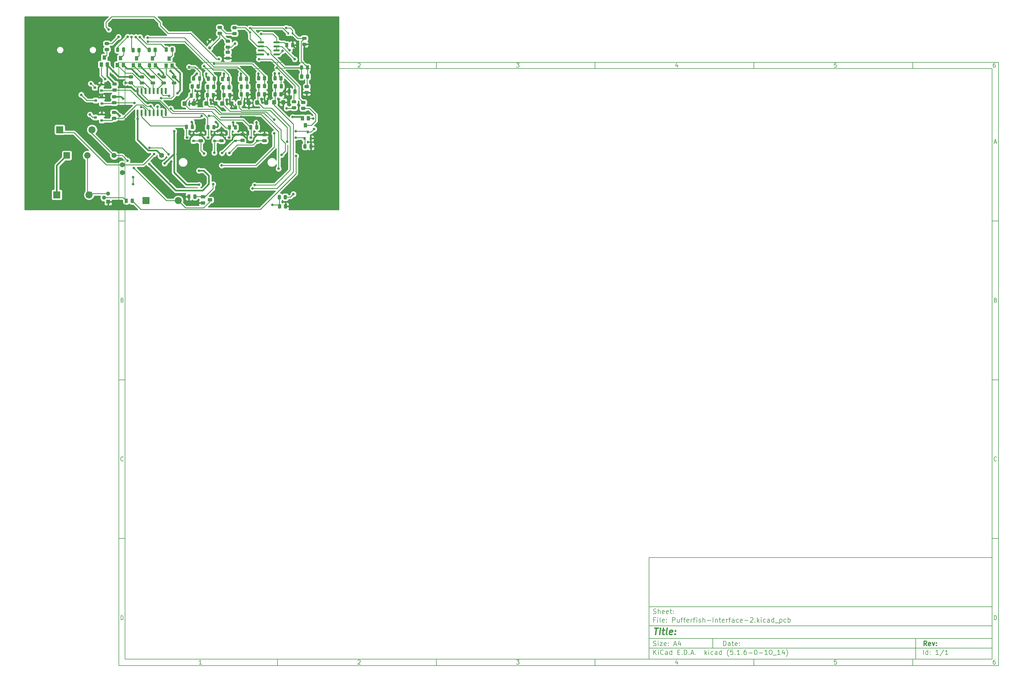
<source format=gbr>
G04 #@! TF.GenerationSoftware,KiCad,Pcbnew,(5.1.6-0-10_14)*
G04 #@! TF.CreationDate,2020-09-30T23:02:33-04:00*
G04 #@! TF.ProjectId,Pufferfish-Interface-2,50756666-6572-4666-9973-682d496e7465,rev?*
G04 #@! TF.SameCoordinates,Original*
G04 #@! TF.FileFunction,Copper,L1,Top*
G04 #@! TF.FilePolarity,Positive*
%FSLAX46Y46*%
G04 Gerber Fmt 4.6, Leading zero omitted, Abs format (unit mm)*
G04 Created by KiCad (PCBNEW (5.1.6-0-10_14)) date 2020-09-30 23:02:33*
%MOMM*%
%LPD*%
G01*
G04 APERTURE LIST*
%ADD10C,0.100000*%
%ADD11C,0.150000*%
%ADD12C,0.300000*%
%ADD13C,0.400000*%
G04 #@! TA.AperFunction,ComponentPad*
%ADD14C,1.600000*%
G04 #@! TD*
G04 #@! TA.AperFunction,SMDPad,CuDef*
%ADD15R,0.800000X0.900000*%
G04 #@! TD*
G04 #@! TA.AperFunction,SMDPad,CuDef*
%ADD16R,1.000000X1.400000*%
G04 #@! TD*
G04 #@! TA.AperFunction,ComponentPad*
%ADD17C,6.350000*%
G04 #@! TD*
G04 #@! TA.AperFunction,ComponentPad*
%ADD18O,2.200000X2.200000*%
G04 #@! TD*
G04 #@! TA.AperFunction,ComponentPad*
%ADD19R,2.200000X2.200000*%
G04 #@! TD*
G04 #@! TA.AperFunction,ComponentPad*
%ADD20R,2.000000X2.000000*%
G04 #@! TD*
G04 #@! TA.AperFunction,ComponentPad*
%ADD21C,2.000000*%
G04 #@! TD*
G04 #@! TA.AperFunction,ComponentPad*
%ADD22C,1.010000*%
G04 #@! TD*
G04 #@! TA.AperFunction,ComponentPad*
%ADD23R,1.300000X1.300000*%
G04 #@! TD*
G04 #@! TA.AperFunction,ComponentPad*
%ADD24C,1.300000*%
G04 #@! TD*
G04 #@! TA.AperFunction,SMDPad,CuDef*
%ADD25R,0.600000X0.700000*%
G04 #@! TD*
G04 #@! TA.AperFunction,SMDPad,CuDef*
%ADD26R,0.700000X0.600000*%
G04 #@! TD*
G04 #@! TA.AperFunction,SMDPad,CuDef*
%ADD27R,1.400000X1.000000*%
G04 #@! TD*
G04 #@! TA.AperFunction,SMDPad,CuDef*
%ADD28R,0.900000X0.800000*%
G04 #@! TD*
G04 #@! TA.AperFunction,ViaPad*
%ADD29C,0.800000*%
G04 #@! TD*
G04 #@! TA.AperFunction,Conductor*
%ADD30C,0.250000*%
G04 #@! TD*
G04 #@! TA.AperFunction,Conductor*
%ADD31C,0.508000*%
G04 #@! TD*
G04 #@! TA.AperFunction,Conductor*
%ADD32C,0.254000*%
G04 #@! TD*
G04 APERTURE END LIST*
D10*
D11*
X177002200Y-166007200D02*
X177002200Y-198007200D01*
X285002200Y-198007200D01*
X285002200Y-166007200D01*
X177002200Y-166007200D01*
D10*
D11*
X10000000Y-10000000D02*
X10000000Y-200007200D01*
X287002200Y-200007200D01*
X287002200Y-10000000D01*
X10000000Y-10000000D01*
D10*
D11*
X12000000Y-12000000D02*
X12000000Y-198007200D01*
X285002200Y-198007200D01*
X285002200Y-12000000D01*
X12000000Y-12000000D01*
D10*
D11*
X60000000Y-12000000D02*
X60000000Y-10000000D01*
D10*
D11*
X110000000Y-12000000D02*
X110000000Y-10000000D01*
D10*
D11*
X160000000Y-12000000D02*
X160000000Y-10000000D01*
D10*
D11*
X210000000Y-12000000D02*
X210000000Y-10000000D01*
D10*
D11*
X260000000Y-12000000D02*
X260000000Y-10000000D01*
D10*
D11*
X36065476Y-11588095D02*
X35322619Y-11588095D01*
X35694047Y-11588095D02*
X35694047Y-10288095D01*
X35570238Y-10473809D01*
X35446428Y-10597619D01*
X35322619Y-10659523D01*
D10*
D11*
X85322619Y-10411904D02*
X85384523Y-10350000D01*
X85508333Y-10288095D01*
X85817857Y-10288095D01*
X85941666Y-10350000D01*
X86003571Y-10411904D01*
X86065476Y-10535714D01*
X86065476Y-10659523D01*
X86003571Y-10845238D01*
X85260714Y-11588095D01*
X86065476Y-11588095D01*
D10*
D11*
X135260714Y-10288095D02*
X136065476Y-10288095D01*
X135632142Y-10783333D01*
X135817857Y-10783333D01*
X135941666Y-10845238D01*
X136003571Y-10907142D01*
X136065476Y-11030952D01*
X136065476Y-11340476D01*
X136003571Y-11464285D01*
X135941666Y-11526190D01*
X135817857Y-11588095D01*
X135446428Y-11588095D01*
X135322619Y-11526190D01*
X135260714Y-11464285D01*
D10*
D11*
X185941666Y-10721428D02*
X185941666Y-11588095D01*
X185632142Y-10226190D02*
X185322619Y-11154761D01*
X186127380Y-11154761D01*
D10*
D11*
X236003571Y-10288095D02*
X235384523Y-10288095D01*
X235322619Y-10907142D01*
X235384523Y-10845238D01*
X235508333Y-10783333D01*
X235817857Y-10783333D01*
X235941666Y-10845238D01*
X236003571Y-10907142D01*
X236065476Y-11030952D01*
X236065476Y-11340476D01*
X236003571Y-11464285D01*
X235941666Y-11526190D01*
X235817857Y-11588095D01*
X235508333Y-11588095D01*
X235384523Y-11526190D01*
X235322619Y-11464285D01*
D10*
D11*
X285941666Y-10288095D02*
X285694047Y-10288095D01*
X285570238Y-10350000D01*
X285508333Y-10411904D01*
X285384523Y-10597619D01*
X285322619Y-10845238D01*
X285322619Y-11340476D01*
X285384523Y-11464285D01*
X285446428Y-11526190D01*
X285570238Y-11588095D01*
X285817857Y-11588095D01*
X285941666Y-11526190D01*
X286003571Y-11464285D01*
X286065476Y-11340476D01*
X286065476Y-11030952D01*
X286003571Y-10907142D01*
X285941666Y-10845238D01*
X285817857Y-10783333D01*
X285570238Y-10783333D01*
X285446428Y-10845238D01*
X285384523Y-10907142D01*
X285322619Y-11030952D01*
D10*
D11*
X60000000Y-198007200D02*
X60000000Y-200007200D01*
D10*
D11*
X110000000Y-198007200D02*
X110000000Y-200007200D01*
D10*
D11*
X160000000Y-198007200D02*
X160000000Y-200007200D01*
D10*
D11*
X210000000Y-198007200D02*
X210000000Y-200007200D01*
D10*
D11*
X260000000Y-198007200D02*
X260000000Y-200007200D01*
D10*
D11*
X36065476Y-199595295D02*
X35322619Y-199595295D01*
X35694047Y-199595295D02*
X35694047Y-198295295D01*
X35570238Y-198481009D01*
X35446428Y-198604819D01*
X35322619Y-198666723D01*
D10*
D11*
X85322619Y-198419104D02*
X85384523Y-198357200D01*
X85508333Y-198295295D01*
X85817857Y-198295295D01*
X85941666Y-198357200D01*
X86003571Y-198419104D01*
X86065476Y-198542914D01*
X86065476Y-198666723D01*
X86003571Y-198852438D01*
X85260714Y-199595295D01*
X86065476Y-199595295D01*
D10*
D11*
X135260714Y-198295295D02*
X136065476Y-198295295D01*
X135632142Y-198790533D01*
X135817857Y-198790533D01*
X135941666Y-198852438D01*
X136003571Y-198914342D01*
X136065476Y-199038152D01*
X136065476Y-199347676D01*
X136003571Y-199471485D01*
X135941666Y-199533390D01*
X135817857Y-199595295D01*
X135446428Y-199595295D01*
X135322619Y-199533390D01*
X135260714Y-199471485D01*
D10*
D11*
X185941666Y-198728628D02*
X185941666Y-199595295D01*
X185632142Y-198233390D02*
X185322619Y-199161961D01*
X186127380Y-199161961D01*
D10*
D11*
X236003571Y-198295295D02*
X235384523Y-198295295D01*
X235322619Y-198914342D01*
X235384523Y-198852438D01*
X235508333Y-198790533D01*
X235817857Y-198790533D01*
X235941666Y-198852438D01*
X236003571Y-198914342D01*
X236065476Y-199038152D01*
X236065476Y-199347676D01*
X236003571Y-199471485D01*
X235941666Y-199533390D01*
X235817857Y-199595295D01*
X235508333Y-199595295D01*
X235384523Y-199533390D01*
X235322619Y-199471485D01*
D10*
D11*
X285941666Y-198295295D02*
X285694047Y-198295295D01*
X285570238Y-198357200D01*
X285508333Y-198419104D01*
X285384523Y-198604819D01*
X285322619Y-198852438D01*
X285322619Y-199347676D01*
X285384523Y-199471485D01*
X285446428Y-199533390D01*
X285570238Y-199595295D01*
X285817857Y-199595295D01*
X285941666Y-199533390D01*
X286003571Y-199471485D01*
X286065476Y-199347676D01*
X286065476Y-199038152D01*
X286003571Y-198914342D01*
X285941666Y-198852438D01*
X285817857Y-198790533D01*
X285570238Y-198790533D01*
X285446428Y-198852438D01*
X285384523Y-198914342D01*
X285322619Y-199038152D01*
D10*
D11*
X10000000Y-60000000D02*
X12000000Y-60000000D01*
D10*
D11*
X10000000Y-110000000D02*
X12000000Y-110000000D01*
D10*
D11*
X10000000Y-160000000D02*
X12000000Y-160000000D01*
D10*
D11*
X10690476Y-35216666D02*
X11309523Y-35216666D01*
X10566666Y-35588095D02*
X11000000Y-34288095D01*
X11433333Y-35588095D01*
D10*
D11*
X11092857Y-84907142D02*
X11278571Y-84969047D01*
X11340476Y-85030952D01*
X11402380Y-85154761D01*
X11402380Y-85340476D01*
X11340476Y-85464285D01*
X11278571Y-85526190D01*
X11154761Y-85588095D01*
X10659523Y-85588095D01*
X10659523Y-84288095D01*
X11092857Y-84288095D01*
X11216666Y-84350000D01*
X11278571Y-84411904D01*
X11340476Y-84535714D01*
X11340476Y-84659523D01*
X11278571Y-84783333D01*
X11216666Y-84845238D01*
X11092857Y-84907142D01*
X10659523Y-84907142D01*
D10*
D11*
X11402380Y-135464285D02*
X11340476Y-135526190D01*
X11154761Y-135588095D01*
X11030952Y-135588095D01*
X10845238Y-135526190D01*
X10721428Y-135402380D01*
X10659523Y-135278571D01*
X10597619Y-135030952D01*
X10597619Y-134845238D01*
X10659523Y-134597619D01*
X10721428Y-134473809D01*
X10845238Y-134350000D01*
X11030952Y-134288095D01*
X11154761Y-134288095D01*
X11340476Y-134350000D01*
X11402380Y-134411904D01*
D10*
D11*
X10659523Y-185588095D02*
X10659523Y-184288095D01*
X10969047Y-184288095D01*
X11154761Y-184350000D01*
X11278571Y-184473809D01*
X11340476Y-184597619D01*
X11402380Y-184845238D01*
X11402380Y-185030952D01*
X11340476Y-185278571D01*
X11278571Y-185402380D01*
X11154761Y-185526190D01*
X10969047Y-185588095D01*
X10659523Y-185588095D01*
D10*
D11*
X287002200Y-60000000D02*
X285002200Y-60000000D01*
D10*
D11*
X287002200Y-110000000D02*
X285002200Y-110000000D01*
D10*
D11*
X287002200Y-160000000D02*
X285002200Y-160000000D01*
D10*
D11*
X285692676Y-35216666D02*
X286311723Y-35216666D01*
X285568866Y-35588095D02*
X286002200Y-34288095D01*
X286435533Y-35588095D01*
D10*
D11*
X286095057Y-84907142D02*
X286280771Y-84969047D01*
X286342676Y-85030952D01*
X286404580Y-85154761D01*
X286404580Y-85340476D01*
X286342676Y-85464285D01*
X286280771Y-85526190D01*
X286156961Y-85588095D01*
X285661723Y-85588095D01*
X285661723Y-84288095D01*
X286095057Y-84288095D01*
X286218866Y-84350000D01*
X286280771Y-84411904D01*
X286342676Y-84535714D01*
X286342676Y-84659523D01*
X286280771Y-84783333D01*
X286218866Y-84845238D01*
X286095057Y-84907142D01*
X285661723Y-84907142D01*
D10*
D11*
X286404580Y-135464285D02*
X286342676Y-135526190D01*
X286156961Y-135588095D01*
X286033152Y-135588095D01*
X285847438Y-135526190D01*
X285723628Y-135402380D01*
X285661723Y-135278571D01*
X285599819Y-135030952D01*
X285599819Y-134845238D01*
X285661723Y-134597619D01*
X285723628Y-134473809D01*
X285847438Y-134350000D01*
X286033152Y-134288095D01*
X286156961Y-134288095D01*
X286342676Y-134350000D01*
X286404580Y-134411904D01*
D10*
D11*
X285661723Y-185588095D02*
X285661723Y-184288095D01*
X285971247Y-184288095D01*
X286156961Y-184350000D01*
X286280771Y-184473809D01*
X286342676Y-184597619D01*
X286404580Y-184845238D01*
X286404580Y-185030952D01*
X286342676Y-185278571D01*
X286280771Y-185402380D01*
X286156961Y-185526190D01*
X285971247Y-185588095D01*
X285661723Y-185588095D01*
D10*
D11*
X200434342Y-193785771D02*
X200434342Y-192285771D01*
X200791485Y-192285771D01*
X201005771Y-192357200D01*
X201148628Y-192500057D01*
X201220057Y-192642914D01*
X201291485Y-192928628D01*
X201291485Y-193142914D01*
X201220057Y-193428628D01*
X201148628Y-193571485D01*
X201005771Y-193714342D01*
X200791485Y-193785771D01*
X200434342Y-193785771D01*
X202577200Y-193785771D02*
X202577200Y-193000057D01*
X202505771Y-192857200D01*
X202362914Y-192785771D01*
X202077200Y-192785771D01*
X201934342Y-192857200D01*
X202577200Y-193714342D02*
X202434342Y-193785771D01*
X202077200Y-193785771D01*
X201934342Y-193714342D01*
X201862914Y-193571485D01*
X201862914Y-193428628D01*
X201934342Y-193285771D01*
X202077200Y-193214342D01*
X202434342Y-193214342D01*
X202577200Y-193142914D01*
X203077200Y-192785771D02*
X203648628Y-192785771D01*
X203291485Y-192285771D02*
X203291485Y-193571485D01*
X203362914Y-193714342D01*
X203505771Y-193785771D01*
X203648628Y-193785771D01*
X204720057Y-193714342D02*
X204577200Y-193785771D01*
X204291485Y-193785771D01*
X204148628Y-193714342D01*
X204077200Y-193571485D01*
X204077200Y-193000057D01*
X204148628Y-192857200D01*
X204291485Y-192785771D01*
X204577200Y-192785771D01*
X204720057Y-192857200D01*
X204791485Y-193000057D01*
X204791485Y-193142914D01*
X204077200Y-193285771D01*
X205434342Y-193642914D02*
X205505771Y-193714342D01*
X205434342Y-193785771D01*
X205362914Y-193714342D01*
X205434342Y-193642914D01*
X205434342Y-193785771D01*
X205434342Y-192857200D02*
X205505771Y-192928628D01*
X205434342Y-193000057D01*
X205362914Y-192928628D01*
X205434342Y-192857200D01*
X205434342Y-193000057D01*
D10*
D11*
X177002200Y-194507200D02*
X285002200Y-194507200D01*
D10*
D11*
X178434342Y-196585771D02*
X178434342Y-195085771D01*
X179291485Y-196585771D02*
X178648628Y-195728628D01*
X179291485Y-195085771D02*
X178434342Y-195942914D01*
X179934342Y-196585771D02*
X179934342Y-195585771D01*
X179934342Y-195085771D02*
X179862914Y-195157200D01*
X179934342Y-195228628D01*
X180005771Y-195157200D01*
X179934342Y-195085771D01*
X179934342Y-195228628D01*
X181505771Y-196442914D02*
X181434342Y-196514342D01*
X181220057Y-196585771D01*
X181077200Y-196585771D01*
X180862914Y-196514342D01*
X180720057Y-196371485D01*
X180648628Y-196228628D01*
X180577200Y-195942914D01*
X180577200Y-195728628D01*
X180648628Y-195442914D01*
X180720057Y-195300057D01*
X180862914Y-195157200D01*
X181077200Y-195085771D01*
X181220057Y-195085771D01*
X181434342Y-195157200D01*
X181505771Y-195228628D01*
X182791485Y-196585771D02*
X182791485Y-195800057D01*
X182720057Y-195657200D01*
X182577200Y-195585771D01*
X182291485Y-195585771D01*
X182148628Y-195657200D01*
X182791485Y-196514342D02*
X182648628Y-196585771D01*
X182291485Y-196585771D01*
X182148628Y-196514342D01*
X182077200Y-196371485D01*
X182077200Y-196228628D01*
X182148628Y-196085771D01*
X182291485Y-196014342D01*
X182648628Y-196014342D01*
X182791485Y-195942914D01*
X184148628Y-196585771D02*
X184148628Y-195085771D01*
X184148628Y-196514342D02*
X184005771Y-196585771D01*
X183720057Y-196585771D01*
X183577200Y-196514342D01*
X183505771Y-196442914D01*
X183434342Y-196300057D01*
X183434342Y-195871485D01*
X183505771Y-195728628D01*
X183577200Y-195657200D01*
X183720057Y-195585771D01*
X184005771Y-195585771D01*
X184148628Y-195657200D01*
X186005771Y-195800057D02*
X186505771Y-195800057D01*
X186720057Y-196585771D02*
X186005771Y-196585771D01*
X186005771Y-195085771D01*
X186720057Y-195085771D01*
X187362914Y-196442914D02*
X187434342Y-196514342D01*
X187362914Y-196585771D01*
X187291485Y-196514342D01*
X187362914Y-196442914D01*
X187362914Y-196585771D01*
X188077200Y-196585771D02*
X188077200Y-195085771D01*
X188434342Y-195085771D01*
X188648628Y-195157200D01*
X188791485Y-195300057D01*
X188862914Y-195442914D01*
X188934342Y-195728628D01*
X188934342Y-195942914D01*
X188862914Y-196228628D01*
X188791485Y-196371485D01*
X188648628Y-196514342D01*
X188434342Y-196585771D01*
X188077200Y-196585771D01*
X189577200Y-196442914D02*
X189648628Y-196514342D01*
X189577200Y-196585771D01*
X189505771Y-196514342D01*
X189577200Y-196442914D01*
X189577200Y-196585771D01*
X190220057Y-196157200D02*
X190934342Y-196157200D01*
X190077200Y-196585771D02*
X190577200Y-195085771D01*
X191077200Y-196585771D01*
X191577200Y-196442914D02*
X191648628Y-196514342D01*
X191577200Y-196585771D01*
X191505771Y-196514342D01*
X191577200Y-196442914D01*
X191577200Y-196585771D01*
X194577200Y-196585771D02*
X194577200Y-195085771D01*
X194720057Y-196014342D02*
X195148628Y-196585771D01*
X195148628Y-195585771D02*
X194577200Y-196157200D01*
X195791485Y-196585771D02*
X195791485Y-195585771D01*
X195791485Y-195085771D02*
X195720057Y-195157200D01*
X195791485Y-195228628D01*
X195862914Y-195157200D01*
X195791485Y-195085771D01*
X195791485Y-195228628D01*
X197148628Y-196514342D02*
X197005771Y-196585771D01*
X196720057Y-196585771D01*
X196577200Y-196514342D01*
X196505771Y-196442914D01*
X196434342Y-196300057D01*
X196434342Y-195871485D01*
X196505771Y-195728628D01*
X196577200Y-195657200D01*
X196720057Y-195585771D01*
X197005771Y-195585771D01*
X197148628Y-195657200D01*
X198434342Y-196585771D02*
X198434342Y-195800057D01*
X198362914Y-195657200D01*
X198220057Y-195585771D01*
X197934342Y-195585771D01*
X197791485Y-195657200D01*
X198434342Y-196514342D02*
X198291485Y-196585771D01*
X197934342Y-196585771D01*
X197791485Y-196514342D01*
X197720057Y-196371485D01*
X197720057Y-196228628D01*
X197791485Y-196085771D01*
X197934342Y-196014342D01*
X198291485Y-196014342D01*
X198434342Y-195942914D01*
X199791485Y-196585771D02*
X199791485Y-195085771D01*
X199791485Y-196514342D02*
X199648628Y-196585771D01*
X199362914Y-196585771D01*
X199220057Y-196514342D01*
X199148628Y-196442914D01*
X199077200Y-196300057D01*
X199077200Y-195871485D01*
X199148628Y-195728628D01*
X199220057Y-195657200D01*
X199362914Y-195585771D01*
X199648628Y-195585771D01*
X199791485Y-195657200D01*
X202077200Y-197157200D02*
X202005771Y-197085771D01*
X201862914Y-196871485D01*
X201791485Y-196728628D01*
X201720057Y-196514342D01*
X201648628Y-196157200D01*
X201648628Y-195871485D01*
X201720057Y-195514342D01*
X201791485Y-195300057D01*
X201862914Y-195157200D01*
X202005771Y-194942914D01*
X202077200Y-194871485D01*
X203362914Y-195085771D02*
X202648628Y-195085771D01*
X202577200Y-195800057D01*
X202648628Y-195728628D01*
X202791485Y-195657200D01*
X203148628Y-195657200D01*
X203291485Y-195728628D01*
X203362914Y-195800057D01*
X203434342Y-195942914D01*
X203434342Y-196300057D01*
X203362914Y-196442914D01*
X203291485Y-196514342D01*
X203148628Y-196585771D01*
X202791485Y-196585771D01*
X202648628Y-196514342D01*
X202577200Y-196442914D01*
X204077200Y-196442914D02*
X204148628Y-196514342D01*
X204077200Y-196585771D01*
X204005771Y-196514342D01*
X204077200Y-196442914D01*
X204077200Y-196585771D01*
X205577200Y-196585771D02*
X204720057Y-196585771D01*
X205148628Y-196585771D02*
X205148628Y-195085771D01*
X205005771Y-195300057D01*
X204862914Y-195442914D01*
X204720057Y-195514342D01*
X206220057Y-196442914D02*
X206291485Y-196514342D01*
X206220057Y-196585771D01*
X206148628Y-196514342D01*
X206220057Y-196442914D01*
X206220057Y-196585771D01*
X207577200Y-195085771D02*
X207291485Y-195085771D01*
X207148628Y-195157200D01*
X207077200Y-195228628D01*
X206934342Y-195442914D01*
X206862914Y-195728628D01*
X206862914Y-196300057D01*
X206934342Y-196442914D01*
X207005771Y-196514342D01*
X207148628Y-196585771D01*
X207434342Y-196585771D01*
X207577200Y-196514342D01*
X207648628Y-196442914D01*
X207720057Y-196300057D01*
X207720057Y-195942914D01*
X207648628Y-195800057D01*
X207577200Y-195728628D01*
X207434342Y-195657200D01*
X207148628Y-195657200D01*
X207005771Y-195728628D01*
X206934342Y-195800057D01*
X206862914Y-195942914D01*
X208362914Y-196014342D02*
X209505771Y-196014342D01*
X210505771Y-195085771D02*
X210648628Y-195085771D01*
X210791485Y-195157200D01*
X210862914Y-195228628D01*
X210934342Y-195371485D01*
X211005771Y-195657200D01*
X211005771Y-196014342D01*
X210934342Y-196300057D01*
X210862914Y-196442914D01*
X210791485Y-196514342D01*
X210648628Y-196585771D01*
X210505771Y-196585771D01*
X210362914Y-196514342D01*
X210291485Y-196442914D01*
X210220057Y-196300057D01*
X210148628Y-196014342D01*
X210148628Y-195657200D01*
X210220057Y-195371485D01*
X210291485Y-195228628D01*
X210362914Y-195157200D01*
X210505771Y-195085771D01*
X211648628Y-196014342D02*
X212791485Y-196014342D01*
X214291485Y-196585771D02*
X213434342Y-196585771D01*
X213862914Y-196585771D02*
X213862914Y-195085771D01*
X213720057Y-195300057D01*
X213577200Y-195442914D01*
X213434342Y-195514342D01*
X215220057Y-195085771D02*
X215362914Y-195085771D01*
X215505771Y-195157200D01*
X215577200Y-195228628D01*
X215648628Y-195371485D01*
X215720057Y-195657200D01*
X215720057Y-196014342D01*
X215648628Y-196300057D01*
X215577200Y-196442914D01*
X215505771Y-196514342D01*
X215362914Y-196585771D01*
X215220057Y-196585771D01*
X215077200Y-196514342D01*
X215005771Y-196442914D01*
X214934342Y-196300057D01*
X214862914Y-196014342D01*
X214862914Y-195657200D01*
X214934342Y-195371485D01*
X215005771Y-195228628D01*
X215077200Y-195157200D01*
X215220057Y-195085771D01*
X216005771Y-196728628D02*
X217148628Y-196728628D01*
X218291485Y-196585771D02*
X217434342Y-196585771D01*
X217862914Y-196585771D02*
X217862914Y-195085771D01*
X217720057Y-195300057D01*
X217577200Y-195442914D01*
X217434342Y-195514342D01*
X219577200Y-195585771D02*
X219577200Y-196585771D01*
X219220057Y-195014342D02*
X218862914Y-196085771D01*
X219791485Y-196085771D01*
X220220057Y-197157200D02*
X220291485Y-197085771D01*
X220434342Y-196871485D01*
X220505771Y-196728628D01*
X220577200Y-196514342D01*
X220648628Y-196157200D01*
X220648628Y-195871485D01*
X220577200Y-195514342D01*
X220505771Y-195300057D01*
X220434342Y-195157200D01*
X220291485Y-194942914D01*
X220220057Y-194871485D01*
D10*
D11*
X177002200Y-191507200D02*
X285002200Y-191507200D01*
D10*
D12*
X264411485Y-193785771D02*
X263911485Y-193071485D01*
X263554342Y-193785771D02*
X263554342Y-192285771D01*
X264125771Y-192285771D01*
X264268628Y-192357200D01*
X264340057Y-192428628D01*
X264411485Y-192571485D01*
X264411485Y-192785771D01*
X264340057Y-192928628D01*
X264268628Y-193000057D01*
X264125771Y-193071485D01*
X263554342Y-193071485D01*
X265625771Y-193714342D02*
X265482914Y-193785771D01*
X265197200Y-193785771D01*
X265054342Y-193714342D01*
X264982914Y-193571485D01*
X264982914Y-193000057D01*
X265054342Y-192857200D01*
X265197200Y-192785771D01*
X265482914Y-192785771D01*
X265625771Y-192857200D01*
X265697200Y-193000057D01*
X265697200Y-193142914D01*
X264982914Y-193285771D01*
X266197200Y-192785771D02*
X266554342Y-193785771D01*
X266911485Y-192785771D01*
X267482914Y-193642914D02*
X267554342Y-193714342D01*
X267482914Y-193785771D01*
X267411485Y-193714342D01*
X267482914Y-193642914D01*
X267482914Y-193785771D01*
X267482914Y-192857200D02*
X267554342Y-192928628D01*
X267482914Y-193000057D01*
X267411485Y-192928628D01*
X267482914Y-192857200D01*
X267482914Y-193000057D01*
D10*
D11*
X178362914Y-193714342D02*
X178577200Y-193785771D01*
X178934342Y-193785771D01*
X179077200Y-193714342D01*
X179148628Y-193642914D01*
X179220057Y-193500057D01*
X179220057Y-193357200D01*
X179148628Y-193214342D01*
X179077200Y-193142914D01*
X178934342Y-193071485D01*
X178648628Y-193000057D01*
X178505771Y-192928628D01*
X178434342Y-192857200D01*
X178362914Y-192714342D01*
X178362914Y-192571485D01*
X178434342Y-192428628D01*
X178505771Y-192357200D01*
X178648628Y-192285771D01*
X179005771Y-192285771D01*
X179220057Y-192357200D01*
X179862914Y-193785771D02*
X179862914Y-192785771D01*
X179862914Y-192285771D02*
X179791485Y-192357200D01*
X179862914Y-192428628D01*
X179934342Y-192357200D01*
X179862914Y-192285771D01*
X179862914Y-192428628D01*
X180434342Y-192785771D02*
X181220057Y-192785771D01*
X180434342Y-193785771D01*
X181220057Y-193785771D01*
X182362914Y-193714342D02*
X182220057Y-193785771D01*
X181934342Y-193785771D01*
X181791485Y-193714342D01*
X181720057Y-193571485D01*
X181720057Y-193000057D01*
X181791485Y-192857200D01*
X181934342Y-192785771D01*
X182220057Y-192785771D01*
X182362914Y-192857200D01*
X182434342Y-193000057D01*
X182434342Y-193142914D01*
X181720057Y-193285771D01*
X183077200Y-193642914D02*
X183148628Y-193714342D01*
X183077200Y-193785771D01*
X183005771Y-193714342D01*
X183077200Y-193642914D01*
X183077200Y-193785771D01*
X183077200Y-192857200D02*
X183148628Y-192928628D01*
X183077200Y-193000057D01*
X183005771Y-192928628D01*
X183077200Y-192857200D01*
X183077200Y-193000057D01*
X184862914Y-193357200D02*
X185577200Y-193357200D01*
X184720057Y-193785771D02*
X185220057Y-192285771D01*
X185720057Y-193785771D01*
X186862914Y-192785771D02*
X186862914Y-193785771D01*
X186505771Y-192214342D02*
X186148628Y-193285771D01*
X187077200Y-193285771D01*
D10*
D11*
X263434342Y-196585771D02*
X263434342Y-195085771D01*
X264791485Y-196585771D02*
X264791485Y-195085771D01*
X264791485Y-196514342D02*
X264648628Y-196585771D01*
X264362914Y-196585771D01*
X264220057Y-196514342D01*
X264148628Y-196442914D01*
X264077200Y-196300057D01*
X264077200Y-195871485D01*
X264148628Y-195728628D01*
X264220057Y-195657200D01*
X264362914Y-195585771D01*
X264648628Y-195585771D01*
X264791485Y-195657200D01*
X265505771Y-196442914D02*
X265577200Y-196514342D01*
X265505771Y-196585771D01*
X265434342Y-196514342D01*
X265505771Y-196442914D01*
X265505771Y-196585771D01*
X265505771Y-195657200D02*
X265577200Y-195728628D01*
X265505771Y-195800057D01*
X265434342Y-195728628D01*
X265505771Y-195657200D01*
X265505771Y-195800057D01*
X268148628Y-196585771D02*
X267291485Y-196585771D01*
X267720057Y-196585771D02*
X267720057Y-195085771D01*
X267577200Y-195300057D01*
X267434342Y-195442914D01*
X267291485Y-195514342D01*
X269862914Y-195014342D02*
X268577200Y-196942914D01*
X271148628Y-196585771D02*
X270291485Y-196585771D01*
X270720057Y-196585771D02*
X270720057Y-195085771D01*
X270577200Y-195300057D01*
X270434342Y-195442914D01*
X270291485Y-195514342D01*
D10*
D11*
X177002200Y-187507200D02*
X285002200Y-187507200D01*
D10*
D13*
X178714580Y-188211961D02*
X179857438Y-188211961D01*
X179036009Y-190211961D02*
X179286009Y-188211961D01*
X180274104Y-190211961D02*
X180440771Y-188878628D01*
X180524104Y-188211961D02*
X180416961Y-188307200D01*
X180500295Y-188402438D01*
X180607438Y-188307200D01*
X180524104Y-188211961D01*
X180500295Y-188402438D01*
X181107438Y-188878628D02*
X181869342Y-188878628D01*
X181476485Y-188211961D02*
X181262200Y-189926247D01*
X181333628Y-190116723D01*
X181512200Y-190211961D01*
X181702676Y-190211961D01*
X182655057Y-190211961D02*
X182476485Y-190116723D01*
X182405057Y-189926247D01*
X182619342Y-188211961D01*
X184190771Y-190116723D02*
X183988390Y-190211961D01*
X183607438Y-190211961D01*
X183428866Y-190116723D01*
X183357438Y-189926247D01*
X183452676Y-189164342D01*
X183571723Y-188973866D01*
X183774104Y-188878628D01*
X184155057Y-188878628D01*
X184333628Y-188973866D01*
X184405057Y-189164342D01*
X184381247Y-189354819D01*
X183405057Y-189545295D01*
X185155057Y-190021485D02*
X185238390Y-190116723D01*
X185131247Y-190211961D01*
X185047914Y-190116723D01*
X185155057Y-190021485D01*
X185131247Y-190211961D01*
X185286009Y-188973866D02*
X185369342Y-189069104D01*
X185262200Y-189164342D01*
X185178866Y-189069104D01*
X185286009Y-188973866D01*
X185262200Y-189164342D01*
D10*
D11*
X178934342Y-185600057D02*
X178434342Y-185600057D01*
X178434342Y-186385771D02*
X178434342Y-184885771D01*
X179148628Y-184885771D01*
X179720057Y-186385771D02*
X179720057Y-185385771D01*
X179720057Y-184885771D02*
X179648628Y-184957200D01*
X179720057Y-185028628D01*
X179791485Y-184957200D01*
X179720057Y-184885771D01*
X179720057Y-185028628D01*
X180648628Y-186385771D02*
X180505771Y-186314342D01*
X180434342Y-186171485D01*
X180434342Y-184885771D01*
X181791485Y-186314342D02*
X181648628Y-186385771D01*
X181362914Y-186385771D01*
X181220057Y-186314342D01*
X181148628Y-186171485D01*
X181148628Y-185600057D01*
X181220057Y-185457200D01*
X181362914Y-185385771D01*
X181648628Y-185385771D01*
X181791485Y-185457200D01*
X181862914Y-185600057D01*
X181862914Y-185742914D01*
X181148628Y-185885771D01*
X182505771Y-186242914D02*
X182577200Y-186314342D01*
X182505771Y-186385771D01*
X182434342Y-186314342D01*
X182505771Y-186242914D01*
X182505771Y-186385771D01*
X182505771Y-185457200D02*
X182577200Y-185528628D01*
X182505771Y-185600057D01*
X182434342Y-185528628D01*
X182505771Y-185457200D01*
X182505771Y-185600057D01*
X184362914Y-186385771D02*
X184362914Y-184885771D01*
X184934342Y-184885771D01*
X185077200Y-184957200D01*
X185148628Y-185028628D01*
X185220057Y-185171485D01*
X185220057Y-185385771D01*
X185148628Y-185528628D01*
X185077200Y-185600057D01*
X184934342Y-185671485D01*
X184362914Y-185671485D01*
X186505771Y-185385771D02*
X186505771Y-186385771D01*
X185862914Y-185385771D02*
X185862914Y-186171485D01*
X185934342Y-186314342D01*
X186077200Y-186385771D01*
X186291485Y-186385771D01*
X186434342Y-186314342D01*
X186505771Y-186242914D01*
X187005771Y-185385771D02*
X187577200Y-185385771D01*
X187220057Y-186385771D02*
X187220057Y-185100057D01*
X187291485Y-184957200D01*
X187434342Y-184885771D01*
X187577200Y-184885771D01*
X187862914Y-185385771D02*
X188434342Y-185385771D01*
X188077200Y-186385771D02*
X188077200Y-185100057D01*
X188148628Y-184957200D01*
X188291485Y-184885771D01*
X188434342Y-184885771D01*
X189505771Y-186314342D02*
X189362914Y-186385771D01*
X189077200Y-186385771D01*
X188934342Y-186314342D01*
X188862914Y-186171485D01*
X188862914Y-185600057D01*
X188934342Y-185457200D01*
X189077200Y-185385771D01*
X189362914Y-185385771D01*
X189505771Y-185457200D01*
X189577200Y-185600057D01*
X189577200Y-185742914D01*
X188862914Y-185885771D01*
X190220057Y-186385771D02*
X190220057Y-185385771D01*
X190220057Y-185671485D02*
X190291485Y-185528628D01*
X190362914Y-185457200D01*
X190505771Y-185385771D01*
X190648628Y-185385771D01*
X190934342Y-185385771D02*
X191505771Y-185385771D01*
X191148628Y-186385771D02*
X191148628Y-185100057D01*
X191220057Y-184957200D01*
X191362914Y-184885771D01*
X191505771Y-184885771D01*
X192005771Y-186385771D02*
X192005771Y-185385771D01*
X192005771Y-184885771D02*
X191934342Y-184957200D01*
X192005771Y-185028628D01*
X192077200Y-184957200D01*
X192005771Y-184885771D01*
X192005771Y-185028628D01*
X192648628Y-186314342D02*
X192791485Y-186385771D01*
X193077200Y-186385771D01*
X193220057Y-186314342D01*
X193291485Y-186171485D01*
X193291485Y-186100057D01*
X193220057Y-185957200D01*
X193077200Y-185885771D01*
X192862914Y-185885771D01*
X192720057Y-185814342D01*
X192648628Y-185671485D01*
X192648628Y-185600057D01*
X192720057Y-185457200D01*
X192862914Y-185385771D01*
X193077200Y-185385771D01*
X193220057Y-185457200D01*
X193934342Y-186385771D02*
X193934342Y-184885771D01*
X194577200Y-186385771D02*
X194577200Y-185600057D01*
X194505771Y-185457200D01*
X194362914Y-185385771D01*
X194148628Y-185385771D01*
X194005771Y-185457200D01*
X193934342Y-185528628D01*
X195291485Y-185814342D02*
X196434342Y-185814342D01*
X197148628Y-186385771D02*
X197148628Y-184885771D01*
X197862914Y-185385771D02*
X197862914Y-186385771D01*
X197862914Y-185528628D02*
X197934342Y-185457200D01*
X198077200Y-185385771D01*
X198291485Y-185385771D01*
X198434342Y-185457200D01*
X198505771Y-185600057D01*
X198505771Y-186385771D01*
X199005771Y-185385771D02*
X199577200Y-185385771D01*
X199220057Y-184885771D02*
X199220057Y-186171485D01*
X199291485Y-186314342D01*
X199434342Y-186385771D01*
X199577200Y-186385771D01*
X200648628Y-186314342D02*
X200505771Y-186385771D01*
X200220057Y-186385771D01*
X200077200Y-186314342D01*
X200005771Y-186171485D01*
X200005771Y-185600057D01*
X200077200Y-185457200D01*
X200220057Y-185385771D01*
X200505771Y-185385771D01*
X200648628Y-185457200D01*
X200720057Y-185600057D01*
X200720057Y-185742914D01*
X200005771Y-185885771D01*
X201362914Y-186385771D02*
X201362914Y-185385771D01*
X201362914Y-185671485D02*
X201434342Y-185528628D01*
X201505771Y-185457200D01*
X201648628Y-185385771D01*
X201791485Y-185385771D01*
X202077200Y-185385771D02*
X202648628Y-185385771D01*
X202291485Y-186385771D02*
X202291485Y-185100057D01*
X202362914Y-184957200D01*
X202505771Y-184885771D01*
X202648628Y-184885771D01*
X203791485Y-186385771D02*
X203791485Y-185600057D01*
X203720057Y-185457200D01*
X203577200Y-185385771D01*
X203291485Y-185385771D01*
X203148628Y-185457200D01*
X203791485Y-186314342D02*
X203648628Y-186385771D01*
X203291485Y-186385771D01*
X203148628Y-186314342D01*
X203077200Y-186171485D01*
X203077200Y-186028628D01*
X203148628Y-185885771D01*
X203291485Y-185814342D01*
X203648628Y-185814342D01*
X203791485Y-185742914D01*
X205148628Y-186314342D02*
X205005771Y-186385771D01*
X204720057Y-186385771D01*
X204577200Y-186314342D01*
X204505771Y-186242914D01*
X204434342Y-186100057D01*
X204434342Y-185671485D01*
X204505771Y-185528628D01*
X204577200Y-185457200D01*
X204720057Y-185385771D01*
X205005771Y-185385771D01*
X205148628Y-185457200D01*
X206362914Y-186314342D02*
X206220057Y-186385771D01*
X205934342Y-186385771D01*
X205791485Y-186314342D01*
X205720057Y-186171485D01*
X205720057Y-185600057D01*
X205791485Y-185457200D01*
X205934342Y-185385771D01*
X206220057Y-185385771D01*
X206362914Y-185457200D01*
X206434342Y-185600057D01*
X206434342Y-185742914D01*
X205720057Y-185885771D01*
X207077200Y-185814342D02*
X208220057Y-185814342D01*
X208862914Y-185028628D02*
X208934342Y-184957200D01*
X209077200Y-184885771D01*
X209434342Y-184885771D01*
X209577200Y-184957200D01*
X209648628Y-185028628D01*
X209720057Y-185171485D01*
X209720057Y-185314342D01*
X209648628Y-185528628D01*
X208791485Y-186385771D01*
X209720057Y-186385771D01*
X210362914Y-186242914D02*
X210434342Y-186314342D01*
X210362914Y-186385771D01*
X210291485Y-186314342D01*
X210362914Y-186242914D01*
X210362914Y-186385771D01*
X211077200Y-186385771D02*
X211077200Y-184885771D01*
X211220057Y-185814342D02*
X211648628Y-186385771D01*
X211648628Y-185385771D02*
X211077200Y-185957200D01*
X212291485Y-186385771D02*
X212291485Y-185385771D01*
X212291485Y-184885771D02*
X212220057Y-184957200D01*
X212291485Y-185028628D01*
X212362914Y-184957200D01*
X212291485Y-184885771D01*
X212291485Y-185028628D01*
X213648628Y-186314342D02*
X213505771Y-186385771D01*
X213220057Y-186385771D01*
X213077200Y-186314342D01*
X213005771Y-186242914D01*
X212934342Y-186100057D01*
X212934342Y-185671485D01*
X213005771Y-185528628D01*
X213077200Y-185457200D01*
X213220057Y-185385771D01*
X213505771Y-185385771D01*
X213648628Y-185457200D01*
X214934342Y-186385771D02*
X214934342Y-185600057D01*
X214862914Y-185457200D01*
X214720057Y-185385771D01*
X214434342Y-185385771D01*
X214291485Y-185457200D01*
X214934342Y-186314342D02*
X214791485Y-186385771D01*
X214434342Y-186385771D01*
X214291485Y-186314342D01*
X214220057Y-186171485D01*
X214220057Y-186028628D01*
X214291485Y-185885771D01*
X214434342Y-185814342D01*
X214791485Y-185814342D01*
X214934342Y-185742914D01*
X216291485Y-186385771D02*
X216291485Y-184885771D01*
X216291485Y-186314342D02*
X216148628Y-186385771D01*
X215862914Y-186385771D01*
X215720057Y-186314342D01*
X215648628Y-186242914D01*
X215577200Y-186100057D01*
X215577200Y-185671485D01*
X215648628Y-185528628D01*
X215720057Y-185457200D01*
X215862914Y-185385771D01*
X216148628Y-185385771D01*
X216291485Y-185457200D01*
X216648628Y-186528628D02*
X217791485Y-186528628D01*
X218148628Y-185385771D02*
X218148628Y-186885771D01*
X218148628Y-185457200D02*
X218291485Y-185385771D01*
X218577200Y-185385771D01*
X218720057Y-185457200D01*
X218791485Y-185528628D01*
X218862914Y-185671485D01*
X218862914Y-186100057D01*
X218791485Y-186242914D01*
X218720057Y-186314342D01*
X218577200Y-186385771D01*
X218291485Y-186385771D01*
X218148628Y-186314342D01*
X220148628Y-186314342D02*
X220005771Y-186385771D01*
X219720057Y-186385771D01*
X219577200Y-186314342D01*
X219505771Y-186242914D01*
X219434342Y-186100057D01*
X219434342Y-185671485D01*
X219505771Y-185528628D01*
X219577200Y-185457200D01*
X219720057Y-185385771D01*
X220005771Y-185385771D01*
X220148628Y-185457200D01*
X220791485Y-186385771D02*
X220791485Y-184885771D01*
X220791485Y-185457200D02*
X220934342Y-185385771D01*
X221220057Y-185385771D01*
X221362914Y-185457200D01*
X221434342Y-185528628D01*
X221505771Y-185671485D01*
X221505771Y-186100057D01*
X221434342Y-186242914D01*
X221362914Y-186314342D01*
X221220057Y-186385771D01*
X220934342Y-186385771D01*
X220791485Y-186314342D01*
D10*
D11*
X177002200Y-181507200D02*
X285002200Y-181507200D01*
D10*
D11*
X178362914Y-183614342D02*
X178577200Y-183685771D01*
X178934342Y-183685771D01*
X179077200Y-183614342D01*
X179148628Y-183542914D01*
X179220057Y-183400057D01*
X179220057Y-183257200D01*
X179148628Y-183114342D01*
X179077200Y-183042914D01*
X178934342Y-182971485D01*
X178648628Y-182900057D01*
X178505771Y-182828628D01*
X178434342Y-182757200D01*
X178362914Y-182614342D01*
X178362914Y-182471485D01*
X178434342Y-182328628D01*
X178505771Y-182257200D01*
X178648628Y-182185771D01*
X179005771Y-182185771D01*
X179220057Y-182257200D01*
X179862914Y-183685771D02*
X179862914Y-182185771D01*
X180505771Y-183685771D02*
X180505771Y-182900057D01*
X180434342Y-182757200D01*
X180291485Y-182685771D01*
X180077200Y-182685771D01*
X179934342Y-182757200D01*
X179862914Y-182828628D01*
X181791485Y-183614342D02*
X181648628Y-183685771D01*
X181362914Y-183685771D01*
X181220057Y-183614342D01*
X181148628Y-183471485D01*
X181148628Y-182900057D01*
X181220057Y-182757200D01*
X181362914Y-182685771D01*
X181648628Y-182685771D01*
X181791485Y-182757200D01*
X181862914Y-182900057D01*
X181862914Y-183042914D01*
X181148628Y-183185771D01*
X183077200Y-183614342D02*
X182934342Y-183685771D01*
X182648628Y-183685771D01*
X182505771Y-183614342D01*
X182434342Y-183471485D01*
X182434342Y-182900057D01*
X182505771Y-182757200D01*
X182648628Y-182685771D01*
X182934342Y-182685771D01*
X183077200Y-182757200D01*
X183148628Y-182900057D01*
X183148628Y-183042914D01*
X182434342Y-183185771D01*
X183577200Y-182685771D02*
X184148628Y-182685771D01*
X183791485Y-182185771D02*
X183791485Y-183471485D01*
X183862914Y-183614342D01*
X184005771Y-183685771D01*
X184148628Y-183685771D01*
X184648628Y-183542914D02*
X184720057Y-183614342D01*
X184648628Y-183685771D01*
X184577200Y-183614342D01*
X184648628Y-183542914D01*
X184648628Y-183685771D01*
X184648628Y-182757200D02*
X184720057Y-182828628D01*
X184648628Y-182900057D01*
X184577200Y-182828628D01*
X184648628Y-182757200D01*
X184648628Y-182900057D01*
D10*
D11*
X197002200Y-191507200D02*
X197002200Y-194507200D01*
D10*
D11*
X261002200Y-191507200D02*
X261002200Y-198007200D01*
D14*
X11102000Y-44770000D03*
X11102000Y-42270000D03*
X8502000Y-39370000D03*
X23502000Y-39370000D03*
G04 #@! TA.AperFunction,SMDPad,CuDef*
G36*
G01*
X70012500Y-36956250D02*
X70012500Y-36043750D01*
G75*
G02*
X70256250Y-35800000I243750J0D01*
G01*
X70743750Y-35800000D01*
G75*
G02*
X70987500Y-36043750I0J-243750D01*
G01*
X70987500Y-36956250D01*
G75*
G02*
X70743750Y-37200000I-243750J0D01*
G01*
X70256250Y-37200000D01*
G75*
G02*
X70012500Y-36956250I0J243750D01*
G01*
G37*
G04 #@! TD.AperFunction*
G04 #@! TA.AperFunction,SMDPad,CuDef*
G36*
G01*
X68137500Y-36956250D02*
X68137500Y-36043750D01*
G75*
G02*
X68381250Y-35800000I243750J0D01*
G01*
X68868750Y-35800000D01*
G75*
G02*
X69112500Y-36043750I0J-243750D01*
G01*
X69112500Y-36956250D01*
G75*
G02*
X68868750Y-37200000I-243750J0D01*
G01*
X68381250Y-37200000D01*
G75*
G02*
X68137500Y-36956250I0J243750D01*
G01*
G37*
G04 #@! TD.AperFunction*
D15*
X69500000Y-32000000D03*
X70450000Y-34000000D03*
X68550000Y-34000000D03*
D16*
X68750000Y-29850000D03*
X67800000Y-27650000D03*
X69700000Y-27650000D03*
D17*
X76200000Y-50800000D03*
X76200000Y-1270000D03*
X-16510000Y-50800000D03*
X-16510000Y-1270000D03*
D18*
X645380Y-51745980D03*
D19*
X-9514620Y-51745980D03*
G04 #@! TA.AperFunction,SMDPad,CuDef*
G36*
G01*
X36900000Y-23375000D02*
X36900000Y-22625000D01*
G75*
G02*
X37225000Y-22300000I325000J0D01*
G01*
X37875000Y-22300000D01*
G75*
G02*
X38200000Y-22625000I0J-325000D01*
G01*
X38200000Y-23375000D01*
G75*
G02*
X37875000Y-23700000I-325000J0D01*
G01*
X37225000Y-23700000D01*
G75*
G02*
X36900000Y-23375000I0J325000D01*
G01*
G37*
G04 #@! TD.AperFunction*
G04 #@! TA.AperFunction,SMDPad,CuDef*
G36*
G01*
X39800000Y-23375000D02*
X39800000Y-22625000D01*
G75*
G02*
X40125000Y-22300000I325000J0D01*
G01*
X40775000Y-22300000D01*
G75*
G02*
X41100000Y-22625000I0J-325000D01*
G01*
X41100000Y-23375000D01*
G75*
G02*
X40775000Y-23700000I-325000J0D01*
G01*
X40125000Y-23700000D01*
G75*
G02*
X39800000Y-23375000I0J325000D01*
G01*
G37*
G04 #@! TD.AperFunction*
G04 #@! TA.AperFunction,SMDPad,CuDef*
G36*
G01*
X39280000Y-20846250D02*
X39280000Y-19933750D01*
G75*
G02*
X39523750Y-19690000I243750J0D01*
G01*
X40011250Y-19690000D01*
G75*
G02*
X40255000Y-19933750I0J-243750D01*
G01*
X40255000Y-20846250D01*
G75*
G02*
X40011250Y-21090000I-243750J0D01*
G01*
X39523750Y-21090000D01*
G75*
G02*
X39280000Y-20846250I0J243750D01*
G01*
G37*
G04 #@! TD.AperFunction*
G04 #@! TA.AperFunction,SMDPad,CuDef*
G36*
G01*
X37405000Y-20846250D02*
X37405000Y-19933750D01*
G75*
G02*
X37648750Y-19690000I243750J0D01*
G01*
X38136250Y-19690000D01*
G75*
G02*
X38380000Y-19933750I0J-243750D01*
G01*
X38380000Y-20846250D01*
G75*
G02*
X38136250Y-21090000I-243750J0D01*
G01*
X37648750Y-21090000D01*
G75*
G02*
X37405000Y-20846250I0J243750D01*
G01*
G37*
G04 #@! TD.AperFunction*
G04 #@! TA.AperFunction,SMDPad,CuDef*
G36*
G01*
X38500000Y-17303750D02*
X38500000Y-18216250D01*
G75*
G02*
X38256250Y-18460000I-243750J0D01*
G01*
X37768750Y-18460000D01*
G75*
G02*
X37525000Y-18216250I0J243750D01*
G01*
X37525000Y-17303750D01*
G75*
G02*
X37768750Y-17060000I243750J0D01*
G01*
X38256250Y-17060000D01*
G75*
G02*
X38500000Y-17303750I0J-243750D01*
G01*
G37*
G04 #@! TD.AperFunction*
G04 #@! TA.AperFunction,SMDPad,CuDef*
G36*
G01*
X40375000Y-17303750D02*
X40375000Y-18216250D01*
G75*
G02*
X40131250Y-18460000I-243750J0D01*
G01*
X39643750Y-18460000D01*
G75*
G02*
X39400000Y-18216250I0J243750D01*
G01*
X39400000Y-17303750D01*
G75*
G02*
X39643750Y-17060000I243750J0D01*
G01*
X40131250Y-17060000D01*
G75*
G02*
X40375000Y-17303750I0J-243750D01*
G01*
G37*
G04 #@! TD.AperFunction*
G04 #@! TA.AperFunction,SMDPad,CuDef*
G36*
G01*
X39578700Y-15640370D02*
X39578700Y-14727870D01*
G75*
G02*
X39822450Y-14484120I243750J0D01*
G01*
X40309950Y-14484120D01*
G75*
G02*
X40553700Y-14727870I0J-243750D01*
G01*
X40553700Y-15640370D01*
G75*
G02*
X40309950Y-15884120I-243750J0D01*
G01*
X39822450Y-15884120D01*
G75*
G02*
X39578700Y-15640370I0J243750D01*
G01*
G37*
G04 #@! TD.AperFunction*
G04 #@! TA.AperFunction,SMDPad,CuDef*
G36*
G01*
X37703700Y-15640370D02*
X37703700Y-14727870D01*
G75*
G02*
X37947450Y-14484120I243750J0D01*
G01*
X38434950Y-14484120D01*
G75*
G02*
X38678700Y-14727870I0J-243750D01*
G01*
X38678700Y-15640370D01*
G75*
G02*
X38434950Y-15884120I-243750J0D01*
G01*
X37947450Y-15884120D01*
G75*
G02*
X37703700Y-15640370I0J243750D01*
G01*
G37*
G04 #@! TD.AperFunction*
G04 #@! TA.AperFunction,SMDPad,CuDef*
G36*
G01*
X16085960Y-20021780D02*
X15785960Y-20021780D01*
G75*
G02*
X15635960Y-19871780I0J150000D01*
G01*
X15635960Y-18196780D01*
G75*
G02*
X15785960Y-18046780I150000J0D01*
G01*
X16085960Y-18046780D01*
G75*
G02*
X16235960Y-18196780I0J-150000D01*
G01*
X16235960Y-19871780D01*
G75*
G02*
X16085960Y-20021780I-150000J0D01*
G01*
G37*
G04 #@! TD.AperFunction*
G04 #@! TA.AperFunction,SMDPad,CuDef*
G36*
G01*
X17355960Y-20021780D02*
X17055960Y-20021780D01*
G75*
G02*
X16905960Y-19871780I0J150000D01*
G01*
X16905960Y-18196780D01*
G75*
G02*
X17055960Y-18046780I150000J0D01*
G01*
X17355960Y-18046780D01*
G75*
G02*
X17505960Y-18196780I0J-150000D01*
G01*
X17505960Y-19871780D01*
G75*
G02*
X17355960Y-20021780I-150000J0D01*
G01*
G37*
G04 #@! TD.AperFunction*
G04 #@! TA.AperFunction,SMDPad,CuDef*
G36*
G01*
X18625960Y-20021780D02*
X18325960Y-20021780D01*
G75*
G02*
X18175960Y-19871780I0J150000D01*
G01*
X18175960Y-18196780D01*
G75*
G02*
X18325960Y-18046780I150000J0D01*
G01*
X18625960Y-18046780D01*
G75*
G02*
X18775960Y-18196780I0J-150000D01*
G01*
X18775960Y-19871780D01*
G75*
G02*
X18625960Y-20021780I-150000J0D01*
G01*
G37*
G04 #@! TD.AperFunction*
G04 #@! TA.AperFunction,SMDPad,CuDef*
G36*
G01*
X19895960Y-20021780D02*
X19595960Y-20021780D01*
G75*
G02*
X19445960Y-19871780I0J150000D01*
G01*
X19445960Y-18196780D01*
G75*
G02*
X19595960Y-18046780I150000J0D01*
G01*
X19895960Y-18046780D01*
G75*
G02*
X20045960Y-18196780I0J-150000D01*
G01*
X20045960Y-19871780D01*
G75*
G02*
X19895960Y-20021780I-150000J0D01*
G01*
G37*
G04 #@! TD.AperFunction*
G04 #@! TA.AperFunction,SMDPad,CuDef*
G36*
G01*
X21165960Y-20021780D02*
X20865960Y-20021780D01*
G75*
G02*
X20715960Y-19871780I0J150000D01*
G01*
X20715960Y-18196780D01*
G75*
G02*
X20865960Y-18046780I150000J0D01*
G01*
X21165960Y-18046780D01*
G75*
G02*
X21315960Y-18196780I0J-150000D01*
G01*
X21315960Y-19871780D01*
G75*
G02*
X21165960Y-20021780I-150000J0D01*
G01*
G37*
G04 #@! TD.AperFunction*
G04 #@! TA.AperFunction,SMDPad,CuDef*
G36*
G01*
X22435960Y-20021780D02*
X22135960Y-20021780D01*
G75*
G02*
X21985960Y-19871780I0J150000D01*
G01*
X21985960Y-18196780D01*
G75*
G02*
X22135960Y-18046780I150000J0D01*
G01*
X22435960Y-18046780D01*
G75*
G02*
X22585960Y-18196780I0J-150000D01*
G01*
X22585960Y-19871780D01*
G75*
G02*
X22435960Y-20021780I-150000J0D01*
G01*
G37*
G04 #@! TD.AperFunction*
G04 #@! TA.AperFunction,SMDPad,CuDef*
G36*
G01*
X23705960Y-20021780D02*
X23405960Y-20021780D01*
G75*
G02*
X23255960Y-19871780I0J150000D01*
G01*
X23255960Y-18196780D01*
G75*
G02*
X23405960Y-18046780I150000J0D01*
G01*
X23705960Y-18046780D01*
G75*
G02*
X23855960Y-18196780I0J-150000D01*
G01*
X23855960Y-19871780D01*
G75*
G02*
X23705960Y-20021780I-150000J0D01*
G01*
G37*
G04 #@! TD.AperFunction*
G04 #@! TA.AperFunction,SMDPad,CuDef*
G36*
G01*
X24975960Y-20021780D02*
X24675960Y-20021780D01*
G75*
G02*
X24525960Y-19871780I0J150000D01*
G01*
X24525960Y-18196780D01*
G75*
G02*
X24675960Y-18046780I150000J0D01*
G01*
X24975960Y-18046780D01*
G75*
G02*
X25125960Y-18196780I0J-150000D01*
G01*
X25125960Y-19871780D01*
G75*
G02*
X24975960Y-20021780I-150000J0D01*
G01*
G37*
G04 #@! TD.AperFunction*
G04 #@! TA.AperFunction,SMDPad,CuDef*
G36*
G01*
X24975960Y-26946780D02*
X24675960Y-26946780D01*
G75*
G02*
X24525960Y-26796780I0J150000D01*
G01*
X24525960Y-25121780D01*
G75*
G02*
X24675960Y-24971780I150000J0D01*
G01*
X24975960Y-24971780D01*
G75*
G02*
X25125960Y-25121780I0J-150000D01*
G01*
X25125960Y-26796780D01*
G75*
G02*
X24975960Y-26946780I-150000J0D01*
G01*
G37*
G04 #@! TD.AperFunction*
G04 #@! TA.AperFunction,SMDPad,CuDef*
G36*
G01*
X23705960Y-26946780D02*
X23405960Y-26946780D01*
G75*
G02*
X23255960Y-26796780I0J150000D01*
G01*
X23255960Y-25121780D01*
G75*
G02*
X23405960Y-24971780I150000J0D01*
G01*
X23705960Y-24971780D01*
G75*
G02*
X23855960Y-25121780I0J-150000D01*
G01*
X23855960Y-26796780D01*
G75*
G02*
X23705960Y-26946780I-150000J0D01*
G01*
G37*
G04 #@! TD.AperFunction*
G04 #@! TA.AperFunction,SMDPad,CuDef*
G36*
G01*
X22435960Y-26946780D02*
X22135960Y-26946780D01*
G75*
G02*
X21985960Y-26796780I0J150000D01*
G01*
X21985960Y-25121780D01*
G75*
G02*
X22135960Y-24971780I150000J0D01*
G01*
X22435960Y-24971780D01*
G75*
G02*
X22585960Y-25121780I0J-150000D01*
G01*
X22585960Y-26796780D01*
G75*
G02*
X22435960Y-26946780I-150000J0D01*
G01*
G37*
G04 #@! TD.AperFunction*
G04 #@! TA.AperFunction,SMDPad,CuDef*
G36*
G01*
X21165960Y-26946780D02*
X20865960Y-26946780D01*
G75*
G02*
X20715960Y-26796780I0J150000D01*
G01*
X20715960Y-25121780D01*
G75*
G02*
X20865960Y-24971780I150000J0D01*
G01*
X21165960Y-24971780D01*
G75*
G02*
X21315960Y-25121780I0J-150000D01*
G01*
X21315960Y-26796780D01*
G75*
G02*
X21165960Y-26946780I-150000J0D01*
G01*
G37*
G04 #@! TD.AperFunction*
G04 #@! TA.AperFunction,SMDPad,CuDef*
G36*
G01*
X19895960Y-26946780D02*
X19595960Y-26946780D01*
G75*
G02*
X19445960Y-26796780I0J150000D01*
G01*
X19445960Y-25121780D01*
G75*
G02*
X19595960Y-24971780I150000J0D01*
G01*
X19895960Y-24971780D01*
G75*
G02*
X20045960Y-25121780I0J-150000D01*
G01*
X20045960Y-26796780D01*
G75*
G02*
X19895960Y-26946780I-150000J0D01*
G01*
G37*
G04 #@! TD.AperFunction*
G04 #@! TA.AperFunction,SMDPad,CuDef*
G36*
G01*
X18625960Y-26946780D02*
X18325960Y-26946780D01*
G75*
G02*
X18175960Y-26796780I0J150000D01*
G01*
X18175960Y-25121780D01*
G75*
G02*
X18325960Y-24971780I150000J0D01*
G01*
X18625960Y-24971780D01*
G75*
G02*
X18775960Y-25121780I0J-150000D01*
G01*
X18775960Y-26796780D01*
G75*
G02*
X18625960Y-26946780I-150000J0D01*
G01*
G37*
G04 #@! TD.AperFunction*
G04 #@! TA.AperFunction,SMDPad,CuDef*
G36*
G01*
X17355960Y-26946780D02*
X17055960Y-26946780D01*
G75*
G02*
X16905960Y-26796780I0J150000D01*
G01*
X16905960Y-25121780D01*
G75*
G02*
X17055960Y-24971780I150000J0D01*
G01*
X17355960Y-24971780D01*
G75*
G02*
X17505960Y-25121780I0J-150000D01*
G01*
X17505960Y-26796780D01*
G75*
G02*
X17355960Y-26946780I-150000J0D01*
G01*
G37*
G04 #@! TD.AperFunction*
G04 #@! TA.AperFunction,SMDPad,CuDef*
G36*
G01*
X16085960Y-26946780D02*
X15785960Y-26946780D01*
G75*
G02*
X15635960Y-26796780I0J150000D01*
G01*
X15635960Y-25121780D01*
G75*
G02*
X15785960Y-24971780I150000J0D01*
G01*
X16085960Y-24971780D01*
G75*
G02*
X16235960Y-25121780I0J-150000D01*
G01*
X16235960Y-26796780D01*
G75*
G02*
X16085960Y-26946780I-150000J0D01*
G01*
G37*
G04 #@! TD.AperFunction*
G04 #@! TA.AperFunction,SMDPad,CuDef*
G36*
G01*
X33610000Y-17173750D02*
X33610000Y-18086250D01*
G75*
G02*
X33366250Y-18330000I-243750J0D01*
G01*
X32878750Y-18330000D01*
G75*
G02*
X32635000Y-18086250I0J243750D01*
G01*
X32635000Y-17173750D01*
G75*
G02*
X32878750Y-16930000I243750J0D01*
G01*
X33366250Y-16930000D01*
G75*
G02*
X33610000Y-17173750I0J-243750D01*
G01*
G37*
G04 #@! TD.AperFunction*
G04 #@! TA.AperFunction,SMDPad,CuDef*
G36*
G01*
X35485000Y-17173750D02*
X35485000Y-18086250D01*
G75*
G02*
X35241250Y-18330000I-243750J0D01*
G01*
X34753750Y-18330000D01*
G75*
G02*
X34510000Y-18086250I0J243750D01*
G01*
X34510000Y-17173750D01*
G75*
G02*
X34753750Y-16930000I243750J0D01*
G01*
X35241250Y-16930000D01*
G75*
G02*
X35485000Y-17173750I0J-243750D01*
G01*
G37*
G04 #@! TD.AperFunction*
G04 #@! TA.AperFunction,SMDPad,CuDef*
G36*
G01*
X34957500Y-15596250D02*
X34957500Y-14683750D01*
G75*
G02*
X35201250Y-14440000I243750J0D01*
G01*
X35688750Y-14440000D01*
G75*
G02*
X35932500Y-14683750I0J-243750D01*
G01*
X35932500Y-15596250D01*
G75*
G02*
X35688750Y-15840000I-243750J0D01*
G01*
X35201250Y-15840000D01*
G75*
G02*
X34957500Y-15596250I0J243750D01*
G01*
G37*
G04 #@! TD.AperFunction*
G04 #@! TA.AperFunction,SMDPad,CuDef*
G36*
G01*
X33082500Y-15596250D02*
X33082500Y-14683750D01*
G75*
G02*
X33326250Y-14440000I243750J0D01*
G01*
X33813750Y-14440000D01*
G75*
G02*
X34057500Y-14683750I0J-243750D01*
G01*
X34057500Y-15596250D01*
G75*
G02*
X33813750Y-15840000I-243750J0D01*
G01*
X33326250Y-15840000D01*
G75*
G02*
X33082500Y-15596250I0J243750D01*
G01*
G37*
G04 #@! TD.AperFunction*
G04 #@! TA.AperFunction,SMDPad,CuDef*
G36*
G01*
X67623750Y-24040000D02*
X68536250Y-24040000D01*
G75*
G02*
X68780000Y-24283750I0J-243750D01*
G01*
X68780000Y-24771250D01*
G75*
G02*
X68536250Y-25015000I-243750J0D01*
G01*
X67623750Y-25015000D01*
G75*
G02*
X67380000Y-24771250I0J243750D01*
G01*
X67380000Y-24283750D01*
G75*
G02*
X67623750Y-24040000I243750J0D01*
G01*
G37*
G04 #@! TD.AperFunction*
G04 #@! TA.AperFunction,SMDPad,CuDef*
G36*
G01*
X67623750Y-22165000D02*
X68536250Y-22165000D01*
G75*
G02*
X68780000Y-22408750I0J-243750D01*
G01*
X68780000Y-22896250D01*
G75*
G02*
X68536250Y-23140000I-243750J0D01*
G01*
X67623750Y-23140000D01*
G75*
G02*
X67380000Y-22896250I0J243750D01*
G01*
X67380000Y-22408750D01*
G75*
G02*
X67623750Y-22165000I243750J0D01*
G01*
G37*
G04 #@! TD.AperFunction*
G04 #@! TA.AperFunction,SMDPad,CuDef*
G36*
G01*
X5774370Y-5504360D02*
X6686870Y-5504360D01*
G75*
G02*
X6930620Y-5748110I0J-243750D01*
G01*
X6930620Y-6235610D01*
G75*
G02*
X6686870Y-6479360I-243750J0D01*
G01*
X5774370Y-6479360D01*
G75*
G02*
X5530620Y-6235610I0J243750D01*
G01*
X5530620Y-5748110D01*
G75*
G02*
X5774370Y-5504360I243750J0D01*
G01*
G37*
G04 #@! TD.AperFunction*
G04 #@! TA.AperFunction,SMDPad,CuDef*
G36*
G01*
X5774370Y-3629360D02*
X6686870Y-3629360D01*
G75*
G02*
X6930620Y-3873110I0J-243750D01*
G01*
X6930620Y-4360610D01*
G75*
G02*
X6686870Y-4604360I-243750J0D01*
G01*
X5774370Y-4604360D01*
G75*
G02*
X5530620Y-4360610I0J243750D01*
G01*
X5530620Y-3873110D01*
G75*
G02*
X5774370Y-3629360I243750J0D01*
G01*
G37*
G04 #@! TD.AperFunction*
G04 #@! TA.AperFunction,SMDPad,CuDef*
G36*
G01*
X30040000Y-23395000D02*
X30040000Y-22645000D01*
G75*
G02*
X30365000Y-22320000I325000J0D01*
G01*
X31015000Y-22320000D01*
G75*
G02*
X31340000Y-22645000I0J-325000D01*
G01*
X31340000Y-23395000D01*
G75*
G02*
X31015000Y-23720000I-325000J0D01*
G01*
X30365000Y-23720000D01*
G75*
G02*
X30040000Y-23395000I0J325000D01*
G01*
G37*
G04 #@! TD.AperFunction*
G04 #@! TA.AperFunction,SMDPad,CuDef*
G36*
G01*
X32940000Y-23395000D02*
X32940000Y-22645000D01*
G75*
G02*
X33265000Y-22320000I325000J0D01*
G01*
X33915000Y-22320000D01*
G75*
G02*
X34240000Y-22645000I0J-325000D01*
G01*
X34240000Y-23395000D01*
G75*
G02*
X33915000Y-23720000I-325000J0D01*
G01*
X33265000Y-23720000D01*
G75*
G02*
X32940000Y-23395000I0J325000D01*
G01*
G37*
G04 #@! TD.AperFunction*
G04 #@! TA.AperFunction,SMDPad,CuDef*
G36*
G01*
X34235480Y-20957750D02*
X34235480Y-20045250D01*
G75*
G02*
X34479230Y-19801500I243750J0D01*
G01*
X34966730Y-19801500D01*
G75*
G02*
X35210480Y-20045250I0J-243750D01*
G01*
X35210480Y-20957750D01*
G75*
G02*
X34966730Y-21201500I-243750J0D01*
G01*
X34479230Y-21201500D01*
G75*
G02*
X34235480Y-20957750I0J243750D01*
G01*
G37*
G04 #@! TD.AperFunction*
G04 #@! TA.AperFunction,SMDPad,CuDef*
G36*
G01*
X32360480Y-20957750D02*
X32360480Y-20045250D01*
G75*
G02*
X32604230Y-19801500I243750J0D01*
G01*
X33091730Y-19801500D01*
G75*
G02*
X33335480Y-20045250I0J-243750D01*
G01*
X33335480Y-20957750D01*
G75*
G02*
X33091730Y-21201500I-243750J0D01*
G01*
X32604230Y-21201500D01*
G75*
G02*
X32360480Y-20957750I0J243750D01*
G01*
G37*
G04 #@! TD.AperFunction*
D20*
X-6370000Y-39370000D03*
D21*
X130000Y-39370000D03*
D22*
X38650000Y-3550000D03*
X38650000Y-5450000D03*
G04 #@! TA.AperFunction,SMDPad,CuDef*
G36*
G01*
X58720000Y-3885000D02*
X58720000Y-3585000D01*
G75*
G02*
X58870000Y-3435000I150000J0D01*
G01*
X60520000Y-3435000D01*
G75*
G02*
X60670000Y-3585000I0J-150000D01*
G01*
X60670000Y-3885000D01*
G75*
G02*
X60520000Y-4035000I-150000J0D01*
G01*
X58870000Y-4035000D01*
G75*
G02*
X58720000Y-3885000I0J150000D01*
G01*
G37*
G04 #@! TD.AperFunction*
G04 #@! TA.AperFunction,SMDPad,CuDef*
G36*
G01*
X58720000Y-5155000D02*
X58720000Y-4855000D01*
G75*
G02*
X58870000Y-4705000I150000J0D01*
G01*
X60520000Y-4705000D01*
G75*
G02*
X60670000Y-4855000I0J-150000D01*
G01*
X60670000Y-5155000D01*
G75*
G02*
X60520000Y-5305000I-150000J0D01*
G01*
X58870000Y-5305000D01*
G75*
G02*
X58720000Y-5155000I0J150000D01*
G01*
G37*
G04 #@! TD.AperFunction*
G04 #@! TA.AperFunction,SMDPad,CuDef*
G36*
G01*
X58720000Y-6425000D02*
X58720000Y-6125000D01*
G75*
G02*
X58870000Y-5975000I150000J0D01*
G01*
X60520000Y-5975000D01*
G75*
G02*
X60670000Y-6125000I0J-150000D01*
G01*
X60670000Y-6425000D01*
G75*
G02*
X60520000Y-6575000I-150000J0D01*
G01*
X58870000Y-6575000D01*
G75*
G02*
X58720000Y-6425000I0J150000D01*
G01*
G37*
G04 #@! TD.AperFunction*
G04 #@! TA.AperFunction,SMDPad,CuDef*
G36*
G01*
X58720000Y-7695000D02*
X58720000Y-7395000D01*
G75*
G02*
X58870000Y-7245000I150000J0D01*
G01*
X60520000Y-7245000D01*
G75*
G02*
X60670000Y-7395000I0J-150000D01*
G01*
X60670000Y-7695000D01*
G75*
G02*
X60520000Y-7845000I-150000J0D01*
G01*
X58870000Y-7845000D01*
G75*
G02*
X58720000Y-7695000I0J150000D01*
G01*
G37*
G04 #@! TD.AperFunction*
G04 #@! TA.AperFunction,SMDPad,CuDef*
G36*
G01*
X53770000Y-7695000D02*
X53770000Y-7395000D01*
G75*
G02*
X53920000Y-7245000I150000J0D01*
G01*
X55570000Y-7245000D01*
G75*
G02*
X55720000Y-7395000I0J-150000D01*
G01*
X55720000Y-7695000D01*
G75*
G02*
X55570000Y-7845000I-150000J0D01*
G01*
X53920000Y-7845000D01*
G75*
G02*
X53770000Y-7695000I0J150000D01*
G01*
G37*
G04 #@! TD.AperFunction*
G04 #@! TA.AperFunction,SMDPad,CuDef*
G36*
G01*
X53770000Y-6425000D02*
X53770000Y-6125000D01*
G75*
G02*
X53920000Y-5975000I150000J0D01*
G01*
X55570000Y-5975000D01*
G75*
G02*
X55720000Y-6125000I0J-150000D01*
G01*
X55720000Y-6425000D01*
G75*
G02*
X55570000Y-6575000I-150000J0D01*
G01*
X53920000Y-6575000D01*
G75*
G02*
X53770000Y-6425000I0J150000D01*
G01*
G37*
G04 #@! TD.AperFunction*
G04 #@! TA.AperFunction,SMDPad,CuDef*
G36*
G01*
X53770000Y-5155000D02*
X53770000Y-4855000D01*
G75*
G02*
X53920000Y-4705000I150000J0D01*
G01*
X55570000Y-4705000D01*
G75*
G02*
X55720000Y-4855000I0J-150000D01*
G01*
X55720000Y-5155000D01*
G75*
G02*
X55570000Y-5305000I-150000J0D01*
G01*
X53920000Y-5305000D01*
G75*
G02*
X53770000Y-5155000I0J150000D01*
G01*
G37*
G04 #@! TD.AperFunction*
G04 #@! TA.AperFunction,SMDPad,CuDef*
G36*
G01*
X53770000Y-3885000D02*
X53770000Y-3585000D01*
G75*
G02*
X53920000Y-3435000I150000J0D01*
G01*
X55570000Y-3435000D01*
G75*
G02*
X55720000Y-3585000I0J-150000D01*
G01*
X55720000Y-3885000D01*
G75*
G02*
X55570000Y-4035000I-150000J0D01*
G01*
X53920000Y-4035000D01*
G75*
G02*
X53770000Y-3885000I0J150000D01*
G01*
G37*
G04 #@! TD.AperFunction*
G04 #@! TA.AperFunction,SMDPad,CuDef*
G36*
G01*
X13742500Y-54086250D02*
X13742500Y-53173750D01*
G75*
G02*
X13986250Y-52930000I243750J0D01*
G01*
X14473750Y-52930000D01*
G75*
G02*
X14717500Y-53173750I0J-243750D01*
G01*
X14717500Y-54086250D01*
G75*
G02*
X14473750Y-54330000I-243750J0D01*
G01*
X13986250Y-54330000D01*
G75*
G02*
X13742500Y-54086250I0J243750D01*
G01*
G37*
G04 #@! TD.AperFunction*
G04 #@! TA.AperFunction,SMDPad,CuDef*
G36*
G01*
X11867500Y-54086250D02*
X11867500Y-53173750D01*
G75*
G02*
X12111250Y-52930000I243750J0D01*
G01*
X12598750Y-52930000D01*
G75*
G02*
X12842500Y-53173750I0J-243750D01*
G01*
X12842500Y-54086250D01*
G75*
G02*
X12598750Y-54330000I-243750J0D01*
G01*
X12111250Y-54330000D01*
G75*
G02*
X11867500Y-54086250I0J243750D01*
G01*
G37*
G04 #@! TD.AperFunction*
G04 #@! TA.AperFunction,SMDPad,CuDef*
G36*
G01*
X8215310Y-18260720D02*
X9127810Y-18260720D01*
G75*
G02*
X9371560Y-18504470I0J-243750D01*
G01*
X9371560Y-18991970D01*
G75*
G02*
X9127810Y-19235720I-243750J0D01*
G01*
X8215310Y-19235720D01*
G75*
G02*
X7971560Y-18991970I0J243750D01*
G01*
X7971560Y-18504470D01*
G75*
G02*
X8215310Y-18260720I243750J0D01*
G01*
G37*
G04 #@! TD.AperFunction*
G04 #@! TA.AperFunction,SMDPad,CuDef*
G36*
G01*
X8215310Y-16385720D02*
X9127810Y-16385720D01*
G75*
G02*
X9371560Y-16629470I0J-243750D01*
G01*
X9371560Y-17116970D01*
G75*
G02*
X9127810Y-17360720I-243750J0D01*
G01*
X8215310Y-17360720D01*
G75*
G02*
X7971560Y-17116970I0J243750D01*
G01*
X7971560Y-16629470D01*
G75*
G02*
X8215310Y-16385720I243750J0D01*
G01*
G37*
G04 #@! TD.AperFunction*
G04 #@! TA.AperFunction,SMDPad,CuDef*
G36*
G01*
X16838610Y-16020200D02*
X17751110Y-16020200D01*
G75*
G02*
X17994860Y-16263950I0J-243750D01*
G01*
X17994860Y-16751450D01*
G75*
G02*
X17751110Y-16995200I-243750J0D01*
G01*
X16838610Y-16995200D01*
G75*
G02*
X16594860Y-16751450I0J243750D01*
G01*
X16594860Y-16263950D01*
G75*
G02*
X16838610Y-16020200I243750J0D01*
G01*
G37*
G04 #@! TD.AperFunction*
G04 #@! TA.AperFunction,SMDPad,CuDef*
G36*
G01*
X16838610Y-14145200D02*
X17751110Y-14145200D01*
G75*
G02*
X17994860Y-14388950I0J-243750D01*
G01*
X17994860Y-14876450D01*
G75*
G02*
X17751110Y-15120200I-243750J0D01*
G01*
X16838610Y-15120200D01*
G75*
G02*
X16594860Y-14876450I0J243750D01*
G01*
X16594860Y-14388950D01*
G75*
G02*
X16838610Y-14145200I243750J0D01*
G01*
G37*
G04 #@! TD.AperFunction*
G04 #@! TA.AperFunction,SMDPad,CuDef*
G36*
G01*
X8083230Y-22258440D02*
X8995730Y-22258440D01*
G75*
G02*
X9239480Y-22502190I0J-243750D01*
G01*
X9239480Y-22989690D01*
G75*
G02*
X8995730Y-23233440I-243750J0D01*
G01*
X8083230Y-23233440D01*
G75*
G02*
X7839480Y-22989690I0J243750D01*
G01*
X7839480Y-22502190D01*
G75*
G02*
X8083230Y-22258440I243750J0D01*
G01*
G37*
G04 #@! TD.AperFunction*
G04 #@! TA.AperFunction,SMDPad,CuDef*
G36*
G01*
X8083230Y-20383440D02*
X8995730Y-20383440D01*
G75*
G02*
X9239480Y-20627190I0J-243750D01*
G01*
X9239480Y-21114690D01*
G75*
G02*
X8995730Y-21358440I-243750J0D01*
G01*
X8083230Y-21358440D01*
G75*
G02*
X7839480Y-21114690I0J243750D01*
G01*
X7839480Y-20627190D01*
G75*
G02*
X8083230Y-20383440I243750J0D01*
G01*
G37*
G04 #@! TD.AperFunction*
G04 #@! TA.AperFunction,SMDPad,CuDef*
G36*
G01*
X23648350Y-16045600D02*
X24560850Y-16045600D01*
G75*
G02*
X24804600Y-16289350I0J-243750D01*
G01*
X24804600Y-16776850D01*
G75*
G02*
X24560850Y-17020600I-243750J0D01*
G01*
X23648350Y-17020600D01*
G75*
G02*
X23404600Y-16776850I0J243750D01*
G01*
X23404600Y-16289350D01*
G75*
G02*
X23648350Y-16045600I243750J0D01*
G01*
G37*
G04 #@! TD.AperFunction*
G04 #@! TA.AperFunction,SMDPad,CuDef*
G36*
G01*
X23648350Y-14170600D02*
X24560850Y-14170600D01*
G75*
G02*
X24804600Y-14414350I0J-243750D01*
G01*
X24804600Y-14901850D01*
G75*
G02*
X24560850Y-15145600I-243750J0D01*
G01*
X23648350Y-15145600D01*
G75*
G02*
X23404600Y-14901850I0J243750D01*
G01*
X23404600Y-14414350D01*
G75*
G02*
X23648350Y-14170600I243750J0D01*
G01*
G37*
G04 #@! TD.AperFunction*
G04 #@! TA.AperFunction,SMDPad,CuDef*
G36*
G01*
X62027500Y-55836250D02*
X62027500Y-54923750D01*
G75*
G02*
X62271250Y-54680000I243750J0D01*
G01*
X62758750Y-54680000D01*
G75*
G02*
X63002500Y-54923750I0J-243750D01*
G01*
X63002500Y-55836250D01*
G75*
G02*
X62758750Y-56080000I-243750J0D01*
G01*
X62271250Y-56080000D01*
G75*
G02*
X62027500Y-55836250I0J243750D01*
G01*
G37*
G04 #@! TD.AperFunction*
G04 #@! TA.AperFunction,SMDPad,CuDef*
G36*
G01*
X60152500Y-55836250D02*
X60152500Y-54923750D01*
G75*
G02*
X60396250Y-54680000I243750J0D01*
G01*
X60883750Y-54680000D01*
G75*
G02*
X61127500Y-54923750I0J-243750D01*
G01*
X61127500Y-55836250D01*
G75*
G02*
X60883750Y-56080000I-243750J0D01*
G01*
X60396250Y-56080000D01*
G75*
G02*
X60152500Y-55836250I0J243750D01*
G01*
G37*
G04 #@! TD.AperFunction*
G04 #@! TA.AperFunction,SMDPad,CuDef*
G36*
G01*
X61047500Y-52043750D02*
X61047500Y-52956250D01*
G75*
G02*
X60803750Y-53200000I-243750J0D01*
G01*
X60316250Y-53200000D01*
G75*
G02*
X60072500Y-52956250I0J243750D01*
G01*
X60072500Y-52043750D01*
G75*
G02*
X60316250Y-51800000I243750J0D01*
G01*
X60803750Y-51800000D01*
G75*
G02*
X61047500Y-52043750I0J-243750D01*
G01*
G37*
G04 #@! TD.AperFunction*
G04 #@! TA.AperFunction,SMDPad,CuDef*
G36*
G01*
X62922500Y-52043750D02*
X62922500Y-52956250D01*
G75*
G02*
X62678750Y-53200000I-243750J0D01*
G01*
X62191250Y-53200000D01*
G75*
G02*
X61947500Y-52956250I0J243750D01*
G01*
X61947500Y-52043750D01*
G75*
G02*
X62191250Y-51800000I243750J0D01*
G01*
X62678750Y-51800000D01*
G75*
G02*
X62922500Y-52043750I0J-243750D01*
G01*
G37*
G04 #@! TD.AperFunction*
G04 #@! TA.AperFunction,SMDPad,CuDef*
G36*
G01*
X68703750Y-19050000D02*
X69616250Y-19050000D01*
G75*
G02*
X69860000Y-19293750I0J-243750D01*
G01*
X69860000Y-19781250D01*
G75*
G02*
X69616250Y-20025000I-243750J0D01*
G01*
X68703750Y-20025000D01*
G75*
G02*
X68460000Y-19781250I0J243750D01*
G01*
X68460000Y-19293750D01*
G75*
G02*
X68703750Y-19050000I243750J0D01*
G01*
G37*
G04 #@! TD.AperFunction*
G04 #@! TA.AperFunction,SMDPad,CuDef*
G36*
G01*
X68703750Y-17175000D02*
X69616250Y-17175000D01*
G75*
G02*
X69860000Y-17418750I0J-243750D01*
G01*
X69860000Y-17906250D01*
G75*
G02*
X69616250Y-18150000I-243750J0D01*
G01*
X68703750Y-18150000D01*
G75*
G02*
X68460000Y-17906250I0J243750D01*
G01*
X68460000Y-17418750D01*
G75*
G02*
X68703750Y-17175000I243750J0D01*
G01*
G37*
G04 #@! TD.AperFunction*
G04 #@! TA.AperFunction,SMDPad,CuDef*
G36*
G01*
X68932500Y-12096250D02*
X68932500Y-11183750D01*
G75*
G02*
X69176250Y-10940000I243750J0D01*
G01*
X69663750Y-10940000D01*
G75*
G02*
X69907500Y-11183750I0J-243750D01*
G01*
X69907500Y-12096250D01*
G75*
G02*
X69663750Y-12340000I-243750J0D01*
G01*
X69176250Y-12340000D01*
G75*
G02*
X68932500Y-12096250I0J243750D01*
G01*
G37*
G04 #@! TD.AperFunction*
G04 #@! TA.AperFunction,SMDPad,CuDef*
G36*
G01*
X67057500Y-12096250D02*
X67057500Y-11183750D01*
G75*
G02*
X67301250Y-10940000I243750J0D01*
G01*
X67788750Y-10940000D01*
G75*
G02*
X68032500Y-11183750I0J-243750D01*
G01*
X68032500Y-12096250D01*
G75*
G02*
X67788750Y-12340000I-243750J0D01*
G01*
X67301250Y-12340000D01*
G75*
G02*
X67057500Y-12096250I0J243750D01*
G01*
G37*
G04 #@! TD.AperFunction*
G04 #@! TA.AperFunction,SMDPad,CuDef*
G36*
G01*
X64100000Y-18763750D02*
X64100000Y-19676250D01*
G75*
G02*
X63856250Y-19920000I-243750J0D01*
G01*
X63368750Y-19920000D01*
G75*
G02*
X63125000Y-19676250I0J243750D01*
G01*
X63125000Y-18763750D01*
G75*
G02*
X63368750Y-18520000I243750J0D01*
G01*
X63856250Y-18520000D01*
G75*
G02*
X64100000Y-18763750I0J-243750D01*
G01*
G37*
G04 #@! TD.AperFunction*
G04 #@! TA.AperFunction,SMDPad,CuDef*
G36*
G01*
X65975000Y-18763750D02*
X65975000Y-19676250D01*
G75*
G02*
X65731250Y-19920000I-243750J0D01*
G01*
X65243750Y-19920000D01*
G75*
G02*
X65000000Y-19676250I0J243750D01*
G01*
X65000000Y-18763750D01*
G75*
G02*
X65243750Y-18520000I243750J0D01*
G01*
X65731250Y-18520000D01*
G75*
G02*
X65975000Y-18763750I0J-243750D01*
G01*
G37*
G04 #@! TD.AperFunction*
G04 #@! TA.AperFunction,SMDPad,CuDef*
G36*
G01*
X65616250Y-22940000D02*
X64703750Y-22940000D01*
G75*
G02*
X64460000Y-22696250I0J243750D01*
G01*
X64460000Y-22208750D01*
G75*
G02*
X64703750Y-21965000I243750J0D01*
G01*
X65616250Y-21965000D01*
G75*
G02*
X65860000Y-22208750I0J-243750D01*
G01*
X65860000Y-22696250D01*
G75*
G02*
X65616250Y-22940000I-243750J0D01*
G01*
G37*
G04 #@! TD.AperFunction*
G04 #@! TA.AperFunction,SMDPad,CuDef*
G36*
G01*
X65616250Y-24815000D02*
X64703750Y-24815000D01*
G75*
G02*
X64460000Y-24571250I0J243750D01*
G01*
X64460000Y-24083750D01*
G75*
G02*
X64703750Y-23840000I243750J0D01*
G01*
X65616250Y-23840000D01*
G75*
G02*
X65860000Y-24083750I0J-243750D01*
G01*
X65860000Y-24571250D01*
G75*
G02*
X65616250Y-24815000I-243750J0D01*
G01*
G37*
G04 #@! TD.AperFunction*
G04 #@! TA.AperFunction,SMDPad,CuDef*
G36*
G01*
X46896250Y390000D02*
X45983750Y390000D01*
G75*
G02*
X45740000Y633750I0J243750D01*
G01*
X45740000Y1121250D01*
G75*
G02*
X45983750Y1365000I243750J0D01*
G01*
X46896250Y1365000D01*
G75*
G02*
X47140000Y1121250I0J-243750D01*
G01*
X47140000Y633750D01*
G75*
G02*
X46896250Y390000I-243750J0D01*
G01*
G37*
G04 #@! TD.AperFunction*
G04 #@! TA.AperFunction,SMDPad,CuDef*
G36*
G01*
X46896250Y-1485000D02*
X45983750Y-1485000D01*
G75*
G02*
X45740000Y-1241250I0J243750D01*
G01*
X45740000Y-753750D01*
G75*
G02*
X45983750Y-510000I243750J0D01*
G01*
X46896250Y-510000D01*
G75*
G02*
X47140000Y-753750I0J-243750D01*
G01*
X47140000Y-1241250D01*
G75*
G02*
X46896250Y-1485000I-243750J0D01*
G01*
G37*
G04 #@! TD.AperFunction*
G04 #@! TA.AperFunction,SMDPad,CuDef*
G36*
G01*
X44807430Y-3860000D02*
X43894930Y-3860000D01*
G75*
G02*
X43651180Y-3616250I0J243750D01*
G01*
X43651180Y-3128750D01*
G75*
G02*
X43894930Y-2885000I243750J0D01*
G01*
X44807430Y-2885000D01*
G75*
G02*
X45051180Y-3128750I0J-243750D01*
G01*
X45051180Y-3616250D01*
G75*
G02*
X44807430Y-3860000I-243750J0D01*
G01*
G37*
G04 #@! TD.AperFunction*
G04 #@! TA.AperFunction,SMDPad,CuDef*
G36*
G01*
X44807430Y-5735000D02*
X43894930Y-5735000D01*
G75*
G02*
X43651180Y-5491250I0J243750D01*
G01*
X43651180Y-5003750D01*
G75*
G02*
X43894930Y-4760000I243750J0D01*
G01*
X44807430Y-4760000D01*
G75*
G02*
X45051180Y-5003750I0J-243750D01*
G01*
X45051180Y-5491250D01*
G75*
G02*
X44807430Y-5735000I-243750J0D01*
G01*
G37*
G04 #@! TD.AperFunction*
G04 #@! TA.AperFunction,SMDPad,CuDef*
G36*
G01*
X64260000Y-5026250D02*
X64260000Y-4113750D01*
G75*
G02*
X64503750Y-3870000I243750J0D01*
G01*
X64991250Y-3870000D01*
G75*
G02*
X65235000Y-4113750I0J-243750D01*
G01*
X65235000Y-5026250D01*
G75*
G02*
X64991250Y-5270000I-243750J0D01*
G01*
X64503750Y-5270000D01*
G75*
G02*
X64260000Y-5026250I0J243750D01*
G01*
G37*
G04 #@! TD.AperFunction*
G04 #@! TA.AperFunction,SMDPad,CuDef*
G36*
G01*
X62385000Y-5026250D02*
X62385000Y-4113750D01*
G75*
G02*
X62628750Y-3870000I243750J0D01*
G01*
X63116250Y-3870000D01*
G75*
G02*
X63360000Y-4113750I0J-243750D01*
G01*
X63360000Y-5026250D01*
G75*
G02*
X63116250Y-5270000I-243750J0D01*
G01*
X62628750Y-5270000D01*
G75*
G02*
X62385000Y-5026250I0J243750D01*
G01*
G37*
G04 #@! TD.AperFunction*
G04 #@! TA.AperFunction,SMDPad,CuDef*
G36*
G01*
X13348650Y-15992260D02*
X14261150Y-15992260D01*
G75*
G02*
X14504900Y-16236010I0J-243750D01*
G01*
X14504900Y-16723510D01*
G75*
G02*
X14261150Y-16967260I-243750J0D01*
G01*
X13348650Y-16967260D01*
G75*
G02*
X13104900Y-16723510I0J243750D01*
G01*
X13104900Y-16236010D01*
G75*
G02*
X13348650Y-15992260I243750J0D01*
G01*
G37*
G04 #@! TD.AperFunction*
G04 #@! TA.AperFunction,SMDPad,CuDef*
G36*
G01*
X13348650Y-14117260D02*
X14261150Y-14117260D01*
G75*
G02*
X14504900Y-14361010I0J-243750D01*
G01*
X14504900Y-14848510D01*
G75*
G02*
X14261150Y-15092260I-243750J0D01*
G01*
X13348650Y-15092260D01*
G75*
G02*
X13104900Y-14848510I0J243750D01*
G01*
X13104900Y-14361010D01*
G75*
G02*
X13348650Y-14117260I243750J0D01*
G01*
G37*
G04 #@! TD.AperFunction*
G04 #@! TA.AperFunction,SMDPad,CuDef*
G36*
G01*
X8045130Y-27183260D02*
X8957630Y-27183260D01*
G75*
G02*
X9201380Y-27427010I0J-243750D01*
G01*
X9201380Y-27914510D01*
G75*
G02*
X8957630Y-28158260I-243750J0D01*
G01*
X8045130Y-28158260D01*
G75*
G02*
X7801380Y-27914510I0J243750D01*
G01*
X7801380Y-27427010D01*
G75*
G02*
X8045130Y-27183260I243750J0D01*
G01*
G37*
G04 #@! TD.AperFunction*
G04 #@! TA.AperFunction,SMDPad,CuDef*
G36*
G01*
X8045130Y-25308260D02*
X8957630Y-25308260D01*
G75*
G02*
X9201380Y-25552010I0J-243750D01*
G01*
X9201380Y-26039510D01*
G75*
G02*
X8957630Y-26283260I-243750J0D01*
G01*
X8045130Y-26283260D01*
G75*
G02*
X7801380Y-26039510I0J243750D01*
G01*
X7801380Y-25552010D01*
G75*
G02*
X8045130Y-25308260I243750J0D01*
G01*
G37*
G04 #@! TD.AperFunction*
G04 #@! TA.AperFunction,SMDPad,CuDef*
G36*
G01*
X20270150Y-16045600D02*
X21182650Y-16045600D01*
G75*
G02*
X21426400Y-16289350I0J-243750D01*
G01*
X21426400Y-16776850D01*
G75*
G02*
X21182650Y-17020600I-243750J0D01*
G01*
X20270150Y-17020600D01*
G75*
G02*
X20026400Y-16776850I0J243750D01*
G01*
X20026400Y-16289350D01*
G75*
G02*
X20270150Y-16045600I243750J0D01*
G01*
G37*
G04 #@! TD.AperFunction*
G04 #@! TA.AperFunction,SMDPad,CuDef*
G36*
G01*
X20270150Y-14170600D02*
X21182650Y-14170600D01*
G75*
G02*
X21426400Y-14414350I0J-243750D01*
G01*
X21426400Y-14901850D01*
G75*
G02*
X21182650Y-15145600I-243750J0D01*
G01*
X20270150Y-15145600D01*
G75*
G02*
X20026400Y-14901850I0J243750D01*
G01*
X20026400Y-14414350D01*
G75*
G02*
X20270150Y-14170600I243750J0D01*
G01*
G37*
G04 #@! TD.AperFunction*
G04 #@! TA.AperFunction,SMDPad,CuDef*
G36*
G01*
X26942730Y-16045600D02*
X27855230Y-16045600D01*
G75*
G02*
X28098980Y-16289350I0J-243750D01*
G01*
X28098980Y-16776850D01*
G75*
G02*
X27855230Y-17020600I-243750J0D01*
G01*
X26942730Y-17020600D01*
G75*
G02*
X26698980Y-16776850I0J243750D01*
G01*
X26698980Y-16289350D01*
G75*
G02*
X26942730Y-16045600I243750J0D01*
G01*
G37*
G04 #@! TD.AperFunction*
G04 #@! TA.AperFunction,SMDPad,CuDef*
G36*
G01*
X26942730Y-14170600D02*
X27855230Y-14170600D01*
G75*
G02*
X28098980Y-14414350I0J-243750D01*
G01*
X28098980Y-14901850D01*
G75*
G02*
X27855230Y-15145600I-243750J0D01*
G01*
X26942730Y-15145600D01*
G75*
G02*
X26698980Y-14901850I0J243750D01*
G01*
X26698980Y-14414350D01*
G75*
G02*
X26942730Y-14170600I243750J0D01*
G01*
G37*
G04 #@! TD.AperFunction*
D16*
X5420360Y-8524060D03*
X6370360Y-10724060D03*
X4470360Y-10724060D03*
X10492740Y-8694240D03*
X11442740Y-10894240D03*
X9542740Y-10894240D03*
X20594320Y-8808540D03*
X21544320Y-11008540D03*
X19644320Y-11008540D03*
X15562580Y-8734880D03*
X16512580Y-10934880D03*
X14612580Y-10934880D03*
X25859740Y-8831400D03*
X26809740Y-11031400D03*
X24909740Y-11031400D03*
D23*
X6630000Y-53920000D03*
D24*
X6630000Y-51380000D03*
X5360000Y-52650000D03*
D25*
X64720000Y-860000D03*
X63320000Y-860000D03*
D26*
X51350000Y810000D03*
X51350000Y-590000D03*
G04 #@! TA.AperFunction,SMDPad,CuDef*
G36*
G01*
X67963750Y-3870000D02*
X68876250Y-3870000D01*
G75*
G02*
X69120000Y-4113750I0J-243750D01*
G01*
X69120000Y-4601250D01*
G75*
G02*
X68876250Y-4845000I-243750J0D01*
G01*
X67963750Y-4845000D01*
G75*
G02*
X67720000Y-4601250I0J243750D01*
G01*
X67720000Y-4113750D01*
G75*
G02*
X67963750Y-3870000I243750J0D01*
G01*
G37*
G04 #@! TD.AperFunction*
G04 #@! TA.AperFunction,SMDPad,CuDef*
G36*
G01*
X67963750Y-1995000D02*
X68876250Y-1995000D01*
G75*
G02*
X69120000Y-2238750I0J-243750D01*
G01*
X69120000Y-2726250D01*
G75*
G02*
X68876250Y-2970000I-243750J0D01*
G01*
X67963750Y-2970000D01*
G75*
G02*
X67720000Y-2726250I0J243750D01*
G01*
X67720000Y-2238750D01*
G75*
G02*
X67963750Y-1995000I243750J0D01*
G01*
G37*
G04 #@! TD.AperFunction*
G04 #@! TA.AperFunction,SMDPad,CuDef*
G36*
G01*
X68072500Y-14043750D02*
X68072500Y-14956250D01*
G75*
G02*
X67828750Y-15200000I-243750J0D01*
G01*
X67341250Y-15200000D01*
G75*
G02*
X67097500Y-14956250I0J243750D01*
G01*
X67097500Y-14043750D01*
G75*
G02*
X67341250Y-13800000I243750J0D01*
G01*
X67828750Y-13800000D01*
G75*
G02*
X68072500Y-14043750I0J-243750D01*
G01*
G37*
G04 #@! TD.AperFunction*
G04 #@! TA.AperFunction,SMDPad,CuDef*
G36*
G01*
X69947500Y-14043750D02*
X69947500Y-14956250D01*
G75*
G02*
X69703750Y-15200000I-243750J0D01*
G01*
X69216250Y-15200000D01*
G75*
G02*
X68972500Y-14956250I0J243750D01*
G01*
X68972500Y-14043750D01*
G75*
G02*
X69216250Y-13800000I243750J0D01*
G01*
X69703750Y-13800000D01*
G75*
G02*
X69947500Y-14043750I0J-243750D01*
G01*
G37*
G04 #@! TD.AperFunction*
G04 #@! TA.AperFunction,SMDPad,CuDef*
G36*
G01*
X42246250Y500000D02*
X41333750Y500000D01*
G75*
G02*
X41090000Y743750I0J243750D01*
G01*
X41090000Y1231250D01*
G75*
G02*
X41333750Y1475000I243750J0D01*
G01*
X42246250Y1475000D01*
G75*
G02*
X42490000Y1231250I0J-243750D01*
G01*
X42490000Y743750D01*
G75*
G02*
X42246250Y500000I-243750J0D01*
G01*
G37*
G04 #@! TD.AperFunction*
G04 #@! TA.AperFunction,SMDPad,CuDef*
G36*
G01*
X42246250Y-1375000D02*
X41333750Y-1375000D01*
G75*
G02*
X41090000Y-1131250I0J243750D01*
G01*
X41090000Y-643750D01*
G75*
G02*
X41333750Y-400000I243750J0D01*
G01*
X42246250Y-400000D01*
G75*
G02*
X42490000Y-643750I0J-243750D01*
G01*
X42490000Y-1131250D01*
G75*
G02*
X42246250Y-1375000I-243750J0D01*
G01*
G37*
G04 #@! TD.AperFunction*
G04 #@! TA.AperFunction,SMDPad,CuDef*
G36*
G01*
X43841590Y-8239800D02*
X44754090Y-8239800D01*
G75*
G02*
X44997840Y-8483550I0J-243750D01*
G01*
X44997840Y-8971050D01*
G75*
G02*
X44754090Y-9214800I-243750J0D01*
G01*
X43841590Y-9214800D01*
G75*
G02*
X43597840Y-8971050I0J243750D01*
G01*
X43597840Y-8483550D01*
G75*
G02*
X43841590Y-8239800I243750J0D01*
G01*
G37*
G04 #@! TD.AperFunction*
G04 #@! TA.AperFunction,SMDPad,CuDef*
G36*
G01*
X43841590Y-6364800D02*
X44754090Y-6364800D01*
G75*
G02*
X44997840Y-6608550I0J-243750D01*
G01*
X44997840Y-7096050D01*
G75*
G02*
X44754090Y-7339800I-243750J0D01*
G01*
X43841590Y-7339800D01*
G75*
G02*
X43597840Y-7096050I0J243750D01*
G01*
X43597840Y-6608550D01*
G75*
G02*
X43841590Y-6364800I243750J0D01*
G01*
G37*
G04 #@! TD.AperFunction*
D27*
X38692000Y-53340000D03*
X36492000Y-54290000D03*
X36492000Y-52390000D03*
G04 #@! TA.AperFunction,SMDPad,CuDef*
G36*
G01*
X43360000Y-17453750D02*
X43360000Y-18366250D01*
G75*
G02*
X43116250Y-18610000I-243750J0D01*
G01*
X42628750Y-18610000D01*
G75*
G02*
X42385000Y-18366250I0J243750D01*
G01*
X42385000Y-17453750D01*
G75*
G02*
X42628750Y-17210000I243750J0D01*
G01*
X43116250Y-17210000D01*
G75*
G02*
X43360000Y-17453750I0J-243750D01*
G01*
G37*
G04 #@! TD.AperFunction*
G04 #@! TA.AperFunction,SMDPad,CuDef*
G36*
G01*
X45235000Y-17453750D02*
X45235000Y-18366250D01*
G75*
G02*
X44991250Y-18610000I-243750J0D01*
G01*
X44503750Y-18610000D01*
G75*
G02*
X44260000Y-18366250I0J243750D01*
G01*
X44260000Y-17453750D01*
G75*
G02*
X44503750Y-17210000I243750J0D01*
G01*
X44991250Y-17210000D01*
G75*
G02*
X45235000Y-17453750I0J-243750D01*
G01*
G37*
G04 #@! TD.AperFunction*
G04 #@! TA.AperFunction,SMDPad,CuDef*
G36*
G01*
X49070000Y-17253750D02*
X49070000Y-18166250D01*
G75*
G02*
X48826250Y-18410000I-243750J0D01*
G01*
X48338750Y-18410000D01*
G75*
G02*
X48095000Y-18166250I0J243750D01*
G01*
X48095000Y-17253750D01*
G75*
G02*
X48338750Y-17010000I243750J0D01*
G01*
X48826250Y-17010000D01*
G75*
G02*
X49070000Y-17253750I0J-243750D01*
G01*
G37*
G04 #@! TD.AperFunction*
G04 #@! TA.AperFunction,SMDPad,CuDef*
G36*
G01*
X50945000Y-17253750D02*
X50945000Y-18166250D01*
G75*
G02*
X50701250Y-18410000I-243750J0D01*
G01*
X50213750Y-18410000D01*
G75*
G02*
X49970000Y-18166250I0J243750D01*
G01*
X49970000Y-17253750D01*
G75*
G02*
X50213750Y-17010000I243750J0D01*
G01*
X50701250Y-17010000D01*
G75*
G02*
X50945000Y-17253750I0J-243750D01*
G01*
G37*
G04 #@! TD.AperFunction*
G04 #@! TA.AperFunction,SMDPad,CuDef*
G36*
G01*
X54520680Y-17043750D02*
X54520680Y-17956250D01*
G75*
G02*
X54276930Y-18200000I-243750J0D01*
G01*
X53789430Y-18200000D01*
G75*
G02*
X53545680Y-17956250I0J243750D01*
G01*
X53545680Y-17043750D01*
G75*
G02*
X53789430Y-16800000I243750J0D01*
G01*
X54276930Y-16800000D01*
G75*
G02*
X54520680Y-17043750I0J-243750D01*
G01*
G37*
G04 #@! TD.AperFunction*
G04 #@! TA.AperFunction,SMDPad,CuDef*
G36*
G01*
X56395680Y-17043750D02*
X56395680Y-17956250D01*
G75*
G02*
X56151930Y-18200000I-243750J0D01*
G01*
X55664430Y-18200000D01*
G75*
G02*
X55420680Y-17956250I0J243750D01*
G01*
X55420680Y-17043750D01*
G75*
G02*
X55664430Y-16800000I243750J0D01*
G01*
X56151930Y-16800000D01*
G75*
G02*
X56395680Y-17043750I0J-243750D01*
G01*
G37*
G04 #@! TD.AperFunction*
G04 #@! TA.AperFunction,SMDPad,CuDef*
G36*
G01*
X59791420Y-17115470D02*
X59791420Y-18027970D01*
G75*
G02*
X59547670Y-18271720I-243750J0D01*
G01*
X59060170Y-18271720D01*
G75*
G02*
X58816420Y-18027970I0J243750D01*
G01*
X58816420Y-17115470D01*
G75*
G02*
X59060170Y-16871720I243750J0D01*
G01*
X59547670Y-16871720D01*
G75*
G02*
X59791420Y-17115470I0J-243750D01*
G01*
G37*
G04 #@! TD.AperFunction*
G04 #@! TA.AperFunction,SMDPad,CuDef*
G36*
G01*
X61666420Y-17115470D02*
X61666420Y-18027970D01*
G75*
G02*
X61422670Y-18271720I-243750J0D01*
G01*
X60935170Y-18271720D01*
G75*
G02*
X60691420Y-18027970I0J243750D01*
G01*
X60691420Y-17115470D01*
G75*
G02*
X60935170Y-16871720I243750J0D01*
G01*
X61422670Y-16871720D01*
G75*
G02*
X61666420Y-17115470I0J-243750D01*
G01*
G37*
G04 #@! TD.AperFunction*
G04 #@! TA.AperFunction,SMDPad,CuDef*
G36*
G01*
X44041240Y-15734350D02*
X44041240Y-14821850D01*
G75*
G02*
X44284990Y-14578100I243750J0D01*
G01*
X44772490Y-14578100D01*
G75*
G02*
X45016240Y-14821850I0J-243750D01*
G01*
X45016240Y-15734350D01*
G75*
G02*
X44772490Y-15978100I-243750J0D01*
G01*
X44284990Y-15978100D01*
G75*
G02*
X44041240Y-15734350I0J243750D01*
G01*
G37*
G04 #@! TD.AperFunction*
G04 #@! TA.AperFunction,SMDPad,CuDef*
G36*
G01*
X42166240Y-15734350D02*
X42166240Y-14821850D01*
G75*
G02*
X42409990Y-14578100I243750J0D01*
G01*
X42897490Y-14578100D01*
G75*
G02*
X43141240Y-14821850I0J-243750D01*
G01*
X43141240Y-15734350D01*
G75*
G02*
X42897490Y-15978100I-243750J0D01*
G01*
X42409990Y-15978100D01*
G75*
G02*
X42166240Y-15734350I0J243750D01*
G01*
G37*
G04 #@! TD.AperFunction*
G04 #@! TA.AperFunction,SMDPad,CuDef*
G36*
G01*
X49743780Y-15673390D02*
X49743780Y-14760890D01*
G75*
G02*
X49987530Y-14517140I243750J0D01*
G01*
X50475030Y-14517140D01*
G75*
G02*
X50718780Y-14760890I0J-243750D01*
G01*
X50718780Y-15673390D01*
G75*
G02*
X50475030Y-15917140I-243750J0D01*
G01*
X49987530Y-15917140D01*
G75*
G02*
X49743780Y-15673390I0J243750D01*
G01*
G37*
G04 #@! TD.AperFunction*
G04 #@! TA.AperFunction,SMDPad,CuDef*
G36*
G01*
X47868780Y-15673390D02*
X47868780Y-14760890D01*
G75*
G02*
X48112530Y-14517140I243750J0D01*
G01*
X48600030Y-14517140D01*
G75*
G02*
X48843780Y-14760890I0J-243750D01*
G01*
X48843780Y-15673390D01*
G75*
G02*
X48600030Y-15917140I-243750J0D01*
G01*
X48112530Y-15917140D01*
G75*
G02*
X47868780Y-15673390I0J243750D01*
G01*
G37*
G04 #@! TD.AperFunction*
G04 #@! TA.AperFunction,SMDPad,CuDef*
G36*
G01*
X55420680Y-15487970D02*
X55420680Y-14575470D01*
G75*
G02*
X55664430Y-14331720I243750J0D01*
G01*
X56151930Y-14331720D01*
G75*
G02*
X56395680Y-14575470I0J-243750D01*
G01*
X56395680Y-15487970D01*
G75*
G02*
X56151930Y-15731720I-243750J0D01*
G01*
X55664430Y-15731720D01*
G75*
G02*
X55420680Y-15487970I0J243750D01*
G01*
G37*
G04 #@! TD.AperFunction*
G04 #@! TA.AperFunction,SMDPad,CuDef*
G36*
G01*
X53545680Y-15487970D02*
X53545680Y-14575470D01*
G75*
G02*
X53789430Y-14331720I243750J0D01*
G01*
X54276930Y-14331720D01*
G75*
G02*
X54520680Y-14575470I0J-243750D01*
G01*
X54520680Y-15487970D01*
G75*
G02*
X54276930Y-15731720I-243750J0D01*
G01*
X53789430Y-15731720D01*
G75*
G02*
X53545680Y-15487970I0J243750D01*
G01*
G37*
G04 #@! TD.AperFunction*
G04 #@! TA.AperFunction,SMDPad,CuDef*
G36*
G01*
X60594420Y-15487970D02*
X60594420Y-14575470D01*
G75*
G02*
X60838170Y-14331720I243750J0D01*
G01*
X61325670Y-14331720D01*
G75*
G02*
X61569420Y-14575470I0J-243750D01*
G01*
X61569420Y-15487970D01*
G75*
G02*
X61325670Y-15731720I-243750J0D01*
G01*
X60838170Y-15731720D01*
G75*
G02*
X60594420Y-15487970I0J243750D01*
G01*
G37*
G04 #@! TD.AperFunction*
G04 #@! TA.AperFunction,SMDPad,CuDef*
G36*
G01*
X58719420Y-15487970D02*
X58719420Y-14575470D01*
G75*
G02*
X58963170Y-14331720I243750J0D01*
G01*
X59450670Y-14331720D01*
G75*
G02*
X59694420Y-14575470I0J-243750D01*
G01*
X59694420Y-15487970D01*
G75*
G02*
X59450670Y-15731720I-243750J0D01*
G01*
X58963170Y-15731720D01*
G75*
G02*
X58719420Y-15487970I0J243750D01*
G01*
G37*
G04 #@! TD.AperFunction*
G04 #@! TA.AperFunction,SMDPad,CuDef*
G36*
G01*
X11024020Y-6496370D02*
X11024020Y-5583870D01*
G75*
G02*
X11267770Y-5340120I243750J0D01*
G01*
X11755270Y-5340120D01*
G75*
G02*
X11999020Y-5583870I0J-243750D01*
G01*
X11999020Y-6496370D01*
G75*
G02*
X11755270Y-6740120I-243750J0D01*
G01*
X11267770Y-6740120D01*
G75*
G02*
X11024020Y-6496370I0J243750D01*
G01*
G37*
G04 #@! TD.AperFunction*
G04 #@! TA.AperFunction,SMDPad,CuDef*
G36*
G01*
X9149020Y-6496370D02*
X9149020Y-5583870D01*
G75*
G02*
X9392770Y-5340120I243750J0D01*
G01*
X9880270Y-5340120D01*
G75*
G02*
X10124020Y-5583870I0J-243750D01*
G01*
X10124020Y-6496370D01*
G75*
G02*
X9880270Y-6740120I-243750J0D01*
G01*
X9392770Y-6740120D01*
G75*
G02*
X9149020Y-6496370I0J243750D01*
G01*
G37*
G04 #@! TD.AperFunction*
G04 #@! TA.AperFunction,SMDPad,CuDef*
G36*
G01*
X15892960Y-6658930D02*
X15892960Y-5746430D01*
G75*
G02*
X16136710Y-5502680I243750J0D01*
G01*
X16624210Y-5502680D01*
G75*
G02*
X16867960Y-5746430I0J-243750D01*
G01*
X16867960Y-6658930D01*
G75*
G02*
X16624210Y-6902680I-243750J0D01*
G01*
X16136710Y-6902680D01*
G75*
G02*
X15892960Y-6658930I0J243750D01*
G01*
G37*
G04 #@! TD.AperFunction*
G04 #@! TA.AperFunction,SMDPad,CuDef*
G36*
G01*
X14017960Y-6658930D02*
X14017960Y-5746430D01*
G75*
G02*
X14261710Y-5502680I243750J0D01*
G01*
X14749210Y-5502680D01*
G75*
G02*
X14992960Y-5746430I0J-243750D01*
G01*
X14992960Y-6658930D01*
G75*
G02*
X14749210Y-6902680I-243750J0D01*
G01*
X14261710Y-6902680D01*
G75*
G02*
X14017960Y-6658930I0J243750D01*
G01*
G37*
G04 #@! TD.AperFunction*
G04 #@! TA.AperFunction,SMDPad,CuDef*
G36*
G01*
X20975740Y-6564950D02*
X20975740Y-5652450D01*
G75*
G02*
X21219490Y-5408700I243750J0D01*
G01*
X21706990Y-5408700D01*
G75*
G02*
X21950740Y-5652450I0J-243750D01*
G01*
X21950740Y-6564950D01*
G75*
G02*
X21706990Y-6808700I-243750J0D01*
G01*
X21219490Y-6808700D01*
G75*
G02*
X20975740Y-6564950I0J243750D01*
G01*
G37*
G04 #@! TD.AperFunction*
G04 #@! TA.AperFunction,SMDPad,CuDef*
G36*
G01*
X19100740Y-6564950D02*
X19100740Y-5652450D01*
G75*
G02*
X19344490Y-5408700I243750J0D01*
G01*
X19831990Y-5408700D01*
G75*
G02*
X20075740Y-5652450I0J-243750D01*
G01*
X20075740Y-6564950D01*
G75*
G02*
X19831990Y-6808700I-243750J0D01*
G01*
X19344490Y-6808700D01*
G75*
G02*
X19100740Y-6564950I0J243750D01*
G01*
G37*
G04 #@! TD.AperFunction*
G04 #@! TA.AperFunction,SMDPad,CuDef*
G36*
G01*
X26335140Y-6455730D02*
X26335140Y-5543230D01*
G75*
G02*
X26578890Y-5299480I243750J0D01*
G01*
X27066390Y-5299480D01*
G75*
G02*
X27310140Y-5543230I0J-243750D01*
G01*
X27310140Y-6455730D01*
G75*
G02*
X27066390Y-6699480I-243750J0D01*
G01*
X26578890Y-6699480D01*
G75*
G02*
X26335140Y-6455730I0J243750D01*
G01*
G37*
G04 #@! TD.AperFunction*
G04 #@! TA.AperFunction,SMDPad,CuDef*
G36*
G01*
X24460140Y-6455730D02*
X24460140Y-5543230D01*
G75*
G02*
X24703890Y-5299480I243750J0D01*
G01*
X25191390Y-5299480D01*
G75*
G02*
X25435140Y-5543230I0J-243750D01*
G01*
X25435140Y-6455730D01*
G75*
G02*
X25191390Y-6699480I-243750J0D01*
G01*
X24703890Y-6699480D01*
G75*
G02*
X24460140Y-6455730I0J243750D01*
G01*
G37*
G04 #@! TD.AperFunction*
G04 #@! TA.AperFunction,SMDPad,CuDef*
G36*
G01*
X32570000Y-51867750D02*
X32570000Y-52780250D01*
G75*
G02*
X32326250Y-53024000I-243750J0D01*
G01*
X31838750Y-53024000D01*
G75*
G02*
X31595000Y-52780250I0J243750D01*
G01*
X31595000Y-51867750D01*
G75*
G02*
X31838750Y-51624000I243750J0D01*
G01*
X32326250Y-51624000D01*
G75*
G02*
X32570000Y-51867750I0J-243750D01*
G01*
G37*
G04 #@! TD.AperFunction*
G04 #@! TA.AperFunction,SMDPad,CuDef*
G36*
G01*
X34445000Y-51867750D02*
X34445000Y-52780250D01*
G75*
G02*
X34201250Y-53024000I-243750J0D01*
G01*
X33713750Y-53024000D01*
G75*
G02*
X33470000Y-52780250I0J243750D01*
G01*
X33470000Y-51867750D01*
G75*
G02*
X33713750Y-51624000I243750J0D01*
G01*
X34201250Y-51624000D01*
G75*
G02*
X34445000Y-51867750I0J-243750D01*
G01*
G37*
G04 #@! TD.AperFunction*
G04 #@! TA.AperFunction,SMDPad,CuDef*
G36*
G01*
X52049020Y-30023750D02*
X52049020Y-30936250D01*
G75*
G02*
X51805270Y-31180000I-243750J0D01*
G01*
X51317770Y-31180000D01*
G75*
G02*
X51074020Y-30936250I0J243750D01*
G01*
X51074020Y-30023750D01*
G75*
G02*
X51317770Y-29780000I243750J0D01*
G01*
X51805270Y-29780000D01*
G75*
G02*
X52049020Y-30023750I0J-243750D01*
G01*
G37*
G04 #@! TD.AperFunction*
G04 #@! TA.AperFunction,SMDPad,CuDef*
G36*
G01*
X53924020Y-30023750D02*
X53924020Y-30936250D01*
G75*
G02*
X53680270Y-31180000I-243750J0D01*
G01*
X53192770Y-31180000D01*
G75*
G02*
X52949020Y-30936250I0J243750D01*
G01*
X52949020Y-30023750D01*
G75*
G02*
X53192770Y-29780000I243750J0D01*
G01*
X53680270Y-29780000D01*
G75*
G02*
X53924020Y-30023750I0J-243750D01*
G01*
G37*
G04 #@! TD.AperFunction*
G04 #@! TA.AperFunction,SMDPad,CuDef*
G36*
G01*
X45348500Y-30061850D02*
X45348500Y-30974350D01*
G75*
G02*
X45104750Y-31218100I-243750J0D01*
G01*
X44617250Y-31218100D01*
G75*
G02*
X44373500Y-30974350I0J243750D01*
G01*
X44373500Y-30061850D01*
G75*
G02*
X44617250Y-29818100I243750J0D01*
G01*
X45104750Y-29818100D01*
G75*
G02*
X45348500Y-30061850I0J-243750D01*
G01*
G37*
G04 #@! TD.AperFunction*
G04 #@! TA.AperFunction,SMDPad,CuDef*
G36*
G01*
X47223500Y-30061850D02*
X47223500Y-30974350D01*
G75*
G02*
X46979750Y-31218100I-243750J0D01*
G01*
X46492250Y-31218100D01*
G75*
G02*
X46248500Y-30974350I0J243750D01*
G01*
X46248500Y-30061850D01*
G75*
G02*
X46492250Y-29818100I243750J0D01*
G01*
X46979750Y-29818100D01*
G75*
G02*
X47223500Y-30061850I0J-243750D01*
G01*
G37*
G04 #@! TD.AperFunction*
G04 #@! TA.AperFunction,SMDPad,CuDef*
G36*
G01*
X38559320Y-29983110D02*
X38559320Y-30895610D01*
G75*
G02*
X38315570Y-31139360I-243750J0D01*
G01*
X37828070Y-31139360D01*
G75*
G02*
X37584320Y-30895610I0J243750D01*
G01*
X37584320Y-29983110D01*
G75*
G02*
X37828070Y-29739360I243750J0D01*
G01*
X38315570Y-29739360D01*
G75*
G02*
X38559320Y-29983110I0J-243750D01*
G01*
G37*
G04 #@! TD.AperFunction*
G04 #@! TA.AperFunction,SMDPad,CuDef*
G36*
G01*
X40434320Y-29983110D02*
X40434320Y-30895610D01*
G75*
G02*
X40190570Y-31139360I-243750J0D01*
G01*
X39703070Y-31139360D01*
G75*
G02*
X39459320Y-30895610I0J243750D01*
G01*
X39459320Y-29983110D01*
G75*
G02*
X39703070Y-29739360I243750J0D01*
G01*
X40190570Y-29739360D01*
G75*
G02*
X40434320Y-29983110I0J-243750D01*
G01*
G37*
G04 #@! TD.AperFunction*
G04 #@! TA.AperFunction,SMDPad,CuDef*
G36*
G01*
X31798080Y-29904370D02*
X31798080Y-30816870D01*
G75*
G02*
X31554330Y-31060620I-243750J0D01*
G01*
X31066830Y-31060620D01*
G75*
G02*
X30823080Y-30816870I0J243750D01*
G01*
X30823080Y-29904370D01*
G75*
G02*
X31066830Y-29660620I243750J0D01*
G01*
X31554330Y-29660620D01*
G75*
G02*
X31798080Y-29904370I0J-243750D01*
G01*
G37*
G04 #@! TD.AperFunction*
G04 #@! TA.AperFunction,SMDPad,CuDef*
G36*
G01*
X33673080Y-29904370D02*
X33673080Y-30816870D01*
G75*
G02*
X33429330Y-31060620I-243750J0D01*
G01*
X32941830Y-31060620D01*
G75*
G02*
X32698080Y-30816870I0J243750D01*
G01*
X32698080Y-29904370D01*
G75*
G02*
X32941830Y-29660620I243750J0D01*
G01*
X33429330Y-29660620D01*
G75*
G02*
X33673080Y-29904370I0J-243750D01*
G01*
G37*
G04 #@! TD.AperFunction*
G04 #@! TA.AperFunction,SMDPad,CuDef*
G36*
G01*
X56336250Y-33332000D02*
X55423750Y-33332000D01*
G75*
G02*
X55180000Y-33088250I0J243750D01*
G01*
X55180000Y-32600750D01*
G75*
G02*
X55423750Y-32357000I243750J0D01*
G01*
X56336250Y-32357000D01*
G75*
G02*
X56580000Y-32600750I0J-243750D01*
G01*
X56580000Y-33088250D01*
G75*
G02*
X56336250Y-33332000I-243750J0D01*
G01*
G37*
G04 #@! TD.AperFunction*
G04 #@! TA.AperFunction,SMDPad,CuDef*
G36*
G01*
X56336250Y-35207000D02*
X55423750Y-35207000D01*
G75*
G02*
X55180000Y-34963250I0J243750D01*
G01*
X55180000Y-34475750D01*
G75*
G02*
X55423750Y-34232000I243750J0D01*
G01*
X56336250Y-34232000D01*
G75*
G02*
X56580000Y-34475750I0J-243750D01*
G01*
X56580000Y-34963250D01*
G75*
G02*
X56336250Y-35207000I-243750J0D01*
G01*
G37*
G04 #@! TD.AperFunction*
G04 #@! TA.AperFunction,SMDPad,CuDef*
G36*
G01*
X49432530Y-33225320D02*
X48520030Y-33225320D01*
G75*
G02*
X48276280Y-32981570I0J243750D01*
G01*
X48276280Y-32494070D01*
G75*
G02*
X48520030Y-32250320I243750J0D01*
G01*
X49432530Y-32250320D01*
G75*
G02*
X49676280Y-32494070I0J-243750D01*
G01*
X49676280Y-32981570D01*
G75*
G02*
X49432530Y-33225320I-243750J0D01*
G01*
G37*
G04 #@! TD.AperFunction*
G04 #@! TA.AperFunction,SMDPad,CuDef*
G36*
G01*
X49432530Y-35100320D02*
X48520030Y-35100320D01*
G75*
G02*
X48276280Y-34856570I0J243750D01*
G01*
X48276280Y-34369070D01*
G75*
G02*
X48520030Y-34125320I243750J0D01*
G01*
X49432530Y-34125320D01*
G75*
G02*
X49676280Y-34369070I0J-243750D01*
G01*
X49676280Y-34856570D01*
G75*
G02*
X49432530Y-35100320I-243750J0D01*
G01*
G37*
G04 #@! TD.AperFunction*
G04 #@! TA.AperFunction,SMDPad,CuDef*
G36*
G01*
X42798050Y-33332000D02*
X41885550Y-33332000D01*
G75*
G02*
X41641800Y-33088250I0J243750D01*
G01*
X41641800Y-32600750D01*
G75*
G02*
X41885550Y-32357000I243750J0D01*
G01*
X42798050Y-32357000D01*
G75*
G02*
X43041800Y-32600750I0J-243750D01*
G01*
X43041800Y-33088250D01*
G75*
G02*
X42798050Y-33332000I-243750J0D01*
G01*
G37*
G04 #@! TD.AperFunction*
G04 #@! TA.AperFunction,SMDPad,CuDef*
G36*
G01*
X42798050Y-35207000D02*
X41885550Y-35207000D01*
G75*
G02*
X41641800Y-34963250I0J243750D01*
G01*
X41641800Y-34475750D01*
G75*
G02*
X41885550Y-34232000I243750J0D01*
G01*
X42798050Y-34232000D01*
G75*
G02*
X43041800Y-34475750I0J-243750D01*
G01*
X43041800Y-34963250D01*
G75*
G02*
X42798050Y-35207000I-243750J0D01*
G01*
G37*
G04 #@! TD.AperFunction*
G04 #@! TA.AperFunction,SMDPad,CuDef*
G36*
G01*
X36270250Y-33332000D02*
X35357750Y-33332000D01*
G75*
G02*
X35114000Y-33088250I0J243750D01*
G01*
X35114000Y-32600750D01*
G75*
G02*
X35357750Y-32357000I243750J0D01*
G01*
X36270250Y-32357000D01*
G75*
G02*
X36514000Y-32600750I0J-243750D01*
G01*
X36514000Y-33088250D01*
G75*
G02*
X36270250Y-33332000I-243750J0D01*
G01*
G37*
G04 #@! TD.AperFunction*
G04 #@! TA.AperFunction,SMDPad,CuDef*
G36*
G01*
X36270250Y-35207000D02*
X35357750Y-35207000D01*
G75*
G02*
X35114000Y-34963250I0J243750D01*
G01*
X35114000Y-34475750D01*
G75*
G02*
X35357750Y-34232000I243750J0D01*
G01*
X36270250Y-34232000D01*
G75*
G02*
X36514000Y-34475750I0J-243750D01*
G01*
X36514000Y-34963250D01*
G75*
G02*
X36270250Y-35207000I-243750J0D01*
G01*
G37*
G04 #@! TD.AperFunction*
D28*
X2489960Y-17965420D03*
X4489960Y-17015420D03*
X4489960Y-18915420D03*
X2691380Y-22021760D03*
X4691380Y-21071760D03*
X4691380Y-22971760D03*
X2629660Y-27371040D03*
X4629660Y-26421040D03*
X4629660Y-28321040D03*
X51578000Y-33782000D03*
X53578000Y-32832000D03*
X53578000Y-34732000D03*
X44720000Y-33782000D03*
X46720000Y-32832000D03*
X46720000Y-34732000D03*
X38116000Y-33782000D03*
X40116000Y-32832000D03*
X40116000Y-34732000D03*
X31512000Y-33782000D03*
X33512000Y-32832000D03*
X33512000Y-34732000D03*
G04 #@! TA.AperFunction,SMDPad,CuDef*
G36*
G01*
X41900000Y-23375000D02*
X41900000Y-22625000D01*
G75*
G02*
X42225000Y-22300000I325000J0D01*
G01*
X42875000Y-22300000D01*
G75*
G02*
X43200000Y-22625000I0J-325000D01*
G01*
X43200000Y-23375000D01*
G75*
G02*
X42875000Y-23700000I-325000J0D01*
G01*
X42225000Y-23700000D01*
G75*
G02*
X41900000Y-23375000I0J325000D01*
G01*
G37*
G04 #@! TD.AperFunction*
G04 #@! TA.AperFunction,SMDPad,CuDef*
G36*
G01*
X44800000Y-23375000D02*
X44800000Y-22625000D01*
G75*
G02*
X45125000Y-22300000I325000J0D01*
G01*
X45775000Y-22300000D01*
G75*
G02*
X46100000Y-22625000I0J-325000D01*
G01*
X46100000Y-23375000D01*
G75*
G02*
X45775000Y-23700000I-325000J0D01*
G01*
X45125000Y-23700000D01*
G75*
G02*
X44800000Y-23375000I0J325000D01*
G01*
G37*
G04 #@! TD.AperFunction*
G04 #@! TA.AperFunction,SMDPad,CuDef*
G36*
G01*
X47370000Y-23195000D02*
X47370000Y-22445000D01*
G75*
G02*
X47695000Y-22120000I325000J0D01*
G01*
X48345000Y-22120000D01*
G75*
G02*
X48670000Y-22445000I0J-325000D01*
G01*
X48670000Y-23195000D01*
G75*
G02*
X48345000Y-23520000I-325000J0D01*
G01*
X47695000Y-23520000D01*
G75*
G02*
X47370000Y-23195000I0J325000D01*
G01*
G37*
G04 #@! TD.AperFunction*
G04 #@! TA.AperFunction,SMDPad,CuDef*
G36*
G01*
X50270000Y-23195000D02*
X50270000Y-22445000D01*
G75*
G02*
X50595000Y-22120000I325000J0D01*
G01*
X51245000Y-22120000D01*
G75*
G02*
X51570000Y-22445000I0J-325000D01*
G01*
X51570000Y-23195000D01*
G75*
G02*
X51245000Y-23520000I-325000J0D01*
G01*
X50595000Y-23520000D01*
G75*
G02*
X50270000Y-23195000I0J325000D01*
G01*
G37*
G04 #@! TD.AperFunction*
G04 #@! TA.AperFunction,SMDPad,CuDef*
G36*
G01*
X52910980Y-23085140D02*
X52910980Y-22335140D01*
G75*
G02*
X53235980Y-22010140I325000J0D01*
G01*
X53885980Y-22010140D01*
G75*
G02*
X54210980Y-22335140I0J-325000D01*
G01*
X54210980Y-23085140D01*
G75*
G02*
X53885980Y-23410140I-325000J0D01*
G01*
X53235980Y-23410140D01*
G75*
G02*
X52910980Y-23085140I0J325000D01*
G01*
G37*
G04 #@! TD.AperFunction*
G04 #@! TA.AperFunction,SMDPad,CuDef*
G36*
G01*
X55810980Y-23085140D02*
X55810980Y-22335140D01*
G75*
G02*
X56135980Y-22010140I325000J0D01*
G01*
X56785980Y-22010140D01*
G75*
G02*
X57110980Y-22335140I0J-325000D01*
G01*
X57110980Y-23085140D01*
G75*
G02*
X56785980Y-23410140I-325000J0D01*
G01*
X56135980Y-23410140D01*
G75*
G02*
X55810980Y-23085140I0J325000D01*
G01*
G37*
G04 #@! TD.AperFunction*
G04 #@! TA.AperFunction,SMDPad,CuDef*
G36*
G01*
X58250740Y-23003860D02*
X58250740Y-22253860D01*
G75*
G02*
X58575740Y-21928860I325000J0D01*
G01*
X59225740Y-21928860D01*
G75*
G02*
X59550740Y-22253860I0J-325000D01*
G01*
X59550740Y-23003860D01*
G75*
G02*
X59225740Y-23328860I-325000J0D01*
G01*
X58575740Y-23328860D01*
G75*
G02*
X58250740Y-23003860I0J325000D01*
G01*
G37*
G04 #@! TD.AperFunction*
G04 #@! TA.AperFunction,SMDPad,CuDef*
G36*
G01*
X61150740Y-23003860D02*
X61150740Y-22253860D01*
G75*
G02*
X61475740Y-21928860I325000J0D01*
G01*
X62125740Y-21928860D01*
G75*
G02*
X62450740Y-22253860I0J-325000D01*
G01*
X62450740Y-23003860D01*
G75*
G02*
X62125740Y-23328860I-325000J0D01*
G01*
X61475740Y-23328860D01*
G75*
G02*
X61150740Y-23003860I0J325000D01*
G01*
G37*
G04 #@! TD.AperFunction*
D18*
X1550000Y-31250000D03*
D19*
X-8610000Y-31250000D03*
D18*
X28702000Y-53594000D03*
D19*
X18542000Y-53594000D03*
G04 #@! TA.AperFunction,SMDPad,CuDef*
G36*
G01*
X44510000Y-20826250D02*
X44510000Y-19913750D01*
G75*
G02*
X44753750Y-19670000I243750J0D01*
G01*
X45241250Y-19670000D01*
G75*
G02*
X45485000Y-19913750I0J-243750D01*
G01*
X45485000Y-20826250D01*
G75*
G02*
X45241250Y-21070000I-243750J0D01*
G01*
X44753750Y-21070000D01*
G75*
G02*
X44510000Y-20826250I0J243750D01*
G01*
G37*
G04 #@! TD.AperFunction*
G04 #@! TA.AperFunction,SMDPad,CuDef*
G36*
G01*
X42635000Y-20826250D02*
X42635000Y-19913750D01*
G75*
G02*
X42878750Y-19670000I243750J0D01*
G01*
X43366250Y-19670000D01*
G75*
G02*
X43610000Y-19913750I0J-243750D01*
G01*
X43610000Y-20826250D01*
G75*
G02*
X43366250Y-21070000I-243750J0D01*
G01*
X42878750Y-21070000D01*
G75*
G02*
X42635000Y-20826250I0J243750D01*
G01*
G37*
G04 #@! TD.AperFunction*
G04 #@! TA.AperFunction,SMDPad,CuDef*
G36*
G01*
X49982500Y-20576250D02*
X49982500Y-19663750D01*
G75*
G02*
X50226250Y-19420000I243750J0D01*
G01*
X50713750Y-19420000D01*
G75*
G02*
X50957500Y-19663750I0J-243750D01*
G01*
X50957500Y-20576250D01*
G75*
G02*
X50713750Y-20820000I-243750J0D01*
G01*
X50226250Y-20820000D01*
G75*
G02*
X49982500Y-20576250I0J243750D01*
G01*
G37*
G04 #@! TD.AperFunction*
G04 #@! TA.AperFunction,SMDPad,CuDef*
G36*
G01*
X48107500Y-20576250D02*
X48107500Y-19663750D01*
G75*
G02*
X48351250Y-19420000I243750J0D01*
G01*
X48838750Y-19420000D01*
G75*
G02*
X49082500Y-19663750I0J-243750D01*
G01*
X49082500Y-20576250D01*
G75*
G02*
X48838750Y-20820000I-243750J0D01*
G01*
X48351250Y-20820000D01*
G75*
G02*
X48107500Y-20576250I0J243750D01*
G01*
G37*
G04 #@! TD.AperFunction*
G04 #@! TA.AperFunction,SMDPad,CuDef*
G36*
G01*
X55420680Y-20567970D02*
X55420680Y-19655470D01*
G75*
G02*
X55664430Y-19411720I243750J0D01*
G01*
X56151930Y-19411720D01*
G75*
G02*
X56395680Y-19655470I0J-243750D01*
G01*
X56395680Y-20567970D01*
G75*
G02*
X56151930Y-20811720I-243750J0D01*
G01*
X55664430Y-20811720D01*
G75*
G02*
X55420680Y-20567970I0J243750D01*
G01*
G37*
G04 #@! TD.AperFunction*
G04 #@! TA.AperFunction,SMDPad,CuDef*
G36*
G01*
X53545680Y-20567970D02*
X53545680Y-19655470D01*
G75*
G02*
X53789430Y-19411720I243750J0D01*
G01*
X54276930Y-19411720D01*
G75*
G02*
X54520680Y-19655470I0J-243750D01*
G01*
X54520680Y-20567970D01*
G75*
G02*
X54276930Y-20811720I-243750J0D01*
G01*
X53789430Y-20811720D01*
G75*
G02*
X53545680Y-20567970I0J243750D01*
G01*
G37*
G04 #@! TD.AperFunction*
G04 #@! TA.AperFunction,SMDPad,CuDef*
G36*
G01*
X60594420Y-20567970D02*
X60594420Y-19655470D01*
G75*
G02*
X60838170Y-19411720I243750J0D01*
G01*
X61325670Y-19411720D01*
G75*
G02*
X61569420Y-19655470I0J-243750D01*
G01*
X61569420Y-20567970D01*
G75*
G02*
X61325670Y-20811720I-243750J0D01*
G01*
X60838170Y-20811720D01*
G75*
G02*
X60594420Y-20567970I0J243750D01*
G01*
G37*
G04 #@! TD.AperFunction*
G04 #@! TA.AperFunction,SMDPad,CuDef*
G36*
G01*
X58719420Y-20567970D02*
X58719420Y-19655470D01*
G75*
G02*
X58963170Y-19411720I243750J0D01*
G01*
X59450670Y-19411720D01*
G75*
G02*
X59694420Y-19655470I0J-243750D01*
G01*
X59694420Y-20567970D01*
G75*
G02*
X59450670Y-20811720I-243750J0D01*
G01*
X58963170Y-20811720D01*
G75*
G02*
X58719420Y-20567970I0J243750D01*
G01*
G37*
G04 #@! TD.AperFunction*
D29*
X12702540Y-40987980D03*
X14734540Y-43299380D03*
X45974000Y-28956000D03*
X53340000Y-28956000D03*
X32992060Y-28821380D03*
X15905480Y-27795220D03*
X40604440Y-28823920D03*
X28430220Y-19766280D03*
X26271220Y-12730480D03*
X15684500Y-13771880D03*
X19235420Y-13708380D03*
X22585680Y-13731240D03*
X8210000Y-12830000D03*
X11350000Y-21460000D03*
X10300000Y-26930000D03*
X64750000Y-27250000D03*
X21066000Y-38934900D03*
X15000000Y-37000000D03*
X42500000Y-25000000D03*
X29500000Y-31000000D03*
X4500000Y-15500000D03*
X7500000Y-14000000D03*
X51000000Y-24403220D03*
X46750000Y-24250000D03*
X48500000Y-27243480D03*
X28500000Y-39000000D03*
X26500000Y-41250000D03*
X35500000Y-23000000D03*
X26250000Y-47500000D03*
X62500000Y-16500000D03*
X70500000Y-7500000D03*
X66500000Y-6500000D03*
X57500000Y-21250000D03*
X24546560Y2473960D03*
X26863040Y99060D03*
X19865340Y-45684440D03*
X52123340Y-49723040D03*
X42392600Y-42504360D03*
X58961020Y-32382460D03*
X58964830Y-28104000D03*
X35265360Y-44135040D03*
X19608800Y-42080180D03*
X27432000Y-31750000D03*
X37531040Y-13634720D03*
X43119040Y-13634720D03*
X48453040Y-13634720D03*
X53947060Y-13634720D03*
X59159140Y-13538200D03*
X34550000Y-13630000D03*
X24420000Y-41890000D03*
X35265360Y-48592740D03*
X39695120Y-48402240D03*
X19702780Y-36974780D03*
X25654000Y-38973760D03*
X14488160Y-46217840D03*
X14488160Y-48407320D03*
X1181100Y-16733520D03*
X-1833880Y-20246340D03*
X906780Y-26482040D03*
X36068000Y-26924000D03*
X38358653Y-26919347D03*
X25806400Y-20616080D03*
X26357580Y-24571960D03*
X52763420Y-48686720D03*
X63000000Y-35000000D03*
X62860000Y-24540000D03*
X54800000Y-1080000D03*
X46600000Y-4090000D03*
X63760000Y-6210000D03*
X61610000Y-6440000D03*
X62682653Y802653D03*
X36817300Y-38742620D03*
X40068500Y-38501320D03*
X58341260Y-54955440D03*
X42491660Y-38597840D03*
X44772580Y-38597840D03*
X60294950Y-43517390D03*
X61224160Y-39161720D03*
X65830000Y-39540000D03*
X19161760Y-3502660D03*
X19037300Y-2273300D03*
X40000000Y-10500000D03*
X60500000Y-13500000D03*
X17020540Y-24132540D03*
X14935200Y-22801580D03*
X19987260Y-23881080D03*
X22166580Y-24030940D03*
X23347680Y-21341080D03*
X57000000Y-7500000D03*
X59782347Y-11717653D03*
X65410000Y-9060000D03*
X64980000Y-51540000D03*
X5666740Y-15321280D03*
X12152203Y-16514237D03*
X54090000Y-9020000D03*
X41512653Y-8987347D03*
X6830060Y271780D03*
X9890760Y-2009140D03*
X12768580Y-1960880D03*
X13975080Y-2054860D03*
X32125920Y-11490960D03*
X36839760Y-11257680D03*
X65750000Y-33750000D03*
X15369540Y-2054860D03*
X16624300Y-2059940D03*
X65750000Y-31750000D03*
X71250000Y-27750000D03*
X71500000Y-31000000D03*
D30*
X28702000Y-53594000D02*
X30988000Y-55880000D01*
X36702000Y-55880000D02*
X38592000Y-53990000D01*
X38592000Y-53990000D02*
X38592000Y-53340000D01*
X30988000Y-55880000D02*
X36702000Y-55880000D01*
X8502000Y-39370000D02*
X579740Y-31447740D01*
X11084560Y-39370000D02*
X12702540Y-40987980D01*
X8502000Y-39370000D02*
X11084560Y-39370000D01*
X25029160Y-53594000D02*
X14734540Y-43299380D01*
X28702000Y-53594000D02*
X25029160Y-53594000D01*
D31*
X41041320Y-30439360D02*
X39946820Y-30439360D01*
X53340000Y-30558500D02*
X53515500Y-30734000D01*
X53340000Y-28956000D02*
X53340000Y-30558500D01*
X33088580Y-28836620D02*
X33088580Y-30263620D01*
X41295320Y-30185360D02*
X41041320Y-30439360D01*
X46144180Y-30017720D02*
X46906180Y-30779720D01*
X46116240Y-28973780D02*
X46116240Y-29989780D01*
X41295320Y-29514800D02*
X41295320Y-30185360D01*
X40604440Y-28823920D02*
X41295320Y-29514800D01*
X28430220Y-19766280D02*
X29331920Y-18864580D01*
X29331920Y-16591040D02*
X27398980Y-14658100D01*
X29331920Y-18864580D02*
X29331920Y-16591040D01*
X29331920Y-13553580D02*
X26809740Y-11031400D01*
X29331920Y-16591040D02*
X29331920Y-13553580D01*
X27398980Y-14658100D02*
X27398980Y-13858240D01*
X27398980Y-13858240D02*
X26271220Y-12730480D01*
X17160480Y-14498320D02*
X17294860Y-14632700D01*
X16410940Y-14498320D02*
X17160480Y-14498320D01*
X20185140Y-14658100D02*
X19235420Y-13708380D01*
X20726400Y-14658100D02*
X20185140Y-14658100D01*
X23512540Y-14658100D02*
X22585680Y-13731240D01*
X24104600Y-14658100D02*
X23512540Y-14658100D01*
X24104600Y-13568820D02*
X21544320Y-11008540D01*
X24104600Y-14658100D02*
X24104600Y-13568820D01*
X16512580Y-10985540D02*
X20185140Y-14658100D01*
X16512580Y-10934880D02*
X16512580Y-10985540D01*
X14001501Y-12088881D02*
X16080740Y-14168120D01*
X12637381Y-12088881D02*
X14001501Y-12088881D01*
X16080740Y-14168120D02*
X16410940Y-14498320D01*
X11442740Y-10894240D02*
X12637381Y-12088881D01*
X15684500Y-13771880D02*
X16080740Y-14168120D01*
X6713220Y-11066920D02*
X6370360Y-10724060D01*
X6370360Y-10990360D02*
X8210000Y-12830000D01*
X6370360Y-10724060D02*
X6370360Y-10990360D01*
X10760940Y-20870940D02*
X11350000Y-21460000D01*
X8539480Y-20870940D02*
X10760940Y-20870940D01*
X10300000Y-26930000D02*
X9200000Y-25830000D01*
X8535620Y-25830000D02*
X8501380Y-25795760D01*
X9200000Y-25830000D02*
X8535620Y-25830000D01*
X6370360Y-10724060D02*
X6370360Y-14429640D01*
X8671560Y-16730840D02*
X8671560Y-16873220D01*
X6370360Y-14429640D02*
X8671560Y-16730840D01*
X9984760Y-14604760D02*
X13804900Y-14604760D01*
X8210000Y-12830000D02*
X9984760Y-14604760D01*
X67800000Y-27650000D02*
X67800000Y-27700000D01*
X67350000Y-27250000D02*
X66750000Y-27250000D01*
X67800000Y-27700000D02*
X67350000Y-27250000D01*
X66750000Y-27250000D02*
X64750000Y-27250000D01*
X67117202Y-27250000D02*
X66750000Y-27250000D01*
X15905480Y-25989760D02*
X15935960Y-25959280D01*
X15935960Y-27764740D02*
X15905480Y-27795220D01*
X15935960Y-25959280D02*
X15935960Y-27764740D01*
X19292859Y-37828781D02*
X15905480Y-34441402D01*
X15905480Y-34441402D02*
X15905480Y-27795220D01*
X21960781Y-37828781D02*
X19292859Y-37828781D01*
X23502000Y-39370000D02*
X21960781Y-37828781D01*
D30*
X7472000Y-42270000D02*
X11102000Y-42270000D01*
X17730900Y-42270000D02*
X21066000Y-38934900D01*
X11102000Y-42270000D02*
X17730900Y-42270000D01*
X11096240Y-42275760D02*
X11102000Y-42270000D01*
X-8610000Y-32130000D02*
X-4120000Y-32130000D01*
X-4120000Y-32130000D02*
X6020000Y-42270000D01*
X6020000Y-42270000D02*
X11102000Y-42270000D01*
D31*
X70450000Y-36237500D02*
X70437500Y-36250000D01*
X52482001Y-34545201D02*
X52482001Y-33927999D01*
X52391201Y-34636001D02*
X52482001Y-34545201D01*
X52482001Y-33927999D02*
X53578000Y-32832000D01*
X46928280Y-32725320D02*
X49169078Y-32725320D01*
X39211999Y-33736001D02*
X40116000Y-32832000D01*
X38769999Y-34636001D02*
X39211999Y-34194001D01*
X39211999Y-34194001D02*
X39211999Y-33736001D01*
X37302799Y-34636001D02*
X38769999Y-34636001D01*
X37211999Y-34545201D02*
X37302799Y-34636001D01*
X37211999Y-34242499D02*
X37211999Y-34545201D01*
X35814000Y-32844500D02*
X37211999Y-34242499D01*
X4629660Y-26421040D02*
X4704120Y-26421040D01*
X15935960Y-20021780D02*
X15935960Y-19034280D01*
X18481970Y-22567790D02*
X15935960Y-20021780D01*
X24825960Y-25959280D02*
X24825960Y-24731363D01*
X43495810Y-33998510D02*
X43495810Y-34138450D01*
X42341800Y-32844500D02*
X43495810Y-33998510D01*
X45815999Y-33736001D02*
X46720000Y-32832000D01*
X45815999Y-34353203D02*
X45815999Y-33736001D01*
X45533201Y-34636001D02*
X45815999Y-34353203D01*
X43993361Y-34636001D02*
X45533201Y-34636001D01*
X43495810Y-34138450D02*
X43993361Y-34636001D01*
X48976280Y-32737820D02*
X50426620Y-34188160D01*
X50426620Y-34188160D02*
X50426620Y-34978340D01*
X50426620Y-34978340D02*
X50802540Y-35354260D01*
X51672942Y-35354260D02*
X52482001Y-34545201D01*
X50802540Y-35354260D02*
X51672942Y-35354260D01*
X22662387Y-22567790D02*
X18481970Y-22567790D01*
X24668789Y-24574191D02*
X22662387Y-22567790D01*
X24825960Y-24731363D02*
X24668789Y-24574191D01*
X53590500Y-32844500D02*
X53578000Y-32832000D01*
X55880000Y-32844500D02*
X53590500Y-32844500D01*
X33222980Y-22652980D02*
X33590000Y-23020000D01*
X39767500Y-22317500D02*
X40450000Y-23000000D01*
X39767500Y-20390000D02*
X39767500Y-22317500D01*
X3585959Y-19966339D02*
X4691380Y-21071760D01*
X3585959Y-17919421D02*
X3585959Y-19966339D01*
X4489960Y-17015420D02*
X3585959Y-17919421D01*
X64747500Y-4570000D02*
X64747500Y-4747500D01*
X44997500Y-22547500D02*
X45450000Y-23000000D01*
X44997500Y-20370000D02*
X44997500Y-22547500D01*
X50470000Y-22370000D02*
X50920000Y-22820000D01*
X50470000Y-20120000D02*
X50470000Y-22370000D01*
X32325201Y-34636001D02*
X30698799Y-34636001D01*
X30698799Y-34636001D02*
X29500000Y-33437202D01*
X32416001Y-34545201D02*
X32325201Y-34636001D01*
X29500000Y-33437202D02*
X29500000Y-31000000D01*
X32416001Y-33927999D02*
X32416001Y-34545201D01*
X33512000Y-32832000D02*
X32416001Y-33927999D01*
X4489960Y-15510040D02*
X4500000Y-15500000D01*
X4489960Y-17015420D02*
X4489960Y-15510040D01*
X51000000Y-22900000D02*
X50920000Y-22820000D01*
X51000000Y-24403220D02*
X51000000Y-22900000D01*
X40500000Y-23000000D02*
X42500000Y-25000000D01*
X40450000Y-23000000D02*
X40500000Y-23000000D01*
X46700000Y-24250000D02*
X45450000Y-23000000D01*
X46750000Y-24250000D02*
X46700000Y-24250000D01*
X55880000Y-30232078D02*
X55880000Y-32844500D01*
X52891402Y-27243480D02*
X55880000Y-30232078D01*
X48500000Y-27243480D02*
X52891402Y-27243480D01*
X29500000Y-38000000D02*
X28500000Y-39000000D01*
X29500000Y-33437202D02*
X29500000Y-38000000D01*
X34722980Y-21887020D02*
X33590000Y-23020000D01*
X34722980Y-20501500D02*
X34722980Y-21887020D01*
X35480000Y-23020000D02*
X35500000Y-23000000D01*
X33590000Y-23020000D02*
X35480000Y-23020000D01*
X26250000Y-41500000D02*
X26500000Y-41250000D01*
X26250000Y-47500000D02*
X26250000Y-41500000D01*
X55908180Y-22157340D02*
X56460980Y-22710140D01*
X61081920Y-20111720D02*
X62500000Y-18693640D01*
X62500000Y-18693640D02*
X62500000Y-16500000D01*
X55908180Y-20111720D02*
X55908180Y-22157340D01*
X70357500Y-4357500D02*
X70500000Y-4500000D01*
X70500000Y-4500000D02*
X71000000Y-5000000D01*
X64747500Y-4747500D02*
X66500000Y-6500000D01*
X71500000Y-6500000D02*
X71500000Y-5500000D01*
X68420000Y-4357500D02*
X70357500Y-4357500D01*
X71500000Y-5500000D02*
X70500000Y-4500000D01*
X70500000Y-7500000D02*
X71500000Y-6500000D01*
X56460980Y-22289020D02*
X57500000Y-21250000D01*
X56460980Y-22710140D02*
X56460980Y-22289020D01*
X24546560Y2415540D02*
X26863040Y99060D01*
X24546560Y2473960D02*
X24546560Y2415540D01*
D30*
X59303920Y-20014720D02*
X59206920Y-20111720D01*
X59303920Y-17571720D02*
X59303920Y-20014720D01*
X59163740Y-19596100D02*
X59163740Y-22053100D01*
X58900740Y-22628860D02*
X58900740Y-23400740D01*
X58900740Y-23400740D02*
X65000000Y-29500000D01*
X65000000Y-29500000D02*
X65000000Y-44500000D01*
X52123340Y-49723040D02*
X59776960Y-49723040D01*
X59776960Y-49723040D02*
X62389050Y-47110950D01*
X62389050Y-47110950D02*
X62207311Y-47292689D01*
X65000000Y-44500000D02*
X62389050Y-47110950D01*
X42829240Y-17564100D02*
X42829240Y-19850100D01*
X42829240Y-22720760D02*
X42550000Y-23000000D01*
X42829240Y-19850100D02*
X42829240Y-22720760D01*
X42550000Y-23000000D02*
X45025000Y-25475000D01*
X48389470Y-25475000D02*
X48492702Y-25578230D01*
X45025000Y-25475000D02*
X48389470Y-25475000D01*
X42392600Y-42504360D02*
X53157120Y-42504360D01*
X58961020Y-36700460D02*
X58961020Y-32382460D01*
X53157120Y-42504360D02*
X58961020Y-36700460D01*
X58964830Y-28104000D02*
X56439060Y-25578230D01*
X56439060Y-25578230D02*
X56436690Y-25578230D01*
X56436690Y-25578230D02*
X56472250Y-25578230D01*
X48492702Y-25578230D02*
X56436690Y-25578230D01*
D31*
X35265360Y-44135040D02*
X36804600Y-44135040D01*
X36804600Y-44135040D02*
X38409880Y-45740320D01*
X38409880Y-45740320D02*
X38409880Y-48432720D01*
X38409880Y-48432720D02*
X36421060Y-50421540D01*
X36421060Y-50421540D02*
X29489400Y-50421540D01*
X27950160Y-50421540D02*
X19608800Y-42080180D01*
X29489400Y-50421540D02*
X27950160Y-50421540D01*
X37531040Y-14523960D02*
X38191200Y-15184120D01*
X37531040Y-13634720D02*
X37531040Y-14523960D01*
X43119040Y-14812800D02*
X42653740Y-15278100D01*
X43119040Y-13634720D02*
X43119040Y-14812800D01*
X54229000Y-14835900D02*
X54033180Y-15031720D01*
X48453040Y-15120380D02*
X48356280Y-15217140D01*
X48453040Y-13634720D02*
X48453040Y-15120380D01*
X53947060Y-14945600D02*
X54033180Y-15031720D01*
X53947060Y-13634720D02*
X53947060Y-14945600D01*
X59202320Y-15027120D02*
X59206920Y-15031720D01*
X59159140Y-13538200D02*
X59159140Y-14511500D01*
X33570000Y-14610000D02*
X34550000Y-13630000D01*
X33570000Y-15140000D02*
X33570000Y-14610000D01*
X24420000Y-41890000D02*
X27432000Y-38878000D01*
X27432000Y-38878000D02*
X27432000Y-38062000D01*
X27432000Y-31750000D02*
X27432000Y-38062000D01*
X-9514620Y-42514620D02*
X-6370000Y-39370000D01*
X-9514620Y-51745980D02*
X-9514620Y-42514620D01*
X35265360Y-48592740D02*
X31285180Y-48592740D01*
X27432000Y-44739560D02*
X27432000Y-40802560D01*
X31285180Y-48592740D02*
X27432000Y-44739560D01*
X27432000Y-40802560D02*
X27432000Y-41148000D01*
X27432000Y-38062000D02*
X27432000Y-40802560D01*
D30*
X36526000Y-52324000D02*
X36592000Y-52390000D01*
X33957500Y-52324000D02*
X36526000Y-52324000D01*
X37126980Y-52390000D02*
X39666940Y-49850040D01*
X36592000Y-52390000D02*
X37126980Y-52390000D01*
X39666940Y-48430420D02*
X39695120Y-48402240D01*
X39666940Y-49850040D02*
X39666940Y-48430420D01*
X19702780Y-36974780D02*
X22677120Y-36974780D01*
X22677120Y-36974780D02*
X22687280Y-36964620D01*
X23644860Y-36964620D02*
X25654000Y-38973760D01*
X22687280Y-36964620D02*
X23644860Y-36964620D01*
X14488160Y-46217840D02*
X14488160Y-48407320D01*
X2469640Y-17985740D02*
X2489960Y-17965420D01*
X1258060Y-16733520D02*
X2489960Y-17965420D01*
X1181100Y-16733520D02*
X1258060Y-16733520D01*
X-58460Y-22021760D02*
X2691380Y-22021760D01*
X-1833880Y-20246340D02*
X-58460Y-22021760D01*
X906780Y-26482040D02*
X1757680Y-27332940D01*
X2591560Y-27332940D02*
X2629660Y-27371040D01*
X1757680Y-27332940D02*
X2591560Y-27332940D01*
X31496000Y-33766000D02*
X31512000Y-33782000D01*
X17205960Y-26348548D02*
X17205960Y-25959280D01*
X31257240Y-33527240D02*
X31512000Y-33782000D01*
X31257240Y-30040580D02*
X31257240Y-33527240D01*
X20030440Y-30040580D02*
X22405340Y-30040580D01*
X17205960Y-27216100D02*
X20030440Y-30040580D01*
X17205960Y-25959280D02*
X17205960Y-27216100D01*
X22011640Y-30040580D02*
X22405340Y-30040580D01*
X22405340Y-30040580D02*
X31257240Y-30040580D01*
X38178500Y-33719500D02*
X38116000Y-33782000D01*
X38178500Y-30734000D02*
X38178500Y-33719500D01*
X37924500Y-27510500D02*
X37924500Y-30734000D01*
X36576000Y-26162000D02*
X37924500Y-27510500D01*
X25632579Y-24919961D02*
X26874618Y-26162000D01*
X22905720Y-21988780D02*
X25632579Y-24715639D01*
X19172960Y-21988780D02*
X22905720Y-21988780D01*
X17205960Y-20021780D02*
X19172960Y-21988780D01*
X25632579Y-24715639D02*
X25632579Y-24919961D01*
X26874618Y-26162000D02*
X36576000Y-26162000D01*
X17205960Y-19034280D02*
X17205960Y-20021780D01*
X44861000Y-33641000D02*
X44720000Y-33782000D01*
X44861000Y-30734000D02*
X44861000Y-33641000D01*
X23555960Y-25959280D02*
X23555960Y-24971780D01*
X44507002Y-30518100D02*
X44861000Y-30518100D01*
X39930349Y-26919347D02*
X43745002Y-30734000D01*
X38358653Y-26919347D02*
X39930349Y-26919347D01*
X43745002Y-30734000D02*
X44861000Y-30734000D01*
X35668001Y-27323999D02*
X36068000Y-26924000D01*
X23933179Y-27323999D02*
X35668001Y-27323999D01*
X23555960Y-26946780D02*
X23933179Y-27323999D01*
X23555960Y-25959280D02*
X23555960Y-26946780D01*
X51640500Y-33719500D02*
X51578000Y-33782000D01*
X51640500Y-30734000D02*
X51640500Y-33719500D01*
X23555960Y-19034280D02*
X23555960Y-20021780D01*
X41910000Y-28194000D02*
X49100500Y-28194000D01*
X49100500Y-28194000D02*
X51640500Y-30734000D01*
X23555960Y-20021780D02*
X24006580Y-20472400D01*
X25662720Y-20472400D02*
X25806400Y-20616080D01*
X24006580Y-20472400D02*
X25662720Y-20472400D01*
X39676070Y-25960070D02*
X41910000Y-28194000D01*
X39153000Y-25437000D02*
X39532560Y-25816560D01*
X39532560Y-25816560D02*
X39676070Y-25960070D01*
X39370000Y-25654000D02*
X39532560Y-25816560D01*
X32254360Y-25437000D02*
X39153000Y-25437000D01*
X27222620Y-25437000D02*
X32254360Y-25437000D01*
X26357580Y-24571960D02*
X27222620Y-25437000D01*
X31983783Y-25437000D02*
X32254360Y-25437000D01*
X25702260Y-8673920D02*
X25859740Y-8831400D01*
X26822640Y-7868500D02*
X25859740Y-8831400D01*
X26822640Y-5999480D02*
X26822640Y-7868500D01*
X20439380Y-8653600D02*
X20594320Y-8808540D01*
X21463240Y-7939620D02*
X20594320Y-8808540D01*
X21463240Y-6108700D02*
X21463240Y-7939620D01*
X15885160Y-8412300D02*
X15562580Y-8734880D01*
X16380460Y-7917000D02*
X15562580Y-8734880D01*
X16380460Y-6202680D02*
X16380460Y-7917000D01*
X10878820Y-8308160D02*
X10492740Y-8694240D01*
X11511520Y-7675460D02*
X10492740Y-8694240D01*
X11511520Y-6040120D02*
X11511520Y-7675460D01*
X54033180Y-17571720D02*
X54033180Y-20111720D01*
X53751240Y-19596100D02*
X53751240Y-22057600D01*
X55537100Y-24401780D02*
X58117740Y-24401780D01*
X53525420Y-22390100D02*
X55537100Y-24401780D01*
X63954660Y-30238700D02*
X63954660Y-43947080D01*
X58117740Y-24401780D02*
X63954660Y-30238700D01*
X53560980Y-22710140D02*
X53667660Y-22710140D01*
X59215020Y-48686720D02*
X61294010Y-46607730D01*
X61294010Y-46607730D02*
X61059060Y-46842680D01*
X52763420Y-48686720D02*
X59215020Y-48686720D01*
X63954660Y-43947080D02*
X61294010Y-46607730D01*
X48435020Y-17289780D02*
X48435020Y-19829780D01*
X48671240Y-21776000D02*
X47765040Y-22682200D01*
X48671240Y-19596100D02*
X48671240Y-21776000D01*
X57628220Y-25128220D02*
X60500000Y-28000000D01*
X48679101Y-25128221D02*
X57628220Y-25128220D01*
X47830740Y-24279860D02*
X48679101Y-25128221D01*
X47830740Y-22390100D02*
X47830740Y-24279860D01*
X60500000Y-28000000D02*
X63000000Y-30500000D01*
X63000000Y-30500000D02*
X63000000Y-35000000D01*
X64947500Y-24540000D02*
X65160000Y-24327500D01*
X62860000Y-24540000D02*
X64947500Y-24540000D01*
X59695000Y-3735000D02*
X59695000Y-2345000D01*
X58430000Y-1080000D02*
X54800000Y-1080000D01*
X59695000Y-2345000D02*
X58430000Y-1080000D01*
X45442500Y-5247500D02*
X45147500Y-5247500D01*
X46600000Y-4090000D02*
X45442500Y-5247500D01*
X44351180Y-5247500D02*
X45147500Y-5247500D01*
X62037500Y-3735000D02*
X62872500Y-4570000D01*
X59695000Y-3735000D02*
X62037500Y-3735000D01*
X62872500Y-5322500D02*
X63760000Y-6210000D01*
X62872500Y-4570000D02*
X62872500Y-5322500D01*
X44351180Y-6798960D02*
X44297840Y-6852300D01*
X44351180Y-5247500D02*
X44351180Y-6798960D01*
X43775000Y-997500D02*
X41790000Y987500D01*
X46440000Y-997500D02*
X43775000Y-997500D01*
X41790000Y-887500D02*
X44600000Y-3697500D01*
X41790000Y-2310000D02*
X38650000Y-5450000D01*
X41790000Y-887500D02*
X41790000Y-2310000D01*
X53770000Y-5005000D02*
X54745000Y-5005000D01*
X51350000Y-2585000D02*
X53770000Y-5005000D01*
X51350000Y-590000D02*
X51350000Y-2585000D01*
X49882500Y877500D02*
X51350000Y-590000D01*
X46440000Y877500D02*
X49882500Y877500D01*
X54745000Y-5005000D02*
X56465000Y-5005000D01*
X56465000Y-5005000D02*
X57860000Y-6400000D01*
X62163232Y-11660000D02*
X67985000Y-11660000D01*
X57860000Y-7356768D02*
X62163232Y-11660000D01*
X57860000Y-6400000D02*
X57860000Y-7356768D01*
X67985000Y-14315000D02*
X67860000Y-14440000D01*
X67545000Y-14460000D02*
X67585000Y-14500000D01*
X67545000Y-11640000D02*
X67545000Y-14460000D01*
X69420000Y-14460000D02*
X69460000Y-14500000D01*
X69420000Y-11640000D02*
X69420000Y-14460000D01*
X69537500Y-14577500D02*
X69460000Y-14500000D01*
X69310000Y-14660000D02*
X69310000Y-18042500D01*
X66342500Y-2482500D02*
X64720000Y-860000D01*
X68420000Y-2482500D02*
X66342500Y-2482500D01*
X60505000Y-7545000D02*
X61610000Y-6440000D01*
X59695000Y-7545000D02*
X60505000Y-7545000D01*
X62682653Y802653D02*
X63917347Y802653D01*
X64720000Y0D02*
X64720000Y-860000D01*
X63917347Y802653D02*
X64720000Y0D01*
X67394990Y-9614990D02*
X69420000Y-11640000D01*
X67394990Y-3507510D02*
X67394990Y-9614990D01*
X68420000Y-2482500D02*
X67394990Y-3507510D01*
X35801500Y-34732000D02*
X35814000Y-34719500D01*
X33512000Y-34732000D02*
X35801500Y-34732000D01*
X35814000Y-37739320D02*
X36817300Y-38742620D01*
X35814000Y-34719500D02*
X35814000Y-37739320D01*
X42329300Y-34732000D02*
X42341800Y-34719500D01*
X40293800Y-34732000D02*
X42329300Y-34732000D01*
X40116000Y-38453820D02*
X40068500Y-38501320D01*
X40116000Y-34732000D02*
X40116000Y-38453820D01*
X60560000Y-55300000D02*
X60640000Y-55380000D01*
X60560000Y-52500000D02*
X60560000Y-55300000D01*
X60215440Y-54955440D02*
X60640000Y-55380000D01*
X58341260Y-54955440D02*
X60215440Y-54955440D01*
X46732500Y-34719500D02*
X46720000Y-34732000D01*
X48976280Y-34612820D02*
X46940780Y-34612820D01*
X46357500Y-34732000D02*
X42491660Y-38597840D01*
X46720000Y-34732000D02*
X46357500Y-34732000D01*
X55867500Y-34732000D02*
X55880000Y-34719500D01*
X53590500Y-34719500D02*
X53578000Y-34732000D01*
X55880000Y-34719500D02*
X53590500Y-34719500D01*
X53578000Y-34732000D02*
X52234380Y-36075620D01*
X52234380Y-36075620D02*
X47246540Y-36075620D01*
X44772580Y-38549580D02*
X44772580Y-38597840D01*
X47246540Y-36075620D02*
X44772580Y-38549580D01*
X60342350Y-31922290D02*
X60342350Y-43517390D01*
X60342350Y-43517390D02*
X60294950Y-43517390D01*
X31347980Y-22362020D02*
X30690000Y-23020000D01*
X33122500Y-20226980D02*
X32847980Y-20501500D01*
X33122500Y-17630000D02*
X33122500Y-20226980D01*
X31050000Y-23550000D02*
X32295480Y-24795480D01*
X31050000Y-23000000D02*
X31050000Y-23550000D01*
X55710030Y-27289970D02*
X60342350Y-31922290D01*
X55661560Y-27241500D02*
X55710030Y-27289970D01*
X41750000Y-26500000D02*
X49250000Y-26500000D01*
X40045480Y-24795480D02*
X41750000Y-26500000D01*
X49250000Y-26500000D02*
X49271750Y-26478250D01*
X49271750Y-26478250D02*
X54898310Y-26478250D01*
X55210030Y-26789970D02*
X55710030Y-27289970D01*
X54898310Y-26478250D02*
X55210030Y-26789970D01*
X55174740Y-26754680D02*
X55210030Y-26789970D01*
X30690000Y-22659480D02*
X30690000Y-23020000D01*
X32847980Y-20501500D02*
X30690000Y-22659480D01*
X33954520Y-24795480D02*
X32295480Y-24795480D01*
X33795480Y-24795480D02*
X33954520Y-24795480D01*
X33954520Y-24795480D02*
X40045480Y-24795480D01*
X38012500Y-20270000D02*
X37892500Y-20390000D01*
X38012500Y-17760000D02*
X38012500Y-20270000D01*
X37892500Y-22657500D02*
X37550000Y-23000000D01*
X37892500Y-20390000D02*
X37892500Y-22657500D01*
X38575010Y-24025010D02*
X40275010Y-24025010D01*
X37550000Y-23000000D02*
X38575010Y-24025010D01*
X55733540Y-26028240D02*
X56102650Y-26397350D01*
X42000000Y-25750000D02*
X42278240Y-26028240D01*
X40275010Y-24025010D02*
X42000000Y-25750000D01*
X56009970Y-26304670D02*
X56102650Y-26397350D01*
X42278240Y-26028240D02*
X55733540Y-26028240D01*
X61038740Y-31333440D02*
X61089540Y-31333440D01*
X56102650Y-26397350D02*
X61038740Y-31333440D01*
X61038740Y-31333440D02*
X61147960Y-31442660D01*
X61224160Y-39161720D02*
X62407800Y-37978080D01*
X61038740Y-34180780D02*
X62407800Y-35549840D01*
X62407800Y-35549840D02*
X62407800Y-35480802D01*
X61038740Y-31333440D02*
X61038740Y-34180780D01*
X62407800Y-37978080D02*
X62407800Y-35549840D01*
X14230000Y-53630000D02*
X16930010Y-56330010D01*
X39340010Y-56330010D02*
X54559990Y-56330010D01*
X16930010Y-56330010D02*
X39340010Y-56330010D01*
X39340010Y-56330010D02*
X39509990Y-56330010D01*
X54559990Y-56330010D02*
X65770000Y-45120000D01*
X65770000Y-39600000D02*
X65830000Y-39540000D01*
X65770000Y-45120000D02*
X65770000Y-39600000D01*
X68080000Y-24527500D02*
X68780000Y-24527500D01*
X69500000Y-29850000D02*
X68750000Y-29850000D01*
X70650000Y-29850000D02*
X68750000Y-29850000D01*
X68080000Y-24527500D02*
X70027500Y-24527500D01*
X70027500Y-24527500D02*
X72000000Y-26500000D01*
X72000000Y-28500000D02*
X70650000Y-29850000D01*
X72000000Y-26500000D02*
X72000000Y-28500000D01*
X54745000Y-2585000D02*
X54745000Y-3735000D01*
X51350000Y810000D02*
X54745000Y-2585000D01*
X61650000Y810000D02*
X63320000Y-860000D01*
X51350000Y810000D02*
X61650000Y810000D01*
X1501360Y-50890000D02*
X645380Y-51745980D01*
X1011360Y-51380000D02*
X645380Y-51745980D01*
X6630000Y-51380000D02*
X1011360Y-51380000D01*
X130000Y-51230600D02*
X645380Y-51745980D01*
X130000Y-39370000D02*
X130000Y-40870000D01*
X130000Y-40870000D02*
X130000Y-51230600D01*
X130000Y-40660000D02*
X130000Y-40870000D01*
X44704240Y-15453600D02*
X44528740Y-15278100D01*
X44704240Y-17564100D02*
X44704240Y-15453600D01*
X44528740Y-13971418D02*
X44528740Y-15278100D01*
X42967762Y-12410440D02*
X44528740Y-13971418D01*
X39589560Y-12410440D02*
X42967762Y-12410440D01*
X39154335Y-11845665D02*
X39808670Y-12500000D01*
X39154335Y-11845665D02*
X39589560Y-12280890D01*
X30865515Y-3502095D02*
X31117540Y-3754120D01*
X30810765Y-3502095D02*
X30865515Y-3502095D01*
X30811330Y-3502660D02*
X30964435Y-3655765D01*
X19161760Y-3502660D02*
X30811330Y-3502660D01*
X30964435Y-3655765D02*
X39154335Y-11845665D01*
X30810765Y-3502095D02*
X30964435Y-3655765D01*
X50276760Y-15217140D02*
X50310020Y-15183880D01*
X50231280Y-15217140D02*
X50276760Y-15217140D01*
X50310020Y-15183880D02*
X50310020Y-14828280D01*
X50310020Y-17289780D02*
X50310020Y-15183880D01*
X50231280Y-14692242D02*
X50231280Y-15217140D01*
X50407422Y-14516100D02*
X50231280Y-14692242D01*
X47394982Y-11503660D02*
X50407422Y-14516100D01*
X39930658Y-11503660D02*
X47394982Y-11503660D01*
X30700298Y-2273300D02*
X38168239Y-9741241D01*
X19037300Y-2273300D02*
X30700298Y-2273300D01*
X38168239Y-9741241D02*
X39930658Y-11503660D01*
X38000000Y-9573002D02*
X38168239Y-9741241D01*
X55908180Y-15031720D02*
X55908180Y-17571720D01*
X55908180Y-14331720D02*
X52076460Y-10500000D01*
X55908180Y-15031720D02*
X55908180Y-14331720D01*
X52076460Y-10500000D02*
X40000000Y-10500000D01*
X61081920Y-17474720D02*
X61178920Y-17571720D01*
X61081920Y-15031720D02*
X61081920Y-17474720D01*
X60500000Y-14449800D02*
X61081920Y-15031720D01*
X60500000Y-13500000D02*
X60500000Y-14449800D01*
X19745960Y-25163780D02*
X19745960Y-25959280D01*
X19745960Y-24971780D02*
X19745960Y-25959280D01*
X18351584Y-24175636D02*
X19745960Y-25570012D01*
X19745960Y-25570012D02*
X19745960Y-25959280D01*
X8501380Y-27670760D02*
X11244580Y-27670760D01*
X15507801Y-23407539D02*
X17583487Y-23407539D01*
X17583487Y-23407539D02*
X17898194Y-23722246D01*
X11244580Y-27670760D02*
X15507801Y-23407539D01*
X17898194Y-23722246D02*
X19745960Y-25570012D01*
X7851100Y-28321040D02*
X8501380Y-27670760D01*
X4629660Y-28321040D02*
X7851100Y-28321040D01*
X18475960Y-24971780D02*
X18475960Y-25959280D01*
X18475960Y-25022275D02*
X18475960Y-25959280D01*
X17586225Y-24132540D02*
X18475960Y-25022275D01*
X17020540Y-24132540D02*
X17586225Y-24132540D01*
X14879560Y-22745940D02*
X14935200Y-22801580D01*
X8539480Y-22745940D02*
X14879560Y-22745940D01*
X8313660Y-22971760D02*
X8539480Y-22745940D01*
X4691380Y-22971760D02*
X8313660Y-22971760D01*
X21015960Y-25570012D02*
X21015960Y-25959280D01*
X21015960Y-24909780D02*
X21015960Y-25959280D01*
X20835620Y-24729440D02*
X21015960Y-24909780D01*
X19987260Y-23881080D02*
X20835620Y-24729440D01*
X18693438Y-23881080D02*
X19987260Y-23881080D01*
X13560578Y-18748220D02*
X15338579Y-20526221D01*
X8671560Y-18748220D02*
X13560578Y-18748220D01*
X15338579Y-20526221D02*
X18693438Y-23881080D01*
X15159148Y-20346790D02*
X15338579Y-20526221D01*
X8504360Y-18915420D02*
X8671560Y-18748220D01*
X4489960Y-18915420D02*
X8504360Y-18915420D01*
X11375000Y-52650000D02*
X12355000Y-53630000D01*
X5360000Y-52650000D02*
X11375000Y-52650000D01*
X22166580Y-25839900D02*
X22285960Y-25959280D01*
X22166580Y-24030940D02*
X22166580Y-25839900D01*
X23347680Y-21341080D02*
X26555700Y-21341080D01*
X27292300Y-20604480D02*
X27292300Y-18658840D01*
X26555700Y-21341080D02*
X27292300Y-20604480D01*
X27292300Y-18658840D02*
X27292300Y-18839180D01*
X27284680Y-16525240D02*
X27284680Y-19201920D01*
X27398980Y-16162450D02*
X27398980Y-16533100D01*
X24909740Y-13673210D02*
X27398980Y-16162450D01*
X24909740Y-11031400D02*
X24909740Y-13673210D01*
X20726400Y-18744720D02*
X21015960Y-19034280D01*
X20726400Y-16533100D02*
X20726400Y-18744720D01*
X14612580Y-10934880D02*
X17081280Y-13403580D01*
X17596880Y-13403580D02*
X20726400Y-16533100D01*
X17081280Y-13403580D02*
X17596880Y-13403580D01*
X22285960Y-18351740D02*
X22285960Y-19034280D01*
X24104600Y-16533100D02*
X22285960Y-18351740D01*
X24104600Y-16418820D02*
X24104600Y-16533100D01*
X19644320Y-11958540D02*
X24104600Y-16418820D01*
X19644320Y-11008540D02*
X19644320Y-11958540D01*
X6230620Y-7713800D02*
X5420360Y-8524060D01*
X6230620Y-5991860D02*
X6230620Y-7713800D01*
X19618960Y-18907280D02*
X19745960Y-19034280D01*
X19745960Y-18258800D02*
X19745960Y-19034280D01*
X17994860Y-16507700D02*
X19745960Y-18258800D01*
X17294860Y-16507700D02*
X17994860Y-16507700D01*
X9542740Y-10894240D02*
X12090180Y-13441680D01*
X14228840Y-13441680D02*
X17294860Y-16507700D01*
X12090180Y-13441680D02*
X14228840Y-13441680D01*
X65160000Y-19547500D02*
X65487500Y-19220000D01*
X65160000Y-22452500D02*
X65160000Y-19547500D01*
X54745000Y-6275000D02*
X53805000Y-6275000D01*
X65487500Y-17414498D02*
X65487500Y-19220000D01*
X60373002Y-12300000D02*
X65487500Y-17414498D01*
X54745000Y-6275000D02*
X53770000Y-6275000D01*
X54745000Y-6275000D02*
X55775000Y-6275000D01*
X55775000Y-6275000D02*
X57000000Y-7500000D01*
X60364694Y-12300000D02*
X60373002Y-12300000D01*
X59782347Y-11717653D02*
X60364694Y-12300000D01*
X61355000Y-5005000D02*
X65410000Y-9060000D01*
X59695000Y-5005000D02*
X61355000Y-5005000D01*
X64020000Y-52500000D02*
X62435000Y-52500000D01*
X64980000Y-51540000D02*
X64020000Y-52500000D01*
X59695000Y-5005000D02*
X59695000Y-6275000D01*
X17552718Y-17721770D02*
X18475960Y-18645012D01*
X15046910Y-17721770D02*
X17552718Y-17721770D01*
X18475960Y-18645012D02*
X18475960Y-19034280D01*
X13804900Y-16479760D02*
X15046910Y-17721770D01*
X4470360Y-14124900D02*
X5666740Y-15321280D01*
X4470360Y-10724060D02*
X4470360Y-14124900D01*
X13770423Y-16514237D02*
X13804900Y-16479760D01*
X12152203Y-16514237D02*
X13770423Y-16514237D01*
X68080000Y-22652500D02*
X67400000Y-21972500D01*
X66772490Y-21344990D02*
X66772490Y-17682490D01*
X67400000Y-21972500D02*
X66772490Y-21344990D01*
X58110000Y-9020000D02*
X54090000Y-9020000D01*
X66772490Y-17682490D02*
X58110000Y-9020000D01*
X40716345Y-8987347D02*
X41512653Y-8987347D01*
X32503998Y-775000D02*
X32464040Y-775000D01*
X32599289Y-870291D02*
X25531151Y-870291D01*
X32503998Y-775000D02*
X32599289Y-870291D01*
X32599289Y-870291D02*
X40716345Y-8987347D01*
X25531151Y-870291D02*
X23070820Y1590040D01*
X23070820Y1590040D02*
X23070820Y2489200D01*
X23070820Y2489200D02*
X21231860Y4328160D01*
X21231860Y4328160D02*
X7726680Y4328160D01*
X7726680Y4328160D02*
X5963920Y2565400D01*
X5963920Y1137920D02*
X6830060Y271780D01*
X5963920Y2565400D02*
X5963920Y1137920D01*
X7783040Y-4116860D02*
X9890760Y-2009140D01*
X6230620Y-4116860D02*
X7783040Y-4116860D01*
X11132820Y-3596640D02*
X12768580Y-1960880D01*
X11132820Y-3596640D02*
X11132820Y-3611880D01*
X9636520Y-5108180D02*
X9636520Y-6040120D01*
X11132820Y-3611880D02*
X9636520Y-5108180D01*
X13975080Y-5672300D02*
X14505460Y-6202680D01*
X13975080Y-2054860D02*
X13975080Y-5672300D01*
X35445000Y-17182500D02*
X34997500Y-17630000D01*
X35445000Y-15140000D02*
X35445000Y-17182500D01*
X35550080Y-13058380D02*
X35550080Y-14978380D01*
X33982660Y-11490960D02*
X35550080Y-13058380D01*
X32125920Y-11490960D02*
X33982660Y-11490960D01*
X40066200Y-17581300D02*
X39887500Y-17760000D01*
X40066200Y-15184120D02*
X40066200Y-17581300D01*
X40066200Y-14484120D02*
X40066200Y-15184120D01*
X36839760Y-11257680D02*
X40066200Y-14484120D01*
X68450000Y-33750000D02*
X68550000Y-33850000D01*
X65750000Y-33750000D02*
X68450000Y-33750000D01*
X68562500Y-33862500D02*
X68550000Y-33850000D01*
X68562500Y-36250000D02*
X68562500Y-33862500D01*
X19423380Y-6108700D02*
X19588240Y-6108700D01*
X15369540Y-2054860D02*
X19423380Y-6108700D01*
X16624300Y-2059940D02*
X18859500Y-4295140D01*
X23243300Y-4295140D02*
X24947640Y-5999480D01*
X18859500Y-4295140D02*
X23243300Y-4295140D01*
X69250000Y-31750000D02*
X69500000Y-32000000D01*
X65750000Y-31750000D02*
X69250000Y-31750000D01*
X71150000Y-27650000D02*
X71250000Y-27750000D01*
X69700000Y-27650000D02*
X71150000Y-27650000D01*
X71500000Y-31000000D02*
X70500000Y-32000000D01*
X70500000Y-32000000D02*
X69500000Y-32000000D01*
D32*
G36*
X5452923Y3129204D02*
G01*
X5423919Y3105401D01*
X5368791Y3038226D01*
X5328946Y2989676D01*
X5288217Y2913477D01*
X5258374Y2857646D01*
X5214917Y2714385D01*
X5203920Y2602732D01*
X5203920Y2602722D01*
X5200244Y2565400D01*
X5203920Y2528077D01*
X5203921Y1175252D01*
X5200244Y1137920D01*
X5203921Y1100587D01*
X5214918Y988934D01*
X5224003Y958985D01*
X5258374Y845674D01*
X5328946Y713644D01*
X5393510Y634974D01*
X5423920Y597919D01*
X5452918Y574121D01*
X5795060Y231979D01*
X5795060Y169841D01*
X5834834Y-30118D01*
X5912855Y-218476D01*
X6026123Y-387994D01*
X6170286Y-532157D01*
X6339804Y-645425D01*
X6528162Y-723446D01*
X6728121Y-763220D01*
X6931999Y-763220D01*
X7131958Y-723446D01*
X7320316Y-645425D01*
X7489834Y-532157D01*
X7633997Y-387994D01*
X7747265Y-218476D01*
X7825286Y-30118D01*
X7865060Y169841D01*
X7865060Y373719D01*
X7825286Y573678D01*
X7747265Y762036D01*
X7633997Y931554D01*
X7489834Y1075717D01*
X7320316Y1188985D01*
X7131958Y1267006D01*
X6931999Y1306780D01*
X6869861Y1306780D01*
X6723920Y1452721D01*
X6723920Y2250599D01*
X8041482Y3568160D01*
X20917059Y3568160D01*
X22310820Y2174398D01*
X22310820Y1627362D01*
X22307144Y1590040D01*
X22310820Y1552718D01*
X22310820Y1552708D01*
X22321817Y1441055D01*
X22351666Y1342654D01*
X22365274Y1297794D01*
X22435846Y1165764D01*
X22459875Y1136485D01*
X22530819Y1050039D01*
X22559823Y1026236D01*
X24967356Y-1381299D01*
X24991150Y-1410292D01*
X25020143Y-1434086D01*
X25020147Y-1434090D01*
X25076755Y-1480546D01*
X25106875Y-1505265D01*
X25121907Y-1513300D01*
X19741011Y-1513300D01*
X19697074Y-1469363D01*
X19527556Y-1356095D01*
X19339198Y-1278074D01*
X19139239Y-1238300D01*
X18935361Y-1238300D01*
X18735402Y-1278074D01*
X18547044Y-1356095D01*
X18377526Y-1469363D01*
X18233363Y-1613526D01*
X18120095Y-1783044D01*
X18042074Y-1971402D01*
X18002300Y-2171361D01*
X18002300Y-2363139D01*
X17659300Y-2020139D01*
X17659300Y-1958001D01*
X17619526Y-1758042D01*
X17541505Y-1569684D01*
X17428237Y-1400166D01*
X17284074Y-1256003D01*
X17114556Y-1142735D01*
X16926198Y-1064714D01*
X16726239Y-1024940D01*
X16522361Y-1024940D01*
X16322402Y-1064714D01*
X16134044Y-1142735D01*
X16000721Y-1231818D01*
X15859796Y-1137655D01*
X15671438Y-1059634D01*
X15471479Y-1019860D01*
X15267601Y-1019860D01*
X15067642Y-1059634D01*
X14879284Y-1137655D01*
X14709766Y-1250923D01*
X14672310Y-1288379D01*
X14634854Y-1250923D01*
X14465336Y-1137655D01*
X14276978Y-1059634D01*
X14077019Y-1019860D01*
X13873141Y-1019860D01*
X13673182Y-1059634D01*
X13484824Y-1137655D01*
X13439410Y-1167999D01*
X13428354Y-1156943D01*
X13258836Y-1043675D01*
X13070478Y-965654D01*
X12870519Y-925880D01*
X12666641Y-925880D01*
X12466682Y-965654D01*
X12278324Y-1043675D01*
X12108806Y-1156943D01*
X11964643Y-1301106D01*
X11851375Y-1470624D01*
X11773354Y-1658982D01*
X11733580Y-1858941D01*
X11733580Y-1921078D01*
X10621823Y-3032836D01*
X10592819Y-3056639D01*
X10537691Y-3123814D01*
X10499274Y-3170624D01*
X9125523Y-4544376D01*
X9096519Y-4568179D01*
X9060125Y-4612526D01*
X9001546Y-4683904D01*
X8955191Y-4770628D01*
X8930974Y-4815934D01*
X8923842Y-4839445D01*
X8902856Y-4850662D01*
X8769228Y-4960328D01*
X8659562Y-5093956D01*
X8578073Y-5246411D01*
X8527892Y-5411835D01*
X8510948Y-5583870D01*
X8510948Y-6496370D01*
X8527892Y-6668405D01*
X8578073Y-6833829D01*
X8659562Y-6986284D01*
X8769228Y-7119912D01*
X8902856Y-7229578D01*
X9055311Y-7311067D01*
X9220735Y-7361248D01*
X9392770Y-7378192D01*
X9836070Y-7378192D01*
X9748560Y-7404738D01*
X9638246Y-7463703D01*
X9541555Y-7543055D01*
X9462203Y-7639746D01*
X9403238Y-7750060D01*
X9366928Y-7869758D01*
X9354668Y-7994240D01*
X9354668Y-9394240D01*
X9366928Y-9518722D01*
X9378287Y-9556168D01*
X9042740Y-9556168D01*
X8918258Y-9568428D01*
X8798560Y-9604738D01*
X8688246Y-9663703D01*
X8591555Y-9743055D01*
X8512203Y-9839746D01*
X8453238Y-9950060D01*
X8416928Y-10069758D01*
X8404668Y-10194240D01*
X8404668Y-11594240D01*
X8416928Y-11718722D01*
X8443477Y-11806241D01*
X7595854Y-10958618D01*
X7589356Y-10892644D01*
X7538522Y-10725067D01*
X7508432Y-10668774D01*
X7508432Y-10024060D01*
X7496172Y-9899578D01*
X7459862Y-9779880D01*
X7400897Y-9669566D01*
X7321545Y-9572875D01*
X7224854Y-9493523D01*
X7114540Y-9434558D01*
X6994842Y-9398248D01*
X6870360Y-9385988D01*
X6534813Y-9385988D01*
X6546172Y-9348542D01*
X6558432Y-9224060D01*
X6558432Y-8460790D01*
X6741622Y-8277599D01*
X6770621Y-8253801D01*
X6865594Y-8138076D01*
X6936166Y-8006047D01*
X6979623Y-7862786D01*
X6990620Y-7751133D01*
X6990620Y-7751125D01*
X6994296Y-7713800D01*
X6990620Y-7676475D01*
X6990620Y-7060533D01*
X7024329Y-7050307D01*
X7176784Y-6968818D01*
X7310412Y-6859152D01*
X7420078Y-6725524D01*
X7501567Y-6573069D01*
X7551748Y-6407645D01*
X7568692Y-6235610D01*
X7568692Y-5748110D01*
X7551748Y-5576075D01*
X7501567Y-5410651D01*
X7420078Y-5258196D01*
X7310412Y-5124568D01*
X7224864Y-5054360D01*
X7310412Y-4984152D01*
X7398465Y-4876860D01*
X7745718Y-4876860D01*
X7783040Y-4880536D01*
X7820362Y-4876860D01*
X7820373Y-4876860D01*
X7932026Y-4865863D01*
X8075287Y-4822406D01*
X8207316Y-4751834D01*
X8323041Y-4656861D01*
X8346844Y-4627857D01*
X9930562Y-3044140D01*
X9992699Y-3044140D01*
X10192658Y-3004366D01*
X10381016Y-2926345D01*
X10550534Y-2813077D01*
X10694697Y-2668914D01*
X10807965Y-2499396D01*
X10885986Y-2311038D01*
X10925760Y-2111079D01*
X10925760Y-1907201D01*
X10885986Y-1707242D01*
X10807965Y-1518884D01*
X10694697Y-1349366D01*
X10550534Y-1205203D01*
X10381016Y-1091935D01*
X10192658Y-1013914D01*
X9992699Y-974140D01*
X9788821Y-974140D01*
X9588862Y-1013914D01*
X9400504Y-1091935D01*
X9230986Y-1205203D01*
X9086823Y-1349366D01*
X8973555Y-1518884D01*
X8895534Y-1707242D01*
X8855760Y-1907201D01*
X8855760Y-1969338D01*
X7468239Y-3356860D01*
X7398465Y-3356860D01*
X7310412Y-3249568D01*
X7176784Y-3139902D01*
X7024329Y-3058413D01*
X6858905Y-3008232D01*
X6686870Y-2991288D01*
X5774370Y-2991288D01*
X5602335Y-3008232D01*
X5436911Y-3058413D01*
X5284456Y-3139902D01*
X5150828Y-3249568D01*
X5041162Y-3383196D01*
X4959673Y-3535651D01*
X4909492Y-3701075D01*
X4892548Y-3873110D01*
X4892548Y-4360610D01*
X4909492Y-4532645D01*
X4959673Y-4698069D01*
X5041162Y-4850524D01*
X5150828Y-4984152D01*
X5236376Y-5054360D01*
X5150828Y-5124568D01*
X5041162Y-5258196D01*
X4959673Y-5410651D01*
X4909492Y-5576075D01*
X4892548Y-5748110D01*
X4892548Y-6235610D01*
X4909492Y-6407645D01*
X4959673Y-6573069D01*
X5041162Y-6725524D01*
X5150828Y-6859152D01*
X5284456Y-6968818D01*
X5436911Y-7050307D01*
X5470621Y-7060533D01*
X5470621Y-7185988D01*
X4920360Y-7185988D01*
X4795878Y-7198248D01*
X4676180Y-7234558D01*
X4565866Y-7293523D01*
X4469175Y-7372875D01*
X4389823Y-7469566D01*
X4330858Y-7579880D01*
X4294548Y-7699578D01*
X4282288Y-7824060D01*
X4282288Y-9224060D01*
X4294548Y-9348542D01*
X4305907Y-9385988D01*
X3970360Y-9385988D01*
X3845878Y-9398248D01*
X3726180Y-9434558D01*
X3615866Y-9493523D01*
X3519175Y-9572875D01*
X3439823Y-9669566D01*
X3380858Y-9779880D01*
X3344548Y-9899578D01*
X3332288Y-10024060D01*
X3332288Y-11424060D01*
X3344548Y-11548542D01*
X3380858Y-11668240D01*
X3439823Y-11778554D01*
X3519175Y-11875245D01*
X3615866Y-11954597D01*
X3710360Y-12005106D01*
X3710361Y-14087568D01*
X3706684Y-14124900D01*
X3710361Y-14162233D01*
X3721358Y-14273886D01*
X3729527Y-14300815D01*
X3764814Y-14417146D01*
X3835386Y-14549176D01*
X3904266Y-14633105D01*
X3930360Y-14664901D01*
X3959358Y-14688699D01*
X4631740Y-15361082D01*
X4631740Y-15423219D01*
X4671514Y-15623178D01*
X4749535Y-15811536D01*
X4861310Y-15978819D01*
X4775710Y-15980420D01*
X4616960Y-16139170D01*
X4616960Y-16888420D01*
X5416210Y-16888420D01*
X5574960Y-16729670D01*
X5578032Y-16615420D01*
X5565772Y-16490938D01*
X5529462Y-16371240D01*
X5516310Y-16346635D01*
X5564801Y-16356280D01*
X5768679Y-16356280D01*
X5968638Y-16316506D01*
X6156996Y-16238485D01*
X6326514Y-16125217D01*
X6470677Y-15981054D01*
X6548327Y-15864842D01*
X7333488Y-16650003D01*
X7333488Y-17116970D01*
X7350432Y-17289005D01*
X7400613Y-17454429D01*
X7482102Y-17606884D01*
X7591768Y-17740512D01*
X7677316Y-17810720D01*
X7591768Y-17880928D01*
X7482102Y-18014556D01*
X7406809Y-18155420D01*
X5465978Y-18155420D01*
X5391145Y-18064235D01*
X5294454Y-17984883D01*
X5258042Y-17965420D01*
X5294454Y-17945957D01*
X5391145Y-17866605D01*
X5470497Y-17769914D01*
X5529462Y-17659600D01*
X5565772Y-17539902D01*
X5578032Y-17415420D01*
X5574960Y-17301170D01*
X5416210Y-17142420D01*
X4616960Y-17142420D01*
X4616960Y-17162420D01*
X4362960Y-17162420D01*
X4362960Y-17142420D01*
X3563710Y-17142420D01*
X3479103Y-17227027D01*
X3470497Y-17210926D01*
X3391145Y-17114235D01*
X3294454Y-17034883D01*
X3184140Y-16975918D01*
X3064442Y-16939608D01*
X2939960Y-16927348D01*
X2526690Y-16927348D01*
X2214762Y-16615420D01*
X3401888Y-16615420D01*
X3404960Y-16729670D01*
X3563710Y-16888420D01*
X4362960Y-16888420D01*
X4362960Y-16139170D01*
X4204210Y-15980420D01*
X4039960Y-15977348D01*
X3915478Y-15989608D01*
X3795780Y-16025918D01*
X3685466Y-16084883D01*
X3588775Y-16164235D01*
X3509423Y-16260926D01*
X3450458Y-16371240D01*
X3414148Y-16490938D01*
X3401888Y-16615420D01*
X2214762Y-16615420D01*
X2212420Y-16613078D01*
X2176326Y-16431622D01*
X2098305Y-16243264D01*
X1985037Y-16073746D01*
X1840874Y-15929583D01*
X1671356Y-15816315D01*
X1482998Y-15738294D01*
X1283039Y-15698520D01*
X1079161Y-15698520D01*
X879202Y-15738294D01*
X690844Y-15816315D01*
X521326Y-15929583D01*
X377163Y-16073746D01*
X263895Y-16243264D01*
X185874Y-16431622D01*
X146100Y-16631581D01*
X146100Y-16835459D01*
X185874Y-17035418D01*
X263895Y-17223776D01*
X377163Y-17393294D01*
X521326Y-17537457D01*
X690844Y-17650725D01*
X879202Y-17728746D01*
X1079161Y-17768520D01*
X1218259Y-17768520D01*
X1401888Y-17952150D01*
X1401888Y-18365420D01*
X1414148Y-18489902D01*
X1450458Y-18609600D01*
X1509423Y-18719914D01*
X1588775Y-18816605D01*
X1685466Y-18895957D01*
X1795780Y-18954922D01*
X1915478Y-18991232D01*
X2039960Y-19003492D01*
X2939960Y-19003492D01*
X3064442Y-18991232D01*
X3184140Y-18954922D01*
X3294454Y-18895957D01*
X3391145Y-18816605D01*
X3401888Y-18803515D01*
X3401888Y-19315420D01*
X3414148Y-19439902D01*
X3450458Y-19559600D01*
X3509423Y-19669914D01*
X3588775Y-19766605D01*
X3685466Y-19845957D01*
X3795780Y-19904922D01*
X3915478Y-19941232D01*
X4039960Y-19953492D01*
X4939960Y-19953492D01*
X5064442Y-19941232D01*
X5184140Y-19904922D01*
X5294454Y-19845957D01*
X5391145Y-19766605D01*
X5465978Y-19675420D01*
X7664766Y-19675420D01*
X7725396Y-19725178D01*
X7836985Y-19784824D01*
X7745771Y-19812493D01*
X7593316Y-19893982D01*
X7459688Y-20003648D01*
X7350022Y-20137276D01*
X7268533Y-20289731D01*
X7218352Y-20455155D01*
X7201408Y-20627190D01*
X7201408Y-21114690D01*
X7218352Y-21286725D01*
X7268533Y-21452149D01*
X7350022Y-21604604D01*
X7459688Y-21738232D01*
X7545236Y-21808440D01*
X7459688Y-21878648D01*
X7350022Y-22012276D01*
X7268533Y-22164731D01*
X7254267Y-22211760D01*
X5667398Y-22211760D01*
X5592565Y-22120575D01*
X5495874Y-22041223D01*
X5459462Y-22021760D01*
X5495874Y-22002297D01*
X5592565Y-21922945D01*
X5671917Y-21826254D01*
X5730882Y-21715940D01*
X5767192Y-21596242D01*
X5779452Y-21471760D01*
X5776380Y-21357510D01*
X5617630Y-21198760D01*
X4818380Y-21198760D01*
X4818380Y-21218760D01*
X4564380Y-21218760D01*
X4564380Y-21198760D01*
X3765130Y-21198760D01*
X3680523Y-21283367D01*
X3671917Y-21267266D01*
X3592565Y-21170575D01*
X3495874Y-21091223D01*
X3385560Y-21032258D01*
X3265862Y-20995948D01*
X3141380Y-20983688D01*
X2241380Y-20983688D01*
X2116898Y-20995948D01*
X1997200Y-21032258D01*
X1886886Y-21091223D01*
X1790195Y-21170575D01*
X1715362Y-21261760D01*
X256342Y-21261760D01*
X-333658Y-20671760D01*
X3603308Y-20671760D01*
X3606380Y-20786010D01*
X3765130Y-20944760D01*
X4564380Y-20944760D01*
X4564380Y-20195510D01*
X4818380Y-20195510D01*
X4818380Y-20944760D01*
X5617630Y-20944760D01*
X5776380Y-20786010D01*
X5779452Y-20671760D01*
X5767192Y-20547278D01*
X5730882Y-20427580D01*
X5671917Y-20317266D01*
X5592565Y-20220575D01*
X5495874Y-20141223D01*
X5385560Y-20082258D01*
X5265862Y-20045948D01*
X5141380Y-20033688D01*
X4977130Y-20036760D01*
X4818380Y-20195510D01*
X4564380Y-20195510D01*
X4405630Y-20036760D01*
X4241380Y-20033688D01*
X4116898Y-20045948D01*
X3997200Y-20082258D01*
X3886886Y-20141223D01*
X3790195Y-20220575D01*
X3710843Y-20317266D01*
X3651878Y-20427580D01*
X3615568Y-20547278D01*
X3603308Y-20671760D01*
X-333658Y-20671760D01*
X-798880Y-20206539D01*
X-798880Y-20144401D01*
X-838654Y-19944442D01*
X-916675Y-19756084D01*
X-1029943Y-19586566D01*
X-1174106Y-19442403D01*
X-1343624Y-19329135D01*
X-1531982Y-19251114D01*
X-1731941Y-19211340D01*
X-1935819Y-19211340D01*
X-2135778Y-19251114D01*
X-2324136Y-19329135D01*
X-2493654Y-19442403D01*
X-2637817Y-19586566D01*
X-2751085Y-19756084D01*
X-2829106Y-19944442D01*
X-2868880Y-20144401D01*
X-2868880Y-20348279D01*
X-2829106Y-20548238D01*
X-2751085Y-20736596D01*
X-2637817Y-20906114D01*
X-2493654Y-21050277D01*
X-2324136Y-21163545D01*
X-2135778Y-21241566D01*
X-1935819Y-21281340D01*
X-1873681Y-21281340D01*
X-622259Y-22532763D01*
X-598461Y-22561761D01*
X-569463Y-22585559D01*
X-482737Y-22656734D01*
X-408808Y-22696250D01*
X-350707Y-22727306D01*
X-207446Y-22770763D01*
X-95793Y-22781760D01*
X-95784Y-22781760D01*
X-58461Y-22785436D01*
X-21138Y-22781760D01*
X1715362Y-22781760D01*
X1790195Y-22872945D01*
X1886886Y-22952297D01*
X1997200Y-23011262D01*
X2116898Y-23047572D01*
X2241380Y-23059832D01*
X3141380Y-23059832D01*
X3265862Y-23047572D01*
X3385560Y-23011262D01*
X3495874Y-22952297D01*
X3592565Y-22872945D01*
X3603308Y-22859855D01*
X3603308Y-23371760D01*
X3615568Y-23496242D01*
X3651878Y-23615940D01*
X3710843Y-23726254D01*
X3790195Y-23822945D01*
X3886886Y-23902297D01*
X3997200Y-23961262D01*
X4116898Y-23997572D01*
X4241380Y-24009832D01*
X5141380Y-24009832D01*
X5265862Y-23997572D01*
X5385560Y-23961262D01*
X5495874Y-23902297D01*
X5592565Y-23822945D01*
X5667398Y-23731760D01*
X7609896Y-23731760D01*
X7745771Y-23804387D01*
X7911195Y-23854568D01*
X8083230Y-23871512D01*
X8995730Y-23871512D01*
X9167765Y-23854568D01*
X9333189Y-23804387D01*
X9485644Y-23722898D01*
X9619272Y-23613232D01*
X9707325Y-23505940D01*
X14175849Y-23505940D01*
X14255224Y-23585315D01*
X11270977Y-26569561D01*
X11217205Y-26439744D01*
X11103937Y-26270226D01*
X10959774Y-26126063D01*
X10790256Y-26012795D01*
X10601898Y-25934774D01*
X10552105Y-25924870D01*
X9859499Y-25232264D01*
X9831659Y-25198341D01*
X9710526Y-25098929D01*
X9690838Y-25062096D01*
X9581172Y-24928468D01*
X9447544Y-24818802D01*
X9295089Y-24737313D01*
X9129665Y-24687132D01*
X8957630Y-24670188D01*
X8045130Y-24670188D01*
X7873095Y-24687132D01*
X7707671Y-24737313D01*
X7555216Y-24818802D01*
X7421588Y-24928468D01*
X7311922Y-25062096D01*
X7230433Y-25214551D01*
X7180252Y-25379975D01*
X7163308Y-25552010D01*
X7163308Y-26039510D01*
X7180252Y-26211545D01*
X7230433Y-26376969D01*
X7311922Y-26529424D01*
X7421588Y-26663052D01*
X7507136Y-26733260D01*
X7421588Y-26803468D01*
X7311922Y-26937096D01*
X7230433Y-27089551D01*
X7180252Y-27254975D01*
X7163308Y-27427010D01*
X7163308Y-27561040D01*
X5605678Y-27561040D01*
X5530845Y-27469855D01*
X5434154Y-27390503D01*
X5397742Y-27371040D01*
X5434154Y-27351577D01*
X5530845Y-27272225D01*
X5610197Y-27175534D01*
X5669162Y-27065220D01*
X5705472Y-26945522D01*
X5717732Y-26821040D01*
X5714660Y-26706790D01*
X5555910Y-26548040D01*
X4756660Y-26548040D01*
X4756660Y-26568040D01*
X4502660Y-26568040D01*
X4502660Y-26548040D01*
X3703410Y-26548040D01*
X3618803Y-26632647D01*
X3610197Y-26616546D01*
X3530845Y-26519855D01*
X3434154Y-26440503D01*
X3323840Y-26381538D01*
X3204142Y-26345228D01*
X3079660Y-26332968D01*
X2179660Y-26332968D01*
X2055178Y-26345228D01*
X1941691Y-26379654D01*
X1902006Y-26180142D01*
X1836104Y-26021040D01*
X3541588Y-26021040D01*
X3544660Y-26135290D01*
X3703410Y-26294040D01*
X4502660Y-26294040D01*
X4502660Y-25544790D01*
X4756660Y-25544790D01*
X4756660Y-26294040D01*
X5555910Y-26294040D01*
X5714660Y-26135290D01*
X5717732Y-26021040D01*
X5705472Y-25896558D01*
X5669162Y-25776860D01*
X5610197Y-25666546D01*
X5530845Y-25569855D01*
X5434154Y-25490503D01*
X5323840Y-25431538D01*
X5204142Y-25395228D01*
X5079660Y-25382968D01*
X4915410Y-25386040D01*
X4756660Y-25544790D01*
X4502660Y-25544790D01*
X4343910Y-25386040D01*
X4179660Y-25382968D01*
X4055178Y-25395228D01*
X3935480Y-25431538D01*
X3825166Y-25490503D01*
X3728475Y-25569855D01*
X3649123Y-25666546D01*
X3590158Y-25776860D01*
X3553848Y-25896558D01*
X3541588Y-26021040D01*
X1836104Y-26021040D01*
X1823985Y-25991784D01*
X1710717Y-25822266D01*
X1566554Y-25678103D01*
X1397036Y-25564835D01*
X1208678Y-25486814D01*
X1008719Y-25447040D01*
X804841Y-25447040D01*
X604882Y-25486814D01*
X416524Y-25564835D01*
X247006Y-25678103D01*
X102843Y-25822266D01*
X-10425Y-25991784D01*
X-88446Y-26180142D01*
X-128220Y-26380101D01*
X-128220Y-26583979D01*
X-88446Y-26783938D01*
X-10425Y-26972296D01*
X102843Y-27141814D01*
X247006Y-27285977D01*
X416524Y-27399245D01*
X604882Y-27477266D01*
X804841Y-27517040D01*
X866978Y-27517040D01*
X1193880Y-27843942D01*
X1217679Y-27872941D01*
X1333404Y-27967914D01*
X1465433Y-28038486D01*
X1608694Y-28081943D01*
X1626775Y-28083724D01*
X1649123Y-28125534D01*
X1728475Y-28222225D01*
X1825166Y-28301577D01*
X1935480Y-28360542D01*
X2055178Y-28396852D01*
X2179660Y-28409112D01*
X3079660Y-28409112D01*
X3204142Y-28396852D01*
X3323840Y-28360542D01*
X3434154Y-28301577D01*
X3530845Y-28222225D01*
X3541588Y-28209135D01*
X3541588Y-28721040D01*
X3553848Y-28845522D01*
X3590158Y-28965220D01*
X3649123Y-29075534D01*
X3728475Y-29172225D01*
X3825166Y-29251577D01*
X3935480Y-29310542D01*
X4055178Y-29346852D01*
X4179660Y-29359112D01*
X5079660Y-29359112D01*
X5204142Y-29346852D01*
X5323840Y-29310542D01*
X5434154Y-29251577D01*
X5530845Y-29172225D01*
X5605678Y-29081040D01*
X7813778Y-29081040D01*
X7851100Y-29084716D01*
X7888422Y-29081040D01*
X7888433Y-29081040D01*
X8000086Y-29070043D01*
X8143347Y-29026586D01*
X8275376Y-28956014D01*
X8391101Y-28861041D01*
X8414903Y-28832038D01*
X8450609Y-28796332D01*
X8957630Y-28796332D01*
X9129665Y-28779388D01*
X9295089Y-28729207D01*
X9447544Y-28647718D01*
X9581172Y-28538052D01*
X9669225Y-28430760D01*
X11207258Y-28430760D01*
X11244580Y-28434436D01*
X11281902Y-28430760D01*
X11281913Y-28430760D01*
X11393566Y-28419763D01*
X11536827Y-28376306D01*
X11668856Y-28305734D01*
X11784581Y-28210761D01*
X11808384Y-28181757D01*
X15012039Y-24978102D01*
X14997888Y-25121780D01*
X14997888Y-26796780D01*
X15013031Y-26950525D01*
X15046961Y-27062378D01*
X15046961Y-27217134D01*
X14988275Y-27304964D01*
X14910254Y-27493322D01*
X14870480Y-27693281D01*
X14870480Y-27897159D01*
X14910254Y-28097118D01*
X14988275Y-28285476D01*
X15016481Y-28327689D01*
X15016480Y-34397742D01*
X15012180Y-34441402D01*
X15016480Y-34485062D01*
X15016480Y-34485068D01*
X15021545Y-34536494D01*
X15029344Y-34615676D01*
X15044975Y-34667205D01*
X15080177Y-34783252D01*
X15162727Y-34937692D01*
X15273821Y-35073061D01*
X15307744Y-35100901D01*
X18633360Y-38426517D01*
X18661200Y-38460440D01*
X18796568Y-38571534D01*
X18951008Y-38654084D01*
X19008303Y-38671464D01*
X19118583Y-38704917D01*
X19151783Y-38708187D01*
X19249192Y-38717781D01*
X19249198Y-38717781D01*
X19292858Y-38722081D01*
X19336518Y-38717781D01*
X20053911Y-38717781D01*
X20031000Y-38832961D01*
X20031000Y-38895098D01*
X17416099Y-41510000D01*
X13598521Y-41510000D01*
X13619745Y-41478236D01*
X13697766Y-41289878D01*
X13737540Y-41089919D01*
X13737540Y-40886041D01*
X13697766Y-40686082D01*
X13619745Y-40497724D01*
X13506477Y-40328206D01*
X13362314Y-40184043D01*
X13192796Y-40070775D01*
X13004438Y-39992754D01*
X12804479Y-39952980D01*
X12742342Y-39952980D01*
X11648364Y-38859003D01*
X11624561Y-38829999D01*
X11508836Y-38735026D01*
X11376807Y-38664454D01*
X11233546Y-38620997D01*
X11121893Y-38610000D01*
X11121882Y-38610000D01*
X11084560Y-38606324D01*
X11047238Y-38610000D01*
X9720043Y-38610000D01*
X9616637Y-38455241D01*
X9416759Y-38255363D01*
X9181727Y-38098320D01*
X8920574Y-37990147D01*
X8643335Y-37935000D01*
X8360665Y-37935000D01*
X8178114Y-37971312D01*
X2730231Y-32523430D01*
X2897663Y-32355998D01*
X3087537Y-32071831D01*
X3218325Y-31756081D01*
X3285000Y-31420883D01*
X3285000Y-31079117D01*
X3218325Y-30743919D01*
X3087537Y-30428169D01*
X2897663Y-30144002D01*
X2655998Y-29902337D01*
X2371831Y-29712463D01*
X2056081Y-29581675D01*
X1720883Y-29515000D01*
X1379117Y-29515000D01*
X1043919Y-29581675D01*
X728169Y-29712463D01*
X444002Y-29902337D01*
X202337Y-30144002D01*
X12463Y-30428169D01*
X-118325Y-30743919D01*
X-185000Y-31079117D01*
X-185000Y-31420883D01*
X-182519Y-31433355D01*
X-183936Y-31447740D01*
X-169262Y-31596725D01*
X-125806Y-31739986D01*
X-118990Y-31752738D01*
X-118325Y-31756081D01*
X12463Y-32071831D01*
X202337Y-32355998D01*
X444002Y-32597663D01*
X728169Y-32787537D01*
X927161Y-32869962D01*
X7103312Y-39046114D01*
X7067000Y-39228665D01*
X7067000Y-39511335D01*
X7122147Y-39788574D01*
X7230320Y-40049727D01*
X7387363Y-40284759D01*
X7587241Y-40484637D01*
X7822273Y-40641680D01*
X8083426Y-40749853D01*
X8360665Y-40805000D01*
X8643335Y-40805000D01*
X8920574Y-40749853D01*
X9181727Y-40641680D01*
X9416759Y-40484637D01*
X9616637Y-40284759D01*
X9720043Y-40130000D01*
X10769759Y-40130000D01*
X11536504Y-40896745D01*
X11520574Y-40890147D01*
X11243335Y-40835000D01*
X10960665Y-40835000D01*
X10683426Y-40890147D01*
X10422273Y-40998320D01*
X10187241Y-41155363D01*
X9987363Y-41355241D01*
X9883957Y-41510000D01*
X6334802Y-41510000D01*
X-3556196Y-31619003D01*
X-3579999Y-31589999D01*
X-3695724Y-31495026D01*
X-3827753Y-31424454D01*
X-3971014Y-31380997D01*
X-4082667Y-31370000D01*
X-4082678Y-31370000D01*
X-4120000Y-31366324D01*
X-4157322Y-31370000D01*
X-6871928Y-31370000D01*
X-6871928Y-30150000D01*
X-6884188Y-30025518D01*
X-6920498Y-29905820D01*
X-6979463Y-29795506D01*
X-7058815Y-29698815D01*
X-7155506Y-29619463D01*
X-7265820Y-29560498D01*
X-7385518Y-29524188D01*
X-7510000Y-29511928D01*
X-9710000Y-29511928D01*
X-9834482Y-29524188D01*
X-9954180Y-29560498D01*
X-10064494Y-29619463D01*
X-10161185Y-29698815D01*
X-10240537Y-29795506D01*
X-10299502Y-29905820D01*
X-10335812Y-30025518D01*
X-10348072Y-30150000D01*
X-10348072Y-32350000D01*
X-10335812Y-32474482D01*
X-10299502Y-32594180D01*
X-10240537Y-32704494D01*
X-10161185Y-32801185D01*
X-10064494Y-32880537D01*
X-9954180Y-32939502D01*
X-9834482Y-32975812D01*
X-9710000Y-32988072D01*
X-7510000Y-32988072D01*
X-7385518Y-32975812D01*
X-7265820Y-32939502D01*
X-7173210Y-32890000D01*
X-4434801Y-32890000D01*
X439787Y-37764589D01*
X291033Y-37735000D01*
X-31033Y-37735000D01*
X-346912Y-37797832D01*
X-644463Y-37921082D01*
X-912252Y-38100013D01*
X-1139987Y-38327748D01*
X-1318918Y-38595537D01*
X-1442168Y-38893088D01*
X-1505000Y-39208967D01*
X-1505000Y-39531033D01*
X-1442168Y-39846912D01*
X-1318918Y-40144463D01*
X-1139987Y-40412252D01*
X-912252Y-40639987D01*
X-644463Y-40818918D01*
X-630000Y-40824909D01*
X-630000Y-40832668D01*
X-629999Y-50567698D01*
X-702283Y-50639982D01*
X-892157Y-50924149D01*
X-1022945Y-51239899D01*
X-1089620Y-51575097D01*
X-1089620Y-51916863D01*
X-1022945Y-52252061D01*
X-892157Y-52567811D01*
X-702283Y-52851978D01*
X-460618Y-53093643D01*
X-176451Y-53283517D01*
X139299Y-53414305D01*
X474497Y-53480980D01*
X816263Y-53480980D01*
X1151461Y-53414305D01*
X1467211Y-53283517D01*
X1751378Y-53093643D01*
X1993043Y-52851978D01*
X2182917Y-52567811D01*
X2313705Y-52252061D01*
X2335995Y-52140000D01*
X4180374Y-52140000D01*
X4124381Y-52275179D01*
X4075000Y-52523439D01*
X4075000Y-52776561D01*
X4124381Y-53024821D01*
X4221247Y-53258676D01*
X4361875Y-53469140D01*
X4540860Y-53648125D01*
X4751324Y-53788753D01*
X4985179Y-53885619D01*
X5233439Y-53935000D01*
X5345000Y-53935000D01*
X5345000Y-54047002D01*
X5503748Y-54047002D01*
X5345000Y-54205750D01*
X5341928Y-54570000D01*
X5354188Y-54694482D01*
X5390498Y-54814180D01*
X5449463Y-54924494D01*
X5528815Y-55021185D01*
X5625506Y-55100537D01*
X5735820Y-55159502D01*
X5855518Y-55195812D01*
X5980000Y-55208072D01*
X6344250Y-55205000D01*
X6503000Y-55046250D01*
X6503000Y-54047000D01*
X6757000Y-54047000D01*
X6757000Y-55046250D01*
X6915750Y-55205000D01*
X7280000Y-55208072D01*
X7404482Y-55195812D01*
X7524180Y-55159502D01*
X7634494Y-55100537D01*
X7731185Y-55021185D01*
X7810537Y-54924494D01*
X7869502Y-54814180D01*
X7905812Y-54694482D01*
X7918072Y-54570000D01*
X7915000Y-54205750D01*
X7756250Y-54047000D01*
X6757000Y-54047000D01*
X6503000Y-54047000D01*
X6483000Y-54047000D01*
X6483000Y-53793000D01*
X6503000Y-53793000D01*
X6503000Y-53773000D01*
X6757000Y-53773000D01*
X6757000Y-53793000D01*
X7756250Y-53793000D01*
X7915000Y-53634250D01*
X7916891Y-53410000D01*
X11060199Y-53410000D01*
X11229428Y-53579229D01*
X11229428Y-54086250D01*
X11246372Y-54258285D01*
X11296553Y-54423709D01*
X11378042Y-54576164D01*
X11487708Y-54709792D01*
X11621336Y-54819458D01*
X11773791Y-54900947D01*
X11939215Y-54951128D01*
X12111250Y-54968072D01*
X12598750Y-54968072D01*
X12770785Y-54951128D01*
X12936209Y-54900947D01*
X13088664Y-54819458D01*
X13222292Y-54709792D01*
X13292500Y-54624244D01*
X13362708Y-54709792D01*
X13496336Y-54819458D01*
X13648791Y-54900947D01*
X13814215Y-54951128D01*
X13986250Y-54968072D01*
X14473750Y-54968072D01*
X14491520Y-54966322D01*
X15965198Y-56440000D01*
X-19610000Y-56440000D01*
X-19610000Y-50645980D01*
X-11252692Y-50645980D01*
X-11252692Y-52845980D01*
X-11240432Y-52970462D01*
X-11204122Y-53090160D01*
X-11145157Y-53200474D01*
X-11065805Y-53297165D01*
X-10969114Y-53376517D01*
X-10858800Y-53435482D01*
X-10739102Y-53471792D01*
X-10614620Y-53484052D01*
X-8414620Y-53484052D01*
X-8290138Y-53471792D01*
X-8170440Y-53435482D01*
X-8060126Y-53376517D01*
X-7963435Y-53297165D01*
X-7884083Y-53200474D01*
X-7825118Y-53090160D01*
X-7788808Y-52970462D01*
X-7776548Y-52845980D01*
X-7776548Y-50645980D01*
X-7788808Y-50521498D01*
X-7825118Y-50401800D01*
X-7884083Y-50291486D01*
X-7963435Y-50194795D01*
X-8060126Y-50115443D01*
X-8170440Y-50056478D01*
X-8290138Y-50020168D01*
X-8414620Y-50007908D01*
X-8625620Y-50007908D01*
X-8625620Y-42882855D01*
X-6750837Y-41008072D01*
X-5370000Y-41008072D01*
X-5245518Y-40995812D01*
X-5125820Y-40959502D01*
X-5015506Y-40900537D01*
X-4918815Y-40821185D01*
X-4839463Y-40724494D01*
X-4780498Y-40614180D01*
X-4744188Y-40494482D01*
X-4731928Y-40370000D01*
X-4731928Y-38370000D01*
X-4744188Y-38245518D01*
X-4780498Y-38125820D01*
X-4839463Y-38015506D01*
X-4918815Y-37918815D01*
X-5015506Y-37839463D01*
X-5125820Y-37780498D01*
X-5245518Y-37744188D01*
X-5370000Y-37731928D01*
X-7370000Y-37731928D01*
X-7494482Y-37744188D01*
X-7614180Y-37780498D01*
X-7724494Y-37839463D01*
X-7821185Y-37918815D01*
X-7900537Y-38015506D01*
X-7959502Y-38125820D01*
X-7995812Y-38245518D01*
X-8008072Y-38370000D01*
X-8008072Y-39750837D01*
X-10112361Y-41855126D01*
X-10146278Y-41882961D01*
X-10174113Y-41916878D01*
X-10174115Y-41916880D01*
X-10257372Y-42018329D01*
X-10339922Y-42172768D01*
X-10390756Y-42340346D01*
X-10407920Y-42514620D01*
X-10403619Y-42558290D01*
X-10403620Y-50007908D01*
X-10614620Y-50007908D01*
X-10739102Y-50020168D01*
X-10858800Y-50056478D01*
X-10969114Y-50115443D01*
X-11065805Y-50194795D01*
X-11145157Y-50291486D01*
X-11204122Y-50401800D01*
X-11240432Y-50521498D01*
X-11252692Y-50645980D01*
X-19610000Y-50645980D01*
X-19610000Y-6013267D01*
X-9617837Y-6013267D01*
X-9617837Y-6235917D01*
X-9574400Y-6454288D01*
X-9489196Y-6659990D01*
X-9365498Y-6845116D01*
X-9208061Y-7002553D01*
X-9022935Y-7126251D01*
X-8817233Y-7211455D01*
X-8598862Y-7254892D01*
X-8376212Y-7254892D01*
X-8157841Y-7211455D01*
X-7952139Y-7126251D01*
X-7767013Y-7002553D01*
X-7609576Y-6845116D01*
X-7485878Y-6659990D01*
X-7400674Y-6454288D01*
X-7357237Y-6235917D01*
X-7357237Y-6013267D01*
X682117Y-6013267D01*
X682117Y-6235917D01*
X725554Y-6454288D01*
X810758Y-6659990D01*
X934456Y-6845116D01*
X1091893Y-7002553D01*
X1277019Y-7126251D01*
X1482721Y-7211455D01*
X1701092Y-7254892D01*
X1923742Y-7254892D01*
X2142113Y-7211455D01*
X2347815Y-7126251D01*
X2532941Y-7002553D01*
X2690378Y-6845116D01*
X2814076Y-6659990D01*
X2899280Y-6454288D01*
X2942717Y-6235917D01*
X2942717Y-6013267D01*
X2899280Y-5794896D01*
X2814076Y-5589194D01*
X2690378Y-5404068D01*
X2532941Y-5246631D01*
X2347815Y-5122933D01*
X2142113Y-5037729D01*
X1923742Y-4994292D01*
X1701092Y-4994292D01*
X1482721Y-5037729D01*
X1277019Y-5122933D01*
X1091893Y-5246631D01*
X934456Y-5404068D01*
X810758Y-5589194D01*
X725554Y-5794896D01*
X682117Y-6013267D01*
X-7357237Y-6013267D01*
X-7400674Y-5794896D01*
X-7485878Y-5589194D01*
X-7609576Y-5404068D01*
X-7767013Y-5246631D01*
X-7952139Y-5122933D01*
X-8157841Y-5037729D01*
X-8376212Y-4994292D01*
X-8598862Y-4994292D01*
X-8817233Y-5037729D01*
X-9022935Y-5122933D01*
X-9208061Y-5246631D01*
X-9365498Y-5404068D01*
X-9489196Y-5589194D01*
X-9574400Y-5794896D01*
X-9617837Y-6013267D01*
X-19610000Y-6013267D01*
X-19610000Y4370000D01*
X6693718Y4370000D01*
X5452923Y3129204D01*
G37*
X5452923Y3129204D02*
X5423919Y3105401D01*
X5368791Y3038226D01*
X5328946Y2989676D01*
X5288217Y2913477D01*
X5258374Y2857646D01*
X5214917Y2714385D01*
X5203920Y2602732D01*
X5203920Y2602722D01*
X5200244Y2565400D01*
X5203920Y2528077D01*
X5203921Y1175252D01*
X5200244Y1137920D01*
X5203921Y1100587D01*
X5214918Y988934D01*
X5224003Y958985D01*
X5258374Y845674D01*
X5328946Y713644D01*
X5393510Y634974D01*
X5423920Y597919D01*
X5452918Y574121D01*
X5795060Y231979D01*
X5795060Y169841D01*
X5834834Y-30118D01*
X5912855Y-218476D01*
X6026123Y-387994D01*
X6170286Y-532157D01*
X6339804Y-645425D01*
X6528162Y-723446D01*
X6728121Y-763220D01*
X6931999Y-763220D01*
X7131958Y-723446D01*
X7320316Y-645425D01*
X7489834Y-532157D01*
X7633997Y-387994D01*
X7747265Y-218476D01*
X7825286Y-30118D01*
X7865060Y169841D01*
X7865060Y373719D01*
X7825286Y573678D01*
X7747265Y762036D01*
X7633997Y931554D01*
X7489834Y1075717D01*
X7320316Y1188985D01*
X7131958Y1267006D01*
X6931999Y1306780D01*
X6869861Y1306780D01*
X6723920Y1452721D01*
X6723920Y2250599D01*
X8041482Y3568160D01*
X20917059Y3568160D01*
X22310820Y2174398D01*
X22310820Y1627362D01*
X22307144Y1590040D01*
X22310820Y1552718D01*
X22310820Y1552708D01*
X22321817Y1441055D01*
X22351666Y1342654D01*
X22365274Y1297794D01*
X22435846Y1165764D01*
X22459875Y1136485D01*
X22530819Y1050039D01*
X22559823Y1026236D01*
X24967356Y-1381299D01*
X24991150Y-1410292D01*
X25020143Y-1434086D01*
X25020147Y-1434090D01*
X25076755Y-1480546D01*
X25106875Y-1505265D01*
X25121907Y-1513300D01*
X19741011Y-1513300D01*
X19697074Y-1469363D01*
X19527556Y-1356095D01*
X19339198Y-1278074D01*
X19139239Y-1238300D01*
X18935361Y-1238300D01*
X18735402Y-1278074D01*
X18547044Y-1356095D01*
X18377526Y-1469363D01*
X18233363Y-1613526D01*
X18120095Y-1783044D01*
X18042074Y-1971402D01*
X18002300Y-2171361D01*
X18002300Y-2363139D01*
X17659300Y-2020139D01*
X17659300Y-1958001D01*
X17619526Y-1758042D01*
X17541505Y-1569684D01*
X17428237Y-1400166D01*
X17284074Y-1256003D01*
X17114556Y-1142735D01*
X16926198Y-1064714D01*
X16726239Y-1024940D01*
X16522361Y-1024940D01*
X16322402Y-1064714D01*
X16134044Y-1142735D01*
X16000721Y-1231818D01*
X15859796Y-1137655D01*
X15671438Y-1059634D01*
X15471479Y-1019860D01*
X15267601Y-1019860D01*
X15067642Y-1059634D01*
X14879284Y-1137655D01*
X14709766Y-1250923D01*
X14672310Y-1288379D01*
X14634854Y-1250923D01*
X14465336Y-1137655D01*
X14276978Y-1059634D01*
X14077019Y-1019860D01*
X13873141Y-1019860D01*
X13673182Y-1059634D01*
X13484824Y-1137655D01*
X13439410Y-1167999D01*
X13428354Y-1156943D01*
X13258836Y-1043675D01*
X13070478Y-965654D01*
X12870519Y-925880D01*
X12666641Y-925880D01*
X12466682Y-965654D01*
X12278324Y-1043675D01*
X12108806Y-1156943D01*
X11964643Y-1301106D01*
X11851375Y-1470624D01*
X11773354Y-1658982D01*
X11733580Y-1858941D01*
X11733580Y-1921078D01*
X10621823Y-3032836D01*
X10592819Y-3056639D01*
X10537691Y-3123814D01*
X10499274Y-3170624D01*
X9125523Y-4544376D01*
X9096519Y-4568179D01*
X9060125Y-4612526D01*
X9001546Y-4683904D01*
X8955191Y-4770628D01*
X8930974Y-4815934D01*
X8923842Y-4839445D01*
X8902856Y-4850662D01*
X8769228Y-4960328D01*
X8659562Y-5093956D01*
X8578073Y-5246411D01*
X8527892Y-5411835D01*
X8510948Y-5583870D01*
X8510948Y-6496370D01*
X8527892Y-6668405D01*
X8578073Y-6833829D01*
X8659562Y-6986284D01*
X8769228Y-7119912D01*
X8902856Y-7229578D01*
X9055311Y-7311067D01*
X9220735Y-7361248D01*
X9392770Y-7378192D01*
X9836070Y-7378192D01*
X9748560Y-7404738D01*
X9638246Y-7463703D01*
X9541555Y-7543055D01*
X9462203Y-7639746D01*
X9403238Y-7750060D01*
X9366928Y-7869758D01*
X9354668Y-7994240D01*
X9354668Y-9394240D01*
X9366928Y-9518722D01*
X9378287Y-9556168D01*
X9042740Y-9556168D01*
X8918258Y-9568428D01*
X8798560Y-9604738D01*
X8688246Y-9663703D01*
X8591555Y-9743055D01*
X8512203Y-9839746D01*
X8453238Y-9950060D01*
X8416928Y-10069758D01*
X8404668Y-10194240D01*
X8404668Y-11594240D01*
X8416928Y-11718722D01*
X8443477Y-11806241D01*
X7595854Y-10958618D01*
X7589356Y-10892644D01*
X7538522Y-10725067D01*
X7508432Y-10668774D01*
X7508432Y-10024060D01*
X7496172Y-9899578D01*
X7459862Y-9779880D01*
X7400897Y-9669566D01*
X7321545Y-9572875D01*
X7224854Y-9493523D01*
X7114540Y-9434558D01*
X6994842Y-9398248D01*
X6870360Y-9385988D01*
X6534813Y-9385988D01*
X6546172Y-9348542D01*
X6558432Y-9224060D01*
X6558432Y-8460790D01*
X6741622Y-8277599D01*
X6770621Y-8253801D01*
X6865594Y-8138076D01*
X6936166Y-8006047D01*
X6979623Y-7862786D01*
X6990620Y-7751133D01*
X6990620Y-7751125D01*
X6994296Y-7713800D01*
X6990620Y-7676475D01*
X6990620Y-7060533D01*
X7024329Y-7050307D01*
X7176784Y-6968818D01*
X7310412Y-6859152D01*
X7420078Y-6725524D01*
X7501567Y-6573069D01*
X7551748Y-6407645D01*
X7568692Y-6235610D01*
X7568692Y-5748110D01*
X7551748Y-5576075D01*
X7501567Y-5410651D01*
X7420078Y-5258196D01*
X7310412Y-5124568D01*
X7224864Y-5054360D01*
X7310412Y-4984152D01*
X7398465Y-4876860D01*
X7745718Y-4876860D01*
X7783040Y-4880536D01*
X7820362Y-4876860D01*
X7820373Y-4876860D01*
X7932026Y-4865863D01*
X8075287Y-4822406D01*
X8207316Y-4751834D01*
X8323041Y-4656861D01*
X8346844Y-4627857D01*
X9930562Y-3044140D01*
X9992699Y-3044140D01*
X10192658Y-3004366D01*
X10381016Y-2926345D01*
X10550534Y-2813077D01*
X10694697Y-2668914D01*
X10807965Y-2499396D01*
X10885986Y-2311038D01*
X10925760Y-2111079D01*
X10925760Y-1907201D01*
X10885986Y-1707242D01*
X10807965Y-1518884D01*
X10694697Y-1349366D01*
X10550534Y-1205203D01*
X10381016Y-1091935D01*
X10192658Y-1013914D01*
X9992699Y-974140D01*
X9788821Y-974140D01*
X9588862Y-1013914D01*
X9400504Y-1091935D01*
X9230986Y-1205203D01*
X9086823Y-1349366D01*
X8973555Y-1518884D01*
X8895534Y-1707242D01*
X8855760Y-1907201D01*
X8855760Y-1969338D01*
X7468239Y-3356860D01*
X7398465Y-3356860D01*
X7310412Y-3249568D01*
X7176784Y-3139902D01*
X7024329Y-3058413D01*
X6858905Y-3008232D01*
X6686870Y-2991288D01*
X5774370Y-2991288D01*
X5602335Y-3008232D01*
X5436911Y-3058413D01*
X5284456Y-3139902D01*
X5150828Y-3249568D01*
X5041162Y-3383196D01*
X4959673Y-3535651D01*
X4909492Y-3701075D01*
X4892548Y-3873110D01*
X4892548Y-4360610D01*
X4909492Y-4532645D01*
X4959673Y-4698069D01*
X5041162Y-4850524D01*
X5150828Y-4984152D01*
X5236376Y-5054360D01*
X5150828Y-5124568D01*
X5041162Y-5258196D01*
X4959673Y-5410651D01*
X4909492Y-5576075D01*
X4892548Y-5748110D01*
X4892548Y-6235610D01*
X4909492Y-6407645D01*
X4959673Y-6573069D01*
X5041162Y-6725524D01*
X5150828Y-6859152D01*
X5284456Y-6968818D01*
X5436911Y-7050307D01*
X5470621Y-7060533D01*
X5470621Y-7185988D01*
X4920360Y-7185988D01*
X4795878Y-7198248D01*
X4676180Y-7234558D01*
X4565866Y-7293523D01*
X4469175Y-7372875D01*
X4389823Y-7469566D01*
X4330858Y-7579880D01*
X4294548Y-7699578D01*
X4282288Y-7824060D01*
X4282288Y-9224060D01*
X4294548Y-9348542D01*
X4305907Y-9385988D01*
X3970360Y-9385988D01*
X3845878Y-9398248D01*
X3726180Y-9434558D01*
X3615866Y-9493523D01*
X3519175Y-9572875D01*
X3439823Y-9669566D01*
X3380858Y-9779880D01*
X3344548Y-9899578D01*
X3332288Y-10024060D01*
X3332288Y-11424060D01*
X3344548Y-11548542D01*
X3380858Y-11668240D01*
X3439823Y-11778554D01*
X3519175Y-11875245D01*
X3615866Y-11954597D01*
X3710360Y-12005106D01*
X3710361Y-14087568D01*
X3706684Y-14124900D01*
X3710361Y-14162233D01*
X3721358Y-14273886D01*
X3729527Y-14300815D01*
X3764814Y-14417146D01*
X3835386Y-14549176D01*
X3904266Y-14633105D01*
X3930360Y-14664901D01*
X3959358Y-14688699D01*
X4631740Y-15361082D01*
X4631740Y-15423219D01*
X4671514Y-15623178D01*
X4749535Y-15811536D01*
X4861310Y-15978819D01*
X4775710Y-15980420D01*
X4616960Y-16139170D01*
X4616960Y-16888420D01*
X5416210Y-16888420D01*
X5574960Y-16729670D01*
X5578032Y-16615420D01*
X5565772Y-16490938D01*
X5529462Y-16371240D01*
X5516310Y-16346635D01*
X5564801Y-16356280D01*
X5768679Y-16356280D01*
X5968638Y-16316506D01*
X6156996Y-16238485D01*
X6326514Y-16125217D01*
X6470677Y-15981054D01*
X6548327Y-15864842D01*
X7333488Y-16650003D01*
X7333488Y-17116970D01*
X7350432Y-17289005D01*
X7400613Y-17454429D01*
X7482102Y-17606884D01*
X7591768Y-17740512D01*
X7677316Y-17810720D01*
X7591768Y-17880928D01*
X7482102Y-18014556D01*
X7406809Y-18155420D01*
X5465978Y-18155420D01*
X5391145Y-18064235D01*
X5294454Y-17984883D01*
X5258042Y-17965420D01*
X5294454Y-17945957D01*
X5391145Y-17866605D01*
X5470497Y-17769914D01*
X5529462Y-17659600D01*
X5565772Y-17539902D01*
X5578032Y-17415420D01*
X5574960Y-17301170D01*
X5416210Y-17142420D01*
X4616960Y-17142420D01*
X4616960Y-17162420D01*
X4362960Y-17162420D01*
X4362960Y-17142420D01*
X3563710Y-17142420D01*
X3479103Y-17227027D01*
X3470497Y-17210926D01*
X3391145Y-17114235D01*
X3294454Y-17034883D01*
X3184140Y-16975918D01*
X3064442Y-16939608D01*
X2939960Y-16927348D01*
X2526690Y-16927348D01*
X2214762Y-16615420D01*
X3401888Y-16615420D01*
X3404960Y-16729670D01*
X3563710Y-16888420D01*
X4362960Y-16888420D01*
X4362960Y-16139170D01*
X4204210Y-15980420D01*
X4039960Y-15977348D01*
X3915478Y-15989608D01*
X3795780Y-16025918D01*
X3685466Y-16084883D01*
X3588775Y-16164235D01*
X3509423Y-16260926D01*
X3450458Y-16371240D01*
X3414148Y-16490938D01*
X3401888Y-16615420D01*
X2214762Y-16615420D01*
X2212420Y-16613078D01*
X2176326Y-16431622D01*
X2098305Y-16243264D01*
X1985037Y-16073746D01*
X1840874Y-15929583D01*
X1671356Y-15816315D01*
X1482998Y-15738294D01*
X1283039Y-15698520D01*
X1079161Y-15698520D01*
X879202Y-15738294D01*
X690844Y-15816315D01*
X521326Y-15929583D01*
X377163Y-16073746D01*
X263895Y-16243264D01*
X185874Y-16431622D01*
X146100Y-16631581D01*
X146100Y-16835459D01*
X185874Y-17035418D01*
X263895Y-17223776D01*
X377163Y-17393294D01*
X521326Y-17537457D01*
X690844Y-17650725D01*
X879202Y-17728746D01*
X1079161Y-17768520D01*
X1218259Y-17768520D01*
X1401888Y-17952150D01*
X1401888Y-18365420D01*
X1414148Y-18489902D01*
X1450458Y-18609600D01*
X1509423Y-18719914D01*
X1588775Y-18816605D01*
X1685466Y-18895957D01*
X1795780Y-18954922D01*
X1915478Y-18991232D01*
X2039960Y-19003492D01*
X2939960Y-19003492D01*
X3064442Y-18991232D01*
X3184140Y-18954922D01*
X3294454Y-18895957D01*
X3391145Y-18816605D01*
X3401888Y-18803515D01*
X3401888Y-19315420D01*
X3414148Y-19439902D01*
X3450458Y-19559600D01*
X3509423Y-19669914D01*
X3588775Y-19766605D01*
X3685466Y-19845957D01*
X3795780Y-19904922D01*
X3915478Y-19941232D01*
X4039960Y-19953492D01*
X4939960Y-19953492D01*
X5064442Y-19941232D01*
X5184140Y-19904922D01*
X5294454Y-19845957D01*
X5391145Y-19766605D01*
X5465978Y-19675420D01*
X7664766Y-19675420D01*
X7725396Y-19725178D01*
X7836985Y-19784824D01*
X7745771Y-19812493D01*
X7593316Y-19893982D01*
X7459688Y-20003648D01*
X7350022Y-20137276D01*
X7268533Y-20289731D01*
X7218352Y-20455155D01*
X7201408Y-20627190D01*
X7201408Y-21114690D01*
X7218352Y-21286725D01*
X7268533Y-21452149D01*
X7350022Y-21604604D01*
X7459688Y-21738232D01*
X7545236Y-21808440D01*
X7459688Y-21878648D01*
X7350022Y-22012276D01*
X7268533Y-22164731D01*
X7254267Y-22211760D01*
X5667398Y-22211760D01*
X5592565Y-22120575D01*
X5495874Y-22041223D01*
X5459462Y-22021760D01*
X5495874Y-22002297D01*
X5592565Y-21922945D01*
X5671917Y-21826254D01*
X5730882Y-21715940D01*
X5767192Y-21596242D01*
X5779452Y-21471760D01*
X5776380Y-21357510D01*
X5617630Y-21198760D01*
X4818380Y-21198760D01*
X4818380Y-21218760D01*
X4564380Y-21218760D01*
X4564380Y-21198760D01*
X3765130Y-21198760D01*
X3680523Y-21283367D01*
X3671917Y-21267266D01*
X3592565Y-21170575D01*
X3495874Y-21091223D01*
X3385560Y-21032258D01*
X3265862Y-20995948D01*
X3141380Y-20983688D01*
X2241380Y-20983688D01*
X2116898Y-20995948D01*
X1997200Y-21032258D01*
X1886886Y-21091223D01*
X1790195Y-21170575D01*
X1715362Y-21261760D01*
X256342Y-21261760D01*
X-333658Y-20671760D01*
X3603308Y-20671760D01*
X3606380Y-20786010D01*
X3765130Y-20944760D01*
X4564380Y-20944760D01*
X4564380Y-20195510D01*
X4818380Y-20195510D01*
X4818380Y-20944760D01*
X5617630Y-20944760D01*
X5776380Y-20786010D01*
X5779452Y-20671760D01*
X5767192Y-20547278D01*
X5730882Y-20427580D01*
X5671917Y-20317266D01*
X5592565Y-20220575D01*
X5495874Y-20141223D01*
X5385560Y-20082258D01*
X5265862Y-20045948D01*
X5141380Y-20033688D01*
X4977130Y-20036760D01*
X4818380Y-20195510D01*
X4564380Y-20195510D01*
X4405630Y-20036760D01*
X4241380Y-20033688D01*
X4116898Y-20045948D01*
X3997200Y-20082258D01*
X3886886Y-20141223D01*
X3790195Y-20220575D01*
X3710843Y-20317266D01*
X3651878Y-20427580D01*
X3615568Y-20547278D01*
X3603308Y-20671760D01*
X-333658Y-20671760D01*
X-798880Y-20206539D01*
X-798880Y-20144401D01*
X-838654Y-19944442D01*
X-916675Y-19756084D01*
X-1029943Y-19586566D01*
X-1174106Y-19442403D01*
X-1343624Y-19329135D01*
X-1531982Y-19251114D01*
X-1731941Y-19211340D01*
X-1935819Y-19211340D01*
X-2135778Y-19251114D01*
X-2324136Y-19329135D01*
X-2493654Y-19442403D01*
X-2637817Y-19586566D01*
X-2751085Y-19756084D01*
X-2829106Y-19944442D01*
X-2868880Y-20144401D01*
X-2868880Y-20348279D01*
X-2829106Y-20548238D01*
X-2751085Y-20736596D01*
X-2637817Y-20906114D01*
X-2493654Y-21050277D01*
X-2324136Y-21163545D01*
X-2135778Y-21241566D01*
X-1935819Y-21281340D01*
X-1873681Y-21281340D01*
X-622259Y-22532763D01*
X-598461Y-22561761D01*
X-569463Y-22585559D01*
X-482737Y-22656734D01*
X-408808Y-22696250D01*
X-350707Y-22727306D01*
X-207446Y-22770763D01*
X-95793Y-22781760D01*
X-95784Y-22781760D01*
X-58461Y-22785436D01*
X-21138Y-22781760D01*
X1715362Y-22781760D01*
X1790195Y-22872945D01*
X1886886Y-22952297D01*
X1997200Y-23011262D01*
X2116898Y-23047572D01*
X2241380Y-23059832D01*
X3141380Y-23059832D01*
X3265862Y-23047572D01*
X3385560Y-23011262D01*
X3495874Y-22952297D01*
X3592565Y-22872945D01*
X3603308Y-22859855D01*
X3603308Y-23371760D01*
X3615568Y-23496242D01*
X3651878Y-23615940D01*
X3710843Y-23726254D01*
X3790195Y-23822945D01*
X3886886Y-23902297D01*
X3997200Y-23961262D01*
X4116898Y-23997572D01*
X4241380Y-24009832D01*
X5141380Y-24009832D01*
X5265862Y-23997572D01*
X5385560Y-23961262D01*
X5495874Y-23902297D01*
X5592565Y-23822945D01*
X5667398Y-23731760D01*
X7609896Y-23731760D01*
X7745771Y-23804387D01*
X7911195Y-23854568D01*
X8083230Y-23871512D01*
X8995730Y-23871512D01*
X9167765Y-23854568D01*
X9333189Y-23804387D01*
X9485644Y-23722898D01*
X9619272Y-23613232D01*
X9707325Y-23505940D01*
X14175849Y-23505940D01*
X14255224Y-23585315D01*
X11270977Y-26569561D01*
X11217205Y-26439744D01*
X11103937Y-26270226D01*
X10959774Y-26126063D01*
X10790256Y-26012795D01*
X10601898Y-25934774D01*
X10552105Y-25924870D01*
X9859499Y-25232264D01*
X9831659Y-25198341D01*
X9710526Y-25098929D01*
X9690838Y-25062096D01*
X9581172Y-24928468D01*
X9447544Y-24818802D01*
X9295089Y-24737313D01*
X9129665Y-24687132D01*
X8957630Y-24670188D01*
X8045130Y-24670188D01*
X7873095Y-24687132D01*
X7707671Y-24737313D01*
X7555216Y-24818802D01*
X7421588Y-24928468D01*
X7311922Y-25062096D01*
X7230433Y-25214551D01*
X7180252Y-25379975D01*
X7163308Y-25552010D01*
X7163308Y-26039510D01*
X7180252Y-26211545D01*
X7230433Y-26376969D01*
X7311922Y-26529424D01*
X7421588Y-26663052D01*
X7507136Y-26733260D01*
X7421588Y-26803468D01*
X7311922Y-26937096D01*
X7230433Y-27089551D01*
X7180252Y-27254975D01*
X7163308Y-27427010D01*
X7163308Y-27561040D01*
X5605678Y-27561040D01*
X5530845Y-27469855D01*
X5434154Y-27390503D01*
X5397742Y-27371040D01*
X5434154Y-27351577D01*
X5530845Y-27272225D01*
X5610197Y-27175534D01*
X5669162Y-27065220D01*
X5705472Y-26945522D01*
X5717732Y-26821040D01*
X5714660Y-26706790D01*
X5555910Y-26548040D01*
X4756660Y-26548040D01*
X4756660Y-26568040D01*
X4502660Y-26568040D01*
X4502660Y-26548040D01*
X3703410Y-26548040D01*
X3618803Y-26632647D01*
X3610197Y-26616546D01*
X3530845Y-26519855D01*
X3434154Y-26440503D01*
X3323840Y-26381538D01*
X3204142Y-26345228D01*
X3079660Y-26332968D01*
X2179660Y-26332968D01*
X2055178Y-26345228D01*
X1941691Y-26379654D01*
X1902006Y-26180142D01*
X1836104Y-26021040D01*
X3541588Y-26021040D01*
X3544660Y-26135290D01*
X3703410Y-26294040D01*
X4502660Y-26294040D01*
X4502660Y-25544790D01*
X4756660Y-25544790D01*
X4756660Y-26294040D01*
X5555910Y-26294040D01*
X5714660Y-26135290D01*
X5717732Y-26021040D01*
X5705472Y-25896558D01*
X5669162Y-25776860D01*
X5610197Y-25666546D01*
X5530845Y-25569855D01*
X5434154Y-25490503D01*
X5323840Y-25431538D01*
X5204142Y-25395228D01*
X5079660Y-25382968D01*
X4915410Y-25386040D01*
X4756660Y-25544790D01*
X4502660Y-25544790D01*
X4343910Y-25386040D01*
X4179660Y-25382968D01*
X4055178Y-25395228D01*
X3935480Y-25431538D01*
X3825166Y-25490503D01*
X3728475Y-25569855D01*
X3649123Y-25666546D01*
X3590158Y-25776860D01*
X3553848Y-25896558D01*
X3541588Y-26021040D01*
X1836104Y-26021040D01*
X1823985Y-25991784D01*
X1710717Y-25822266D01*
X1566554Y-25678103D01*
X1397036Y-25564835D01*
X1208678Y-25486814D01*
X1008719Y-25447040D01*
X804841Y-25447040D01*
X604882Y-25486814D01*
X416524Y-25564835D01*
X247006Y-25678103D01*
X102843Y-25822266D01*
X-10425Y-25991784D01*
X-88446Y-26180142D01*
X-128220Y-26380101D01*
X-128220Y-26583979D01*
X-88446Y-26783938D01*
X-10425Y-26972296D01*
X102843Y-27141814D01*
X247006Y-27285977D01*
X416524Y-27399245D01*
X604882Y-27477266D01*
X804841Y-27517040D01*
X866978Y-27517040D01*
X1193880Y-27843942D01*
X1217679Y-27872941D01*
X1333404Y-27967914D01*
X1465433Y-28038486D01*
X1608694Y-28081943D01*
X1626775Y-28083724D01*
X1649123Y-28125534D01*
X1728475Y-28222225D01*
X1825166Y-28301577D01*
X1935480Y-28360542D01*
X2055178Y-28396852D01*
X2179660Y-28409112D01*
X3079660Y-28409112D01*
X3204142Y-28396852D01*
X3323840Y-28360542D01*
X3434154Y-28301577D01*
X3530845Y-28222225D01*
X3541588Y-28209135D01*
X3541588Y-28721040D01*
X3553848Y-28845522D01*
X3590158Y-28965220D01*
X3649123Y-29075534D01*
X3728475Y-29172225D01*
X3825166Y-29251577D01*
X3935480Y-29310542D01*
X4055178Y-29346852D01*
X4179660Y-29359112D01*
X5079660Y-29359112D01*
X5204142Y-29346852D01*
X5323840Y-29310542D01*
X5434154Y-29251577D01*
X5530845Y-29172225D01*
X5605678Y-29081040D01*
X7813778Y-29081040D01*
X7851100Y-29084716D01*
X7888422Y-29081040D01*
X7888433Y-29081040D01*
X8000086Y-29070043D01*
X8143347Y-29026586D01*
X8275376Y-28956014D01*
X8391101Y-28861041D01*
X8414903Y-28832038D01*
X8450609Y-28796332D01*
X8957630Y-28796332D01*
X9129665Y-28779388D01*
X9295089Y-28729207D01*
X9447544Y-28647718D01*
X9581172Y-28538052D01*
X9669225Y-28430760D01*
X11207258Y-28430760D01*
X11244580Y-28434436D01*
X11281902Y-28430760D01*
X11281913Y-28430760D01*
X11393566Y-28419763D01*
X11536827Y-28376306D01*
X11668856Y-28305734D01*
X11784581Y-28210761D01*
X11808384Y-28181757D01*
X15012039Y-24978102D01*
X14997888Y-25121780D01*
X14997888Y-26796780D01*
X15013031Y-26950525D01*
X15046961Y-27062378D01*
X15046961Y-27217134D01*
X14988275Y-27304964D01*
X14910254Y-27493322D01*
X14870480Y-27693281D01*
X14870480Y-27897159D01*
X14910254Y-28097118D01*
X14988275Y-28285476D01*
X15016481Y-28327689D01*
X15016480Y-34397742D01*
X15012180Y-34441402D01*
X15016480Y-34485062D01*
X15016480Y-34485068D01*
X15021545Y-34536494D01*
X15029344Y-34615676D01*
X15044975Y-34667205D01*
X15080177Y-34783252D01*
X15162727Y-34937692D01*
X15273821Y-35073061D01*
X15307744Y-35100901D01*
X18633360Y-38426517D01*
X18661200Y-38460440D01*
X18796568Y-38571534D01*
X18951008Y-38654084D01*
X19008303Y-38671464D01*
X19118583Y-38704917D01*
X19151783Y-38708187D01*
X19249192Y-38717781D01*
X19249198Y-38717781D01*
X19292858Y-38722081D01*
X19336518Y-38717781D01*
X20053911Y-38717781D01*
X20031000Y-38832961D01*
X20031000Y-38895098D01*
X17416099Y-41510000D01*
X13598521Y-41510000D01*
X13619745Y-41478236D01*
X13697766Y-41289878D01*
X13737540Y-41089919D01*
X13737540Y-40886041D01*
X13697766Y-40686082D01*
X13619745Y-40497724D01*
X13506477Y-40328206D01*
X13362314Y-40184043D01*
X13192796Y-40070775D01*
X13004438Y-39992754D01*
X12804479Y-39952980D01*
X12742342Y-39952980D01*
X11648364Y-38859003D01*
X11624561Y-38829999D01*
X11508836Y-38735026D01*
X11376807Y-38664454D01*
X11233546Y-38620997D01*
X11121893Y-38610000D01*
X11121882Y-38610000D01*
X11084560Y-38606324D01*
X11047238Y-38610000D01*
X9720043Y-38610000D01*
X9616637Y-38455241D01*
X9416759Y-38255363D01*
X9181727Y-38098320D01*
X8920574Y-37990147D01*
X8643335Y-37935000D01*
X8360665Y-37935000D01*
X8178114Y-37971312D01*
X2730231Y-32523430D01*
X2897663Y-32355998D01*
X3087537Y-32071831D01*
X3218325Y-31756081D01*
X3285000Y-31420883D01*
X3285000Y-31079117D01*
X3218325Y-30743919D01*
X3087537Y-30428169D01*
X2897663Y-30144002D01*
X2655998Y-29902337D01*
X2371831Y-29712463D01*
X2056081Y-29581675D01*
X1720883Y-29515000D01*
X1379117Y-29515000D01*
X1043919Y-29581675D01*
X728169Y-29712463D01*
X444002Y-29902337D01*
X202337Y-30144002D01*
X12463Y-30428169D01*
X-118325Y-30743919D01*
X-185000Y-31079117D01*
X-185000Y-31420883D01*
X-182519Y-31433355D01*
X-183936Y-31447740D01*
X-169262Y-31596725D01*
X-125806Y-31739986D01*
X-118990Y-31752738D01*
X-118325Y-31756081D01*
X12463Y-32071831D01*
X202337Y-32355998D01*
X444002Y-32597663D01*
X728169Y-32787537D01*
X927161Y-32869962D01*
X7103312Y-39046114D01*
X7067000Y-39228665D01*
X7067000Y-39511335D01*
X7122147Y-39788574D01*
X7230320Y-40049727D01*
X7387363Y-40284759D01*
X7587241Y-40484637D01*
X7822273Y-40641680D01*
X8083426Y-40749853D01*
X8360665Y-40805000D01*
X8643335Y-40805000D01*
X8920574Y-40749853D01*
X9181727Y-40641680D01*
X9416759Y-40484637D01*
X9616637Y-40284759D01*
X9720043Y-40130000D01*
X10769759Y-40130000D01*
X11536504Y-40896745D01*
X11520574Y-40890147D01*
X11243335Y-40835000D01*
X10960665Y-40835000D01*
X10683426Y-40890147D01*
X10422273Y-40998320D01*
X10187241Y-41155363D01*
X9987363Y-41355241D01*
X9883957Y-41510000D01*
X6334802Y-41510000D01*
X-3556196Y-31619003D01*
X-3579999Y-31589999D01*
X-3695724Y-31495026D01*
X-3827753Y-31424454D01*
X-3971014Y-31380997D01*
X-4082667Y-31370000D01*
X-4082678Y-31370000D01*
X-4120000Y-31366324D01*
X-4157322Y-31370000D01*
X-6871928Y-31370000D01*
X-6871928Y-30150000D01*
X-6884188Y-30025518D01*
X-6920498Y-29905820D01*
X-6979463Y-29795506D01*
X-7058815Y-29698815D01*
X-7155506Y-29619463D01*
X-7265820Y-29560498D01*
X-7385518Y-29524188D01*
X-7510000Y-29511928D01*
X-9710000Y-29511928D01*
X-9834482Y-29524188D01*
X-9954180Y-29560498D01*
X-10064494Y-29619463D01*
X-10161185Y-29698815D01*
X-10240537Y-29795506D01*
X-10299502Y-29905820D01*
X-10335812Y-30025518D01*
X-10348072Y-30150000D01*
X-10348072Y-32350000D01*
X-10335812Y-32474482D01*
X-10299502Y-32594180D01*
X-10240537Y-32704494D01*
X-10161185Y-32801185D01*
X-10064494Y-32880537D01*
X-9954180Y-32939502D01*
X-9834482Y-32975812D01*
X-9710000Y-32988072D01*
X-7510000Y-32988072D01*
X-7385518Y-32975812D01*
X-7265820Y-32939502D01*
X-7173210Y-32890000D01*
X-4434801Y-32890000D01*
X439787Y-37764589D01*
X291033Y-37735000D01*
X-31033Y-37735000D01*
X-346912Y-37797832D01*
X-644463Y-37921082D01*
X-912252Y-38100013D01*
X-1139987Y-38327748D01*
X-1318918Y-38595537D01*
X-1442168Y-38893088D01*
X-1505000Y-39208967D01*
X-1505000Y-39531033D01*
X-1442168Y-39846912D01*
X-1318918Y-40144463D01*
X-1139987Y-40412252D01*
X-912252Y-40639987D01*
X-644463Y-40818918D01*
X-630000Y-40824909D01*
X-630000Y-40832668D01*
X-629999Y-50567698D01*
X-702283Y-50639982D01*
X-892157Y-50924149D01*
X-1022945Y-51239899D01*
X-1089620Y-51575097D01*
X-1089620Y-51916863D01*
X-1022945Y-52252061D01*
X-892157Y-52567811D01*
X-702283Y-52851978D01*
X-460618Y-53093643D01*
X-176451Y-53283517D01*
X139299Y-53414305D01*
X474497Y-53480980D01*
X816263Y-53480980D01*
X1151461Y-53414305D01*
X1467211Y-53283517D01*
X1751378Y-53093643D01*
X1993043Y-52851978D01*
X2182917Y-52567811D01*
X2313705Y-52252061D01*
X2335995Y-52140000D01*
X4180374Y-52140000D01*
X4124381Y-52275179D01*
X4075000Y-52523439D01*
X4075000Y-52776561D01*
X4124381Y-53024821D01*
X4221247Y-53258676D01*
X4361875Y-53469140D01*
X4540860Y-53648125D01*
X4751324Y-53788753D01*
X4985179Y-53885619D01*
X5233439Y-53935000D01*
X5345000Y-53935000D01*
X5345000Y-54047002D01*
X5503748Y-54047002D01*
X5345000Y-54205750D01*
X5341928Y-54570000D01*
X5354188Y-54694482D01*
X5390498Y-54814180D01*
X5449463Y-54924494D01*
X5528815Y-55021185D01*
X5625506Y-55100537D01*
X5735820Y-55159502D01*
X5855518Y-55195812D01*
X5980000Y-55208072D01*
X6344250Y-55205000D01*
X6503000Y-55046250D01*
X6503000Y-54047000D01*
X6757000Y-54047000D01*
X6757000Y-55046250D01*
X6915750Y-55205000D01*
X7280000Y-55208072D01*
X7404482Y-55195812D01*
X7524180Y-55159502D01*
X7634494Y-55100537D01*
X7731185Y-55021185D01*
X7810537Y-54924494D01*
X7869502Y-54814180D01*
X7905812Y-54694482D01*
X7918072Y-54570000D01*
X7915000Y-54205750D01*
X7756250Y-54047000D01*
X6757000Y-54047000D01*
X6503000Y-54047000D01*
X6483000Y-54047000D01*
X6483000Y-53793000D01*
X6503000Y-53793000D01*
X6503000Y-53773000D01*
X6757000Y-53773000D01*
X6757000Y-53793000D01*
X7756250Y-53793000D01*
X7915000Y-53634250D01*
X7916891Y-53410000D01*
X11060199Y-53410000D01*
X11229428Y-53579229D01*
X11229428Y-54086250D01*
X11246372Y-54258285D01*
X11296553Y-54423709D01*
X11378042Y-54576164D01*
X11487708Y-54709792D01*
X11621336Y-54819458D01*
X11773791Y-54900947D01*
X11939215Y-54951128D01*
X12111250Y-54968072D01*
X12598750Y-54968072D01*
X12770785Y-54951128D01*
X12936209Y-54900947D01*
X13088664Y-54819458D01*
X13222292Y-54709792D01*
X13292500Y-54624244D01*
X13362708Y-54709792D01*
X13496336Y-54819458D01*
X13648791Y-54900947D01*
X13814215Y-54951128D01*
X13986250Y-54968072D01*
X14473750Y-54968072D01*
X14491520Y-54966322D01*
X15965198Y-56440000D01*
X-19610000Y-56440000D01*
X-19610000Y-50645980D01*
X-11252692Y-50645980D01*
X-11252692Y-52845980D01*
X-11240432Y-52970462D01*
X-11204122Y-53090160D01*
X-11145157Y-53200474D01*
X-11065805Y-53297165D01*
X-10969114Y-53376517D01*
X-10858800Y-53435482D01*
X-10739102Y-53471792D01*
X-10614620Y-53484052D01*
X-8414620Y-53484052D01*
X-8290138Y-53471792D01*
X-8170440Y-53435482D01*
X-8060126Y-53376517D01*
X-7963435Y-53297165D01*
X-7884083Y-53200474D01*
X-7825118Y-53090160D01*
X-7788808Y-52970462D01*
X-7776548Y-52845980D01*
X-7776548Y-50645980D01*
X-7788808Y-50521498D01*
X-7825118Y-50401800D01*
X-7884083Y-50291486D01*
X-7963435Y-50194795D01*
X-8060126Y-50115443D01*
X-8170440Y-50056478D01*
X-8290138Y-50020168D01*
X-8414620Y-50007908D01*
X-8625620Y-50007908D01*
X-8625620Y-42882855D01*
X-6750837Y-41008072D01*
X-5370000Y-41008072D01*
X-5245518Y-40995812D01*
X-5125820Y-40959502D01*
X-5015506Y-40900537D01*
X-4918815Y-40821185D01*
X-4839463Y-40724494D01*
X-4780498Y-40614180D01*
X-4744188Y-40494482D01*
X-4731928Y-40370000D01*
X-4731928Y-38370000D01*
X-4744188Y-38245518D01*
X-4780498Y-38125820D01*
X-4839463Y-38015506D01*
X-4918815Y-37918815D01*
X-5015506Y-37839463D01*
X-5125820Y-37780498D01*
X-5245518Y-37744188D01*
X-5370000Y-37731928D01*
X-7370000Y-37731928D01*
X-7494482Y-37744188D01*
X-7614180Y-37780498D01*
X-7724494Y-37839463D01*
X-7821185Y-37918815D01*
X-7900537Y-38015506D01*
X-7959502Y-38125820D01*
X-7995812Y-38245518D01*
X-8008072Y-38370000D01*
X-8008072Y-39750837D01*
X-10112361Y-41855126D01*
X-10146278Y-41882961D01*
X-10174113Y-41916878D01*
X-10174115Y-41916880D01*
X-10257372Y-42018329D01*
X-10339922Y-42172768D01*
X-10390756Y-42340346D01*
X-10407920Y-42514620D01*
X-10403619Y-42558290D01*
X-10403620Y-50007908D01*
X-10614620Y-50007908D01*
X-10739102Y-50020168D01*
X-10858800Y-50056478D01*
X-10969114Y-50115443D01*
X-11065805Y-50194795D01*
X-11145157Y-50291486D01*
X-11204122Y-50401800D01*
X-11240432Y-50521498D01*
X-11252692Y-50645980D01*
X-19610000Y-50645980D01*
X-19610000Y-6013267D01*
X-9617837Y-6013267D01*
X-9617837Y-6235917D01*
X-9574400Y-6454288D01*
X-9489196Y-6659990D01*
X-9365498Y-6845116D01*
X-9208061Y-7002553D01*
X-9022935Y-7126251D01*
X-8817233Y-7211455D01*
X-8598862Y-7254892D01*
X-8376212Y-7254892D01*
X-8157841Y-7211455D01*
X-7952139Y-7126251D01*
X-7767013Y-7002553D01*
X-7609576Y-6845116D01*
X-7485878Y-6659990D01*
X-7400674Y-6454288D01*
X-7357237Y-6235917D01*
X-7357237Y-6013267D01*
X682117Y-6013267D01*
X682117Y-6235917D01*
X725554Y-6454288D01*
X810758Y-6659990D01*
X934456Y-6845116D01*
X1091893Y-7002553D01*
X1277019Y-7126251D01*
X1482721Y-7211455D01*
X1701092Y-7254892D01*
X1923742Y-7254892D01*
X2142113Y-7211455D01*
X2347815Y-7126251D01*
X2532941Y-7002553D01*
X2690378Y-6845116D01*
X2814076Y-6659990D01*
X2899280Y-6454288D01*
X2942717Y-6235917D01*
X2942717Y-6013267D01*
X2899280Y-5794896D01*
X2814076Y-5589194D01*
X2690378Y-5404068D01*
X2532941Y-5246631D01*
X2347815Y-5122933D01*
X2142113Y-5037729D01*
X1923742Y-4994292D01*
X1701092Y-4994292D01*
X1482721Y-5037729D01*
X1277019Y-5122933D01*
X1091893Y-5246631D01*
X934456Y-5404068D01*
X810758Y-5589194D01*
X725554Y-5794896D01*
X682117Y-6013267D01*
X-7357237Y-6013267D01*
X-7400674Y-5794896D01*
X-7485878Y-5589194D01*
X-7609576Y-5404068D01*
X-7767013Y-5246631D01*
X-7952139Y-5122933D01*
X-8157841Y-5037729D01*
X-8376212Y-4994292D01*
X-8598862Y-4994292D01*
X-8817233Y-5037729D01*
X-9022935Y-5122933D01*
X-9208061Y-5246631D01*
X-9365498Y-5404068D01*
X-9489196Y-5589194D01*
X-9574400Y-5794896D01*
X-9617837Y-6013267D01*
X-19610000Y-6013267D01*
X-19610000Y4370000D01*
X6693718Y4370000D01*
X5452923Y3129204D01*
G36*
X79300000Y-56440000D02*
G01*
X63528518Y-56440000D01*
X63533037Y-56434494D01*
X63592002Y-56324180D01*
X63628312Y-56204482D01*
X63640572Y-56080000D01*
X63637500Y-55665750D01*
X63478750Y-55507000D01*
X62642000Y-55507000D01*
X62642000Y-55527000D01*
X62388000Y-55527000D01*
X62388000Y-55507000D01*
X62368000Y-55507000D01*
X62368000Y-55253000D01*
X62388000Y-55253000D01*
X62388000Y-54203750D01*
X62642000Y-54203750D01*
X62642000Y-55253000D01*
X63478750Y-55253000D01*
X63637500Y-55094250D01*
X63640572Y-54680000D01*
X63628312Y-54555518D01*
X63592002Y-54435820D01*
X63533037Y-54325506D01*
X63453685Y-54228815D01*
X63356994Y-54149463D01*
X63246680Y-54090498D01*
X63126982Y-54054188D01*
X63002500Y-54041928D01*
X62800750Y-54045000D01*
X62642000Y-54203750D01*
X62388000Y-54203750D01*
X62229250Y-54045000D01*
X62027500Y-54041928D01*
X61903018Y-54054188D01*
X61783320Y-54090498D01*
X61673006Y-54149463D01*
X61576315Y-54228815D01*
X61512508Y-54306564D01*
X61507292Y-54300208D01*
X61373664Y-54190542D01*
X61320000Y-54161858D01*
X61320000Y-53667845D01*
X61427292Y-53579792D01*
X61497500Y-53494244D01*
X61567708Y-53579792D01*
X61701336Y-53689458D01*
X61853791Y-53770947D01*
X62019215Y-53821128D01*
X62191250Y-53838072D01*
X62678750Y-53838072D01*
X62850785Y-53821128D01*
X63016209Y-53770947D01*
X63168664Y-53689458D01*
X63302292Y-53579792D01*
X63411958Y-53446164D01*
X63493447Y-53293709D01*
X63503673Y-53260000D01*
X63982678Y-53260000D01*
X64020000Y-53263676D01*
X64057322Y-53260000D01*
X64057333Y-53260000D01*
X64168986Y-53249003D01*
X64312247Y-53205546D01*
X64444276Y-53134974D01*
X64560001Y-53040001D01*
X64583804Y-53010998D01*
X65019801Y-52575000D01*
X65081939Y-52575000D01*
X65281898Y-52535226D01*
X65470256Y-52457205D01*
X65639774Y-52343937D01*
X65783937Y-52199774D01*
X65897205Y-52030256D01*
X65975226Y-51841898D01*
X66015000Y-51641939D01*
X66015000Y-51438061D01*
X65975226Y-51238102D01*
X65897205Y-51049744D01*
X65783937Y-50880226D01*
X65639774Y-50736063D01*
X65470256Y-50622795D01*
X65281898Y-50544774D01*
X65081939Y-50505000D01*
X64878061Y-50505000D01*
X64678102Y-50544774D01*
X64489744Y-50622795D01*
X64320226Y-50736063D01*
X64176063Y-50880226D01*
X64062795Y-51049744D01*
X63984774Y-51238102D01*
X63945000Y-51438061D01*
X63945000Y-51500199D01*
X63705199Y-51740000D01*
X63503673Y-51740000D01*
X63493447Y-51706291D01*
X63411958Y-51553836D01*
X63302292Y-51420208D01*
X63168664Y-51310542D01*
X63016209Y-51229053D01*
X62850785Y-51178872D01*
X62678750Y-51161928D01*
X62191250Y-51161928D01*
X62019215Y-51178872D01*
X61853791Y-51229053D01*
X61701336Y-51310542D01*
X61567708Y-51420208D01*
X61497500Y-51505756D01*
X61427292Y-51420208D01*
X61293664Y-51310542D01*
X61141209Y-51229053D01*
X60975785Y-51178872D01*
X60803750Y-51161928D01*
X60802874Y-51161928D01*
X66281004Y-45683798D01*
X66310001Y-45660001D01*
X66404974Y-45544276D01*
X66475546Y-45412247D01*
X66519003Y-45268986D01*
X66530000Y-45157333D01*
X66530000Y-45157324D01*
X66533676Y-45120001D01*
X66530000Y-45082678D01*
X66530000Y-40303711D01*
X66633937Y-40199774D01*
X66747205Y-40030256D01*
X66825226Y-39841898D01*
X66865000Y-39641939D01*
X66865000Y-39438061D01*
X66825226Y-39238102D01*
X66747205Y-39049744D01*
X66633937Y-38880226D01*
X66489774Y-38736063D01*
X66320256Y-38622795D01*
X66131898Y-38544774D01*
X65931939Y-38505000D01*
X65760000Y-38505000D01*
X65760000Y-34785000D01*
X65851939Y-34785000D01*
X66051898Y-34745226D01*
X66240256Y-34667205D01*
X66409774Y-34553937D01*
X66453711Y-34510000D01*
X67517837Y-34510000D01*
X67524188Y-34574482D01*
X67560498Y-34694180D01*
X67619463Y-34804494D01*
X67698815Y-34901185D01*
X67795506Y-34980537D01*
X67802501Y-34984276D01*
X67802500Y-35383448D01*
X67757708Y-35420208D01*
X67648042Y-35553836D01*
X67566553Y-35706291D01*
X67516372Y-35871715D01*
X67499428Y-36043750D01*
X67499428Y-36956250D01*
X67516372Y-37128285D01*
X67566553Y-37293709D01*
X67648042Y-37446164D01*
X67757708Y-37579792D01*
X67891336Y-37689458D01*
X68043791Y-37770947D01*
X68209215Y-37821128D01*
X68381250Y-37838072D01*
X68868750Y-37838072D01*
X69040785Y-37821128D01*
X69206209Y-37770947D01*
X69358664Y-37689458D01*
X69492292Y-37579792D01*
X69497508Y-37573436D01*
X69561315Y-37651185D01*
X69658006Y-37730537D01*
X69768320Y-37789502D01*
X69888018Y-37825812D01*
X70012500Y-37838072D01*
X70214250Y-37835000D01*
X70373000Y-37676250D01*
X70373000Y-36627000D01*
X70627000Y-36627000D01*
X70627000Y-37676250D01*
X70785750Y-37835000D01*
X70987500Y-37838072D01*
X71111982Y-37825812D01*
X71231680Y-37789502D01*
X71341994Y-37730537D01*
X71438685Y-37651185D01*
X71518037Y-37554494D01*
X71577002Y-37444180D01*
X71613312Y-37324482D01*
X71625572Y-37200000D01*
X71622500Y-36785750D01*
X71463750Y-36627000D01*
X70627000Y-36627000D01*
X70373000Y-36627000D01*
X70353000Y-36627000D01*
X70353000Y-36373000D01*
X70373000Y-36373000D01*
X70373000Y-35323750D01*
X70627000Y-35323750D01*
X70627000Y-36373000D01*
X71463750Y-36373000D01*
X71622500Y-36214250D01*
X71625572Y-35800000D01*
X71613312Y-35675518D01*
X71577002Y-35555820D01*
X71518037Y-35445506D01*
X71438685Y-35348815D01*
X71341994Y-35269463D01*
X71231680Y-35210498D01*
X71111982Y-35174188D01*
X70987500Y-35161928D01*
X70785750Y-35165000D01*
X70627000Y-35323750D01*
X70373000Y-35323750D01*
X70214250Y-35165000D01*
X70012500Y-35161928D01*
X69888018Y-35174188D01*
X69768320Y-35210498D01*
X69658006Y-35269463D01*
X69561315Y-35348815D01*
X69497508Y-35426564D01*
X69492292Y-35420208D01*
X69358664Y-35310542D01*
X69322500Y-35291212D01*
X69322500Y-34965760D01*
X69401185Y-34901185D01*
X69480537Y-34804494D01*
X69500000Y-34768082D01*
X69519463Y-34804494D01*
X69598815Y-34901185D01*
X69695506Y-34980537D01*
X69805820Y-35039502D01*
X69925518Y-35075812D01*
X70050000Y-35088072D01*
X70164250Y-35085000D01*
X70323000Y-34926250D01*
X70323000Y-34127000D01*
X70577000Y-34127000D01*
X70577000Y-34926250D01*
X70735750Y-35085000D01*
X70850000Y-35088072D01*
X70974482Y-35075812D01*
X71094180Y-35039502D01*
X71204494Y-34980537D01*
X71301185Y-34901185D01*
X71380537Y-34804494D01*
X71439502Y-34694180D01*
X71475812Y-34574482D01*
X71488072Y-34450000D01*
X71485000Y-34285750D01*
X71326250Y-34127000D01*
X70577000Y-34127000D01*
X70323000Y-34127000D01*
X70303000Y-34127000D01*
X70303000Y-33873000D01*
X70323000Y-33873000D01*
X70323000Y-33073750D01*
X70577000Y-33073750D01*
X70577000Y-33873000D01*
X71326250Y-33873000D01*
X71485000Y-33714250D01*
X71488072Y-33550000D01*
X71475812Y-33425518D01*
X71439502Y-33305820D01*
X71380537Y-33195506D01*
X71301185Y-33098815D01*
X71204494Y-33019463D01*
X71094180Y-32960498D01*
X70974482Y-32924188D01*
X70850000Y-32911928D01*
X70735750Y-32915000D01*
X70577000Y-33073750D01*
X70323000Y-33073750D01*
X70238393Y-32989143D01*
X70254494Y-32980537D01*
X70351185Y-32901185D01*
X70430537Y-32804494D01*
X70454320Y-32760000D01*
X70462678Y-32760000D01*
X70500000Y-32763676D01*
X70537322Y-32760000D01*
X70537333Y-32760000D01*
X70648986Y-32749003D01*
X70792247Y-32705546D01*
X70924276Y-32634974D01*
X71040001Y-32540001D01*
X71063804Y-32510998D01*
X71539802Y-32035000D01*
X71601939Y-32035000D01*
X71801898Y-31995226D01*
X71990256Y-31917205D01*
X72159774Y-31803937D01*
X72303937Y-31659774D01*
X72417205Y-31490256D01*
X72495226Y-31301898D01*
X72535000Y-31101939D01*
X72535000Y-30898061D01*
X72495226Y-30698102D01*
X72417205Y-30509744D01*
X72303937Y-30340226D01*
X72159774Y-30196063D01*
X71990256Y-30082795D01*
X71801898Y-30004774D01*
X71608497Y-29966304D01*
X72511003Y-29063799D01*
X72540001Y-29040001D01*
X72634974Y-28924276D01*
X72705546Y-28792247D01*
X72749003Y-28648986D01*
X72760000Y-28537333D01*
X72760000Y-28537324D01*
X72763676Y-28500001D01*
X72760000Y-28462678D01*
X72760000Y-26537322D01*
X72763676Y-26499999D01*
X72760000Y-26462676D01*
X72760000Y-26462667D01*
X72749003Y-26351014D01*
X72705546Y-26207753D01*
X72634974Y-26075724D01*
X72540001Y-25959999D01*
X72511004Y-25936202D01*
X70591304Y-24016503D01*
X70567501Y-23987499D01*
X70451776Y-23892526D01*
X70319747Y-23821954D01*
X70176486Y-23778497D01*
X70064833Y-23767500D01*
X70064822Y-23767500D01*
X70027500Y-23763824D01*
X69990178Y-23767500D01*
X69247845Y-23767500D01*
X69159792Y-23660208D01*
X69074244Y-23590000D01*
X69159792Y-23519792D01*
X69269458Y-23386164D01*
X69350947Y-23233709D01*
X69401128Y-23068285D01*
X69418072Y-22896250D01*
X69418072Y-22408750D01*
X69401128Y-22236715D01*
X69350947Y-22071291D01*
X69269458Y-21918836D01*
X69159792Y-21785208D01*
X69026164Y-21675542D01*
X68873709Y-21594053D01*
X68708285Y-21543872D01*
X68536250Y-21526928D01*
X68029229Y-21526928D01*
X67963803Y-21461502D01*
X67963799Y-21461497D01*
X67532490Y-21030189D01*
X67532490Y-20025000D01*
X67821928Y-20025000D01*
X67834188Y-20149482D01*
X67870498Y-20269180D01*
X67929463Y-20379494D01*
X68008815Y-20476185D01*
X68105506Y-20555537D01*
X68215820Y-20614502D01*
X68335518Y-20650812D01*
X68460000Y-20663072D01*
X68874250Y-20660000D01*
X69033000Y-20501250D01*
X69033000Y-19664500D01*
X69287000Y-19664500D01*
X69287000Y-20501250D01*
X69445750Y-20660000D01*
X69860000Y-20663072D01*
X69984482Y-20650812D01*
X70104180Y-20614502D01*
X70214494Y-20555537D01*
X70311185Y-20476185D01*
X70390537Y-20379494D01*
X70449502Y-20269180D01*
X70485812Y-20149482D01*
X70498072Y-20025000D01*
X70495000Y-19823250D01*
X70336250Y-19664500D01*
X69287000Y-19664500D01*
X69033000Y-19664500D01*
X67983750Y-19664500D01*
X67825000Y-19823250D01*
X67821928Y-20025000D01*
X67532490Y-20025000D01*
X67532490Y-17719813D01*
X67536166Y-17682490D01*
X67532490Y-17645167D01*
X67532490Y-17645157D01*
X67521493Y-17533504D01*
X67478036Y-17390243D01*
X67407464Y-17258214D01*
X67312491Y-17142489D01*
X67283493Y-17118691D01*
X62584801Y-12420000D01*
X66482394Y-12420000D01*
X66486553Y-12433709D01*
X66568042Y-12586164D01*
X66677708Y-12719792D01*
X66785000Y-12807845D01*
X66785001Y-13364982D01*
X66717708Y-13420208D01*
X66608042Y-13553836D01*
X66526553Y-13706291D01*
X66476372Y-13871715D01*
X66459428Y-14043750D01*
X66459428Y-14956250D01*
X66476372Y-15128285D01*
X66526553Y-15293709D01*
X66608042Y-15446164D01*
X66717708Y-15579792D01*
X66851336Y-15689458D01*
X67003791Y-15770947D01*
X67169215Y-15821128D01*
X67341250Y-15838072D01*
X67828750Y-15838072D01*
X68000785Y-15821128D01*
X68166209Y-15770947D01*
X68318664Y-15689458D01*
X68452292Y-15579792D01*
X68522500Y-15494244D01*
X68550000Y-15527753D01*
X68550001Y-16552071D01*
X68531715Y-16553872D01*
X68366291Y-16604053D01*
X68213836Y-16685542D01*
X68080208Y-16795208D01*
X67970542Y-16928836D01*
X67889053Y-17081291D01*
X67838872Y-17246715D01*
X67821928Y-17418750D01*
X67821928Y-17906250D01*
X67838872Y-18078285D01*
X67889053Y-18243709D01*
X67970542Y-18396164D01*
X68080208Y-18529792D01*
X68086564Y-18535008D01*
X68008815Y-18598815D01*
X67929463Y-18695506D01*
X67870498Y-18805820D01*
X67834188Y-18925518D01*
X67821928Y-19050000D01*
X67825000Y-19251750D01*
X67983750Y-19410500D01*
X69033000Y-19410500D01*
X69033000Y-19390500D01*
X69287000Y-19390500D01*
X69287000Y-19410500D01*
X70336250Y-19410500D01*
X70495000Y-19251750D01*
X70498072Y-19050000D01*
X70485812Y-18925518D01*
X70449502Y-18805820D01*
X70390537Y-18695506D01*
X70311185Y-18598815D01*
X70233436Y-18535008D01*
X70239792Y-18529792D01*
X70349458Y-18396164D01*
X70430947Y-18243709D01*
X70481128Y-18078285D01*
X70498072Y-17906250D01*
X70498072Y-17418750D01*
X70481128Y-17246715D01*
X70430947Y-17081291D01*
X70349458Y-16928836D01*
X70239792Y-16795208D01*
X70106164Y-16685542D01*
X70070000Y-16666212D01*
X70070000Y-15755558D01*
X70193664Y-15689458D01*
X70327292Y-15579792D01*
X70436958Y-15446164D01*
X70518447Y-15293709D01*
X70568628Y-15128285D01*
X70585572Y-14956250D01*
X70585572Y-14043750D01*
X70568628Y-13871715D01*
X70518447Y-13706291D01*
X70436958Y-13553836D01*
X70327292Y-13420208D01*
X70193664Y-13310542D01*
X70180000Y-13303238D01*
X70180000Y-12807845D01*
X70287292Y-12719792D01*
X70396958Y-12586164D01*
X70478447Y-12433709D01*
X70528628Y-12268285D01*
X70545572Y-12096250D01*
X70545572Y-11183750D01*
X70528628Y-11011715D01*
X70478447Y-10846291D01*
X70396958Y-10693836D01*
X70287292Y-10560208D01*
X70153664Y-10450542D01*
X70001209Y-10369053D01*
X69835785Y-10318872D01*
X69663750Y-10301928D01*
X69176250Y-10301928D01*
X69158480Y-10303678D01*
X68154990Y-9300189D01*
X68154990Y-5459260D01*
X68293000Y-5321250D01*
X68293000Y-4484500D01*
X68547000Y-4484500D01*
X68547000Y-5321250D01*
X68705750Y-5480000D01*
X69120000Y-5483072D01*
X69244482Y-5470812D01*
X69364180Y-5434502D01*
X69474494Y-5375537D01*
X69571185Y-5296185D01*
X69650537Y-5199494D01*
X69709502Y-5089180D01*
X69745812Y-4969482D01*
X69758072Y-4845000D01*
X69755000Y-4643250D01*
X69596250Y-4484500D01*
X68547000Y-4484500D01*
X68293000Y-4484500D01*
X68273000Y-4484500D01*
X68273000Y-4230500D01*
X68293000Y-4230500D01*
X68293000Y-4210500D01*
X68547000Y-4210500D01*
X68547000Y-4230500D01*
X69596250Y-4230500D01*
X69755000Y-4071750D01*
X69758072Y-3870000D01*
X69745812Y-3745518D01*
X69709502Y-3625820D01*
X69650537Y-3515506D01*
X69571185Y-3418815D01*
X69493436Y-3355008D01*
X69499792Y-3349792D01*
X69609458Y-3216164D01*
X69690947Y-3063709D01*
X69741128Y-2898285D01*
X69758072Y-2726250D01*
X69758072Y-2238750D01*
X69741128Y-2066715D01*
X69690947Y-1901291D01*
X69609458Y-1748836D01*
X69499792Y-1615208D01*
X69366164Y-1505542D01*
X69213709Y-1424053D01*
X69048285Y-1373872D01*
X68876250Y-1356928D01*
X67963750Y-1356928D01*
X67791715Y-1373872D01*
X67626291Y-1424053D01*
X67473836Y-1505542D01*
X67340208Y-1615208D01*
X67252155Y-1722500D01*
X66657302Y-1722500D01*
X65658072Y-723271D01*
X65658072Y-510000D01*
X65645812Y-385518D01*
X65609502Y-265820D01*
X65550537Y-155506D01*
X65480000Y-69556D01*
X65480000Y-37325D01*
X65483676Y0D01*
X65480000Y37325D01*
X65480000Y37333D01*
X65469003Y148986D01*
X65425546Y292247D01*
X65354974Y424276D01*
X65260001Y540001D01*
X65231004Y563798D01*
X64481150Y1313651D01*
X64457348Y1342654D01*
X64341623Y1437627D01*
X64209594Y1508199D01*
X64066333Y1551656D01*
X63954680Y1562653D01*
X63954669Y1562653D01*
X63917347Y1566329D01*
X63880025Y1562653D01*
X63386364Y1562653D01*
X63342427Y1606590D01*
X63172909Y1719858D01*
X62984551Y1797879D01*
X62784592Y1837653D01*
X62580714Y1837653D01*
X62380755Y1797879D01*
X62192397Y1719858D01*
X62022879Y1606590D01*
X61934258Y1517969D01*
X61798986Y1559003D01*
X61687333Y1570000D01*
X61687322Y1570000D01*
X61650000Y1573676D01*
X61612678Y1570000D01*
X52140444Y1570000D01*
X52054494Y1640537D01*
X51944180Y1699502D01*
X51824482Y1735812D01*
X51700000Y1748072D01*
X51000000Y1748072D01*
X50875518Y1735812D01*
X50755820Y1699502D01*
X50645506Y1640537D01*
X50548815Y1561185D01*
X50469463Y1464494D01*
X50435729Y1401383D01*
X50422501Y1417501D01*
X50306776Y1512474D01*
X50174747Y1583046D01*
X50031486Y1626503D01*
X49919833Y1637500D01*
X49919822Y1637500D01*
X49882500Y1641176D01*
X49845178Y1637500D01*
X47607845Y1637500D01*
X47519792Y1744792D01*
X47386164Y1854458D01*
X47233709Y1935947D01*
X47068285Y1986128D01*
X46896250Y2003072D01*
X45983750Y2003072D01*
X45811715Y1986128D01*
X45646291Y1935947D01*
X45493836Y1854458D01*
X45360208Y1744792D01*
X45250542Y1611164D01*
X45169053Y1458709D01*
X45118872Y1293285D01*
X45101928Y1121250D01*
X45101928Y633750D01*
X45118872Y461715D01*
X45169053Y296291D01*
X45250542Y143836D01*
X45360208Y10208D01*
X45445756Y-60000D01*
X45360208Y-130208D01*
X45272155Y-237500D01*
X44089802Y-237500D01*
X43126322Y725980D01*
X43128072Y743750D01*
X43128072Y1231250D01*
X43111128Y1403285D01*
X43060947Y1568709D01*
X42979458Y1721164D01*
X42869792Y1854792D01*
X42736164Y1964458D01*
X42583709Y2045947D01*
X42418285Y2096128D01*
X42246250Y2113072D01*
X41333750Y2113072D01*
X41161715Y2096128D01*
X40996291Y2045947D01*
X40843836Y1964458D01*
X40710208Y1854792D01*
X40600542Y1721164D01*
X40519053Y1568709D01*
X40468872Y1403285D01*
X40451928Y1231250D01*
X40451928Y743750D01*
X40468872Y571715D01*
X40519053Y406291D01*
X40600542Y253836D01*
X40710208Y120208D01*
X40795756Y50000D01*
X40710208Y-20208D01*
X40600542Y-153836D01*
X40519053Y-306291D01*
X40468872Y-471715D01*
X40451928Y-643750D01*
X40451928Y-1131250D01*
X40468872Y-1303285D01*
X40519053Y-1468709D01*
X40600542Y-1621164D01*
X40710208Y-1754792D01*
X40843836Y-1864458D01*
X40996291Y-1945947D01*
X41030001Y-1956173D01*
X41030001Y-1995197D01*
X39758109Y-3267089D01*
X39754570Y-3246470D01*
X39674130Y-3036811D01*
X39645678Y-2983578D01*
X39431748Y-2947857D01*
X38829605Y-3550000D01*
X38843748Y-3564143D01*
X38664143Y-3743748D01*
X38650000Y-3729605D01*
X38047857Y-4331748D01*
X38070318Y-4466264D01*
X37923292Y-4564504D01*
X37764504Y-4723292D01*
X37669410Y-4865610D01*
X36436007Y-3632207D01*
X37507438Y-3632207D01*
X37545430Y-3853530D01*
X37625870Y-4063189D01*
X37654322Y-4116422D01*
X37868252Y-4152143D01*
X38470395Y-3550000D01*
X37868252Y-2947857D01*
X37654322Y-2983578D01*
X37562951Y-3188709D01*
X37513354Y-3407724D01*
X37507438Y-3632207D01*
X36436007Y-3632207D01*
X35572052Y-2768252D01*
X38047857Y-2768252D01*
X38650000Y-3370395D01*
X39252143Y-2768252D01*
X39216
... [187305 chars truncated]
</source>
